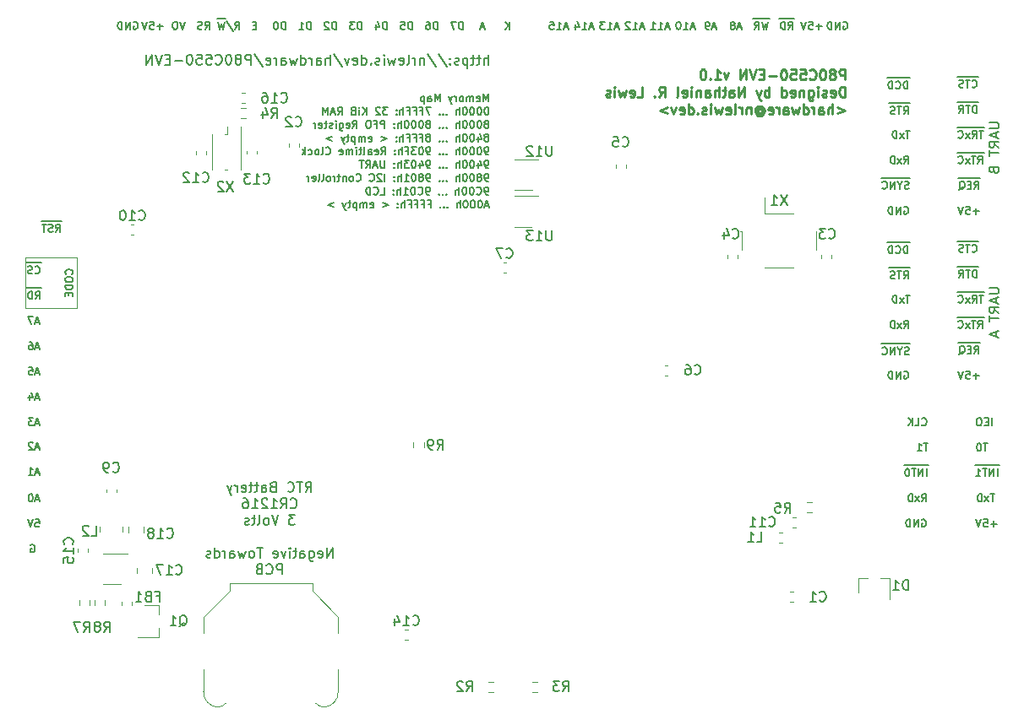
<source format=gbo>
G04 #@! TF.GenerationSoftware,KiCad,Pcbnew,5.1.9*
G04 #@! TF.CreationDate,2021-05-01T23:47:32-07:00*
G04 #@! TF.ProjectId,P80C550-EVN,50383043-3535-4302-9d45-564e2e6b6963,rev?*
G04 #@! TF.SameCoordinates,Original*
G04 #@! TF.FileFunction,Legend,Bot*
G04 #@! TF.FilePolarity,Positive*
%FSLAX46Y46*%
G04 Gerber Fmt 4.6, Leading zero omitted, Abs format (unit mm)*
G04 Created by KiCad (PCBNEW 5.1.9) date 2021-05-01 23:47:32*
%MOMM*%
%LPD*%
G01*
G04 APERTURE LIST*
%ADD10C,0.190500*%
%ADD11C,0.215900*%
%ADD12C,0.165100*%
%ADD13C,0.120000*%
%ADD14C,0.150000*%
%ADD15O,1.700000X1.700000*%
%ADD16R,1.700000X1.700000*%
%ADD17R,0.900000X0.800000*%
%ADD18R,3.000000X3.000000*%
%ADD19C,3.000000*%
%ADD20R,1.220000X0.650000*%
%ADD21R,2.000000X0.650000*%
%ADD22R,4.100000X4.100000*%
%ADD23R,1.422400X1.422400*%
%ADD24C,1.422400*%
%ADD25R,0.800000X0.900000*%
%ADD26R,1.980000X3.000000*%
%ADD27R,0.900000X1.750000*%
%ADD28O,1.600000X1.600000*%
%ADD29R,1.600000X1.600000*%
%ADD30C,9.000000*%
%ADD31C,2.100000*%
%ADD32C,1.750000*%
%ADD33C,1.600000*%
%ADD34R,4.099999X4.099999*%
G04 APERTURE END LIST*
D10*
X144858770Y-78056619D02*
X144858770Y-77040619D01*
X144423341Y-78056619D02*
X144423341Y-77524428D01*
X144471722Y-77427666D01*
X144568484Y-77379285D01*
X144713627Y-77379285D01*
X144810389Y-77427666D01*
X144858770Y-77476047D01*
X144084675Y-77379285D02*
X143697627Y-77379285D01*
X143939532Y-77040619D02*
X143939532Y-77911476D01*
X143891151Y-78008238D01*
X143794389Y-78056619D01*
X143697627Y-78056619D01*
X143504103Y-77379285D02*
X143117055Y-77379285D01*
X143358960Y-77040619D02*
X143358960Y-77911476D01*
X143310579Y-78008238D01*
X143213817Y-78056619D01*
X143117055Y-78056619D01*
X142778389Y-77379285D02*
X142778389Y-78395285D01*
X142778389Y-77427666D02*
X142681627Y-77379285D01*
X142488103Y-77379285D01*
X142391341Y-77427666D01*
X142342960Y-77476047D01*
X142294579Y-77572809D01*
X142294579Y-77863095D01*
X142342960Y-77959857D01*
X142391341Y-78008238D01*
X142488103Y-78056619D01*
X142681627Y-78056619D01*
X142778389Y-78008238D01*
X141907532Y-78008238D02*
X141810770Y-78056619D01*
X141617246Y-78056619D01*
X141520484Y-78008238D01*
X141472103Y-77911476D01*
X141472103Y-77863095D01*
X141520484Y-77766333D01*
X141617246Y-77717952D01*
X141762389Y-77717952D01*
X141859151Y-77669571D01*
X141907532Y-77572809D01*
X141907532Y-77524428D01*
X141859151Y-77427666D01*
X141762389Y-77379285D01*
X141617246Y-77379285D01*
X141520484Y-77427666D01*
X141036675Y-77959857D02*
X140988294Y-78008238D01*
X141036675Y-78056619D01*
X141085055Y-78008238D01*
X141036675Y-77959857D01*
X141036675Y-78056619D01*
X141036675Y-77427666D02*
X140988294Y-77476047D01*
X141036675Y-77524428D01*
X141085055Y-77476047D01*
X141036675Y-77427666D01*
X141036675Y-77524428D01*
X139827151Y-76992238D02*
X140698008Y-78298523D01*
X138762770Y-76992238D02*
X139633627Y-78298523D01*
X138424103Y-77379285D02*
X138424103Y-78056619D01*
X138424103Y-77476047D02*
X138375722Y-77427666D01*
X138278960Y-77379285D01*
X138133817Y-77379285D01*
X138037055Y-77427666D01*
X137988675Y-77524428D01*
X137988675Y-78056619D01*
X137504865Y-78056619D02*
X137504865Y-77379285D01*
X137504865Y-77572809D02*
X137456484Y-77476047D01*
X137408103Y-77427666D01*
X137311341Y-77379285D01*
X137214579Y-77379285D01*
X136730770Y-78056619D02*
X136827532Y-78008238D01*
X136875913Y-77911476D01*
X136875913Y-77040619D01*
X135956675Y-78008238D02*
X136053436Y-78056619D01*
X136246960Y-78056619D01*
X136343722Y-78008238D01*
X136392103Y-77911476D01*
X136392103Y-77524428D01*
X136343722Y-77427666D01*
X136246960Y-77379285D01*
X136053436Y-77379285D01*
X135956675Y-77427666D01*
X135908294Y-77524428D01*
X135908294Y-77621190D01*
X136392103Y-77717952D01*
X135569627Y-77379285D02*
X135376103Y-78056619D01*
X135182579Y-77572809D01*
X134989055Y-78056619D01*
X134795532Y-77379285D01*
X134408484Y-78056619D02*
X134408484Y-77379285D01*
X134408484Y-77040619D02*
X134456865Y-77089000D01*
X134408484Y-77137380D01*
X134360103Y-77089000D01*
X134408484Y-77040619D01*
X134408484Y-77137380D01*
X133973055Y-78008238D02*
X133876294Y-78056619D01*
X133682770Y-78056619D01*
X133586008Y-78008238D01*
X133537627Y-77911476D01*
X133537627Y-77863095D01*
X133586008Y-77766333D01*
X133682770Y-77717952D01*
X133827913Y-77717952D01*
X133924675Y-77669571D01*
X133973055Y-77572809D01*
X133973055Y-77524428D01*
X133924675Y-77427666D01*
X133827913Y-77379285D01*
X133682770Y-77379285D01*
X133586008Y-77427666D01*
X133102198Y-77959857D02*
X133053817Y-78008238D01*
X133102198Y-78056619D01*
X133150579Y-78008238D01*
X133102198Y-77959857D01*
X133102198Y-78056619D01*
X132182960Y-78056619D02*
X132182960Y-77040619D01*
X132182960Y-78008238D02*
X132279722Y-78056619D01*
X132473246Y-78056619D01*
X132570008Y-78008238D01*
X132618389Y-77959857D01*
X132666770Y-77863095D01*
X132666770Y-77572809D01*
X132618389Y-77476047D01*
X132570008Y-77427666D01*
X132473246Y-77379285D01*
X132279722Y-77379285D01*
X132182960Y-77427666D01*
X131312103Y-78008238D02*
X131408865Y-78056619D01*
X131602389Y-78056619D01*
X131699151Y-78008238D01*
X131747532Y-77911476D01*
X131747532Y-77524428D01*
X131699151Y-77427666D01*
X131602389Y-77379285D01*
X131408865Y-77379285D01*
X131312103Y-77427666D01*
X131263722Y-77524428D01*
X131263722Y-77621190D01*
X131747532Y-77717952D01*
X130925055Y-77379285D02*
X130683151Y-78056619D01*
X130441246Y-77379285D01*
X129328484Y-76992238D02*
X130199341Y-78298523D01*
X128989817Y-78056619D02*
X128989817Y-77040619D01*
X128554389Y-78056619D02*
X128554389Y-77524428D01*
X128602770Y-77427666D01*
X128699532Y-77379285D01*
X128844675Y-77379285D01*
X128941436Y-77427666D01*
X128989817Y-77476047D01*
X127635151Y-78056619D02*
X127635151Y-77524428D01*
X127683532Y-77427666D01*
X127780294Y-77379285D01*
X127973817Y-77379285D01*
X128070579Y-77427666D01*
X127635151Y-78008238D02*
X127731913Y-78056619D01*
X127973817Y-78056619D01*
X128070579Y-78008238D01*
X128118960Y-77911476D01*
X128118960Y-77814714D01*
X128070579Y-77717952D01*
X127973817Y-77669571D01*
X127731913Y-77669571D01*
X127635151Y-77621190D01*
X127151341Y-78056619D02*
X127151341Y-77379285D01*
X127151341Y-77572809D02*
X127102960Y-77476047D01*
X127054579Y-77427666D01*
X126957817Y-77379285D01*
X126861055Y-77379285D01*
X126086960Y-78056619D02*
X126086960Y-77040619D01*
X126086960Y-78008238D02*
X126183722Y-78056619D01*
X126377246Y-78056619D01*
X126474008Y-78008238D01*
X126522389Y-77959857D01*
X126570770Y-77863095D01*
X126570770Y-77572809D01*
X126522389Y-77476047D01*
X126474008Y-77427666D01*
X126377246Y-77379285D01*
X126183722Y-77379285D01*
X126086960Y-77427666D01*
X125699913Y-77379285D02*
X125506389Y-78056619D01*
X125312865Y-77572809D01*
X125119341Y-78056619D01*
X124925817Y-77379285D01*
X124103341Y-78056619D02*
X124103341Y-77524428D01*
X124151722Y-77427666D01*
X124248484Y-77379285D01*
X124442008Y-77379285D01*
X124538770Y-77427666D01*
X124103341Y-78008238D02*
X124200103Y-78056619D01*
X124442008Y-78056619D01*
X124538770Y-78008238D01*
X124587151Y-77911476D01*
X124587151Y-77814714D01*
X124538770Y-77717952D01*
X124442008Y-77669571D01*
X124200103Y-77669571D01*
X124103341Y-77621190D01*
X123619532Y-78056619D02*
X123619532Y-77379285D01*
X123619532Y-77572809D02*
X123571151Y-77476047D01*
X123522770Y-77427666D01*
X123426008Y-77379285D01*
X123329246Y-77379285D01*
X122603532Y-78008238D02*
X122700294Y-78056619D01*
X122893817Y-78056619D01*
X122990579Y-78008238D01*
X123038960Y-77911476D01*
X123038960Y-77524428D01*
X122990579Y-77427666D01*
X122893817Y-77379285D01*
X122700294Y-77379285D01*
X122603532Y-77427666D01*
X122555151Y-77524428D01*
X122555151Y-77621190D01*
X123038960Y-77717952D01*
X121394008Y-76992238D02*
X122264865Y-78298523D01*
X121055341Y-78056619D02*
X121055341Y-77040619D01*
X120668294Y-77040619D01*
X120571532Y-77089000D01*
X120523151Y-77137380D01*
X120474770Y-77234142D01*
X120474770Y-77379285D01*
X120523151Y-77476047D01*
X120571532Y-77524428D01*
X120668294Y-77572809D01*
X121055341Y-77572809D01*
X119894198Y-77476047D02*
X119990960Y-77427666D01*
X120039341Y-77379285D01*
X120087722Y-77282523D01*
X120087722Y-77234142D01*
X120039341Y-77137380D01*
X119990960Y-77089000D01*
X119894198Y-77040619D01*
X119700675Y-77040619D01*
X119603913Y-77089000D01*
X119555532Y-77137380D01*
X119507151Y-77234142D01*
X119507151Y-77282523D01*
X119555532Y-77379285D01*
X119603913Y-77427666D01*
X119700675Y-77476047D01*
X119894198Y-77476047D01*
X119990960Y-77524428D01*
X120039341Y-77572809D01*
X120087722Y-77669571D01*
X120087722Y-77863095D01*
X120039341Y-77959857D01*
X119990960Y-78008238D01*
X119894198Y-78056619D01*
X119700675Y-78056619D01*
X119603913Y-78008238D01*
X119555532Y-77959857D01*
X119507151Y-77863095D01*
X119507151Y-77669571D01*
X119555532Y-77572809D01*
X119603913Y-77524428D01*
X119700675Y-77476047D01*
X118878198Y-77040619D02*
X118781436Y-77040619D01*
X118684675Y-77089000D01*
X118636294Y-77137380D01*
X118587913Y-77234142D01*
X118539532Y-77427666D01*
X118539532Y-77669571D01*
X118587913Y-77863095D01*
X118636294Y-77959857D01*
X118684675Y-78008238D01*
X118781436Y-78056619D01*
X118878198Y-78056619D01*
X118974960Y-78008238D01*
X119023341Y-77959857D01*
X119071722Y-77863095D01*
X119120103Y-77669571D01*
X119120103Y-77427666D01*
X119071722Y-77234142D01*
X119023341Y-77137380D01*
X118974960Y-77089000D01*
X118878198Y-77040619D01*
X117523532Y-77959857D02*
X117571913Y-78008238D01*
X117717055Y-78056619D01*
X117813817Y-78056619D01*
X117958960Y-78008238D01*
X118055722Y-77911476D01*
X118104103Y-77814714D01*
X118152484Y-77621190D01*
X118152484Y-77476047D01*
X118104103Y-77282523D01*
X118055722Y-77185761D01*
X117958960Y-77089000D01*
X117813817Y-77040619D01*
X117717055Y-77040619D01*
X117571913Y-77089000D01*
X117523532Y-77137380D01*
X116604294Y-77040619D02*
X117088103Y-77040619D01*
X117136484Y-77524428D01*
X117088103Y-77476047D01*
X116991341Y-77427666D01*
X116749436Y-77427666D01*
X116652675Y-77476047D01*
X116604294Y-77524428D01*
X116555913Y-77621190D01*
X116555913Y-77863095D01*
X116604294Y-77959857D01*
X116652675Y-78008238D01*
X116749436Y-78056619D01*
X116991341Y-78056619D01*
X117088103Y-78008238D01*
X117136484Y-77959857D01*
X115636675Y-77040619D02*
X116120484Y-77040619D01*
X116168865Y-77524428D01*
X116120484Y-77476047D01*
X116023722Y-77427666D01*
X115781817Y-77427666D01*
X115685055Y-77476047D01*
X115636675Y-77524428D01*
X115588294Y-77621190D01*
X115588294Y-77863095D01*
X115636675Y-77959857D01*
X115685055Y-78008238D01*
X115781817Y-78056619D01*
X116023722Y-78056619D01*
X116120484Y-78008238D01*
X116168865Y-77959857D01*
X114959341Y-77040619D02*
X114862579Y-77040619D01*
X114765817Y-77089000D01*
X114717436Y-77137380D01*
X114669055Y-77234142D01*
X114620675Y-77427666D01*
X114620675Y-77669571D01*
X114669055Y-77863095D01*
X114717436Y-77959857D01*
X114765817Y-78008238D01*
X114862579Y-78056619D01*
X114959341Y-78056619D01*
X115056103Y-78008238D01*
X115104484Y-77959857D01*
X115152865Y-77863095D01*
X115201246Y-77669571D01*
X115201246Y-77427666D01*
X115152865Y-77234142D01*
X115104484Y-77137380D01*
X115056103Y-77089000D01*
X114959341Y-77040619D01*
X114185246Y-77669571D02*
X113411151Y-77669571D01*
X112927341Y-77524428D02*
X112588675Y-77524428D01*
X112443532Y-78056619D02*
X112927341Y-78056619D01*
X112927341Y-77040619D01*
X112443532Y-77040619D01*
X112153246Y-77040619D02*
X111814579Y-78056619D01*
X111475913Y-77040619D01*
X111137246Y-78056619D02*
X111137246Y-77040619D01*
X110556675Y-78056619D01*
X110556675Y-77040619D01*
D11*
X180592760Y-79555219D02*
X180592760Y-78539219D01*
X180205712Y-78539219D01*
X180108950Y-78587600D01*
X180060569Y-78635980D01*
X180012188Y-78732742D01*
X180012188Y-78877885D01*
X180060569Y-78974647D01*
X180108950Y-79023028D01*
X180205712Y-79071409D01*
X180592760Y-79071409D01*
X179431617Y-78974647D02*
X179528379Y-78926266D01*
X179576760Y-78877885D01*
X179625141Y-78781123D01*
X179625141Y-78732742D01*
X179576760Y-78635980D01*
X179528379Y-78587600D01*
X179431617Y-78539219D01*
X179238093Y-78539219D01*
X179141331Y-78587600D01*
X179092950Y-78635980D01*
X179044569Y-78732742D01*
X179044569Y-78781123D01*
X179092950Y-78877885D01*
X179141331Y-78926266D01*
X179238093Y-78974647D01*
X179431617Y-78974647D01*
X179528379Y-79023028D01*
X179576760Y-79071409D01*
X179625141Y-79168171D01*
X179625141Y-79361695D01*
X179576760Y-79458457D01*
X179528379Y-79506838D01*
X179431617Y-79555219D01*
X179238093Y-79555219D01*
X179141331Y-79506838D01*
X179092950Y-79458457D01*
X179044569Y-79361695D01*
X179044569Y-79168171D01*
X179092950Y-79071409D01*
X179141331Y-79023028D01*
X179238093Y-78974647D01*
X178415617Y-78539219D02*
X178318855Y-78539219D01*
X178222093Y-78587600D01*
X178173712Y-78635980D01*
X178125331Y-78732742D01*
X178076950Y-78926266D01*
X178076950Y-79168171D01*
X178125331Y-79361695D01*
X178173712Y-79458457D01*
X178222093Y-79506838D01*
X178318855Y-79555219D01*
X178415617Y-79555219D01*
X178512379Y-79506838D01*
X178560760Y-79458457D01*
X178609141Y-79361695D01*
X178657522Y-79168171D01*
X178657522Y-78926266D01*
X178609141Y-78732742D01*
X178560760Y-78635980D01*
X178512379Y-78587600D01*
X178415617Y-78539219D01*
X177060950Y-79458457D02*
X177109331Y-79506838D01*
X177254474Y-79555219D01*
X177351236Y-79555219D01*
X177496379Y-79506838D01*
X177593141Y-79410076D01*
X177641522Y-79313314D01*
X177689903Y-79119790D01*
X177689903Y-78974647D01*
X177641522Y-78781123D01*
X177593141Y-78684361D01*
X177496379Y-78587600D01*
X177351236Y-78539219D01*
X177254474Y-78539219D01*
X177109331Y-78587600D01*
X177060950Y-78635980D01*
X176141712Y-78539219D02*
X176625522Y-78539219D01*
X176673903Y-79023028D01*
X176625522Y-78974647D01*
X176528760Y-78926266D01*
X176286855Y-78926266D01*
X176190093Y-78974647D01*
X176141712Y-79023028D01*
X176093331Y-79119790D01*
X176093331Y-79361695D01*
X176141712Y-79458457D01*
X176190093Y-79506838D01*
X176286855Y-79555219D01*
X176528760Y-79555219D01*
X176625522Y-79506838D01*
X176673903Y-79458457D01*
X175174093Y-78539219D02*
X175657903Y-78539219D01*
X175706284Y-79023028D01*
X175657903Y-78974647D01*
X175561141Y-78926266D01*
X175319236Y-78926266D01*
X175222474Y-78974647D01*
X175174093Y-79023028D01*
X175125712Y-79119790D01*
X175125712Y-79361695D01*
X175174093Y-79458457D01*
X175222474Y-79506838D01*
X175319236Y-79555219D01*
X175561141Y-79555219D01*
X175657903Y-79506838D01*
X175706284Y-79458457D01*
X174496760Y-78539219D02*
X174399998Y-78539219D01*
X174303236Y-78587600D01*
X174254855Y-78635980D01*
X174206474Y-78732742D01*
X174158093Y-78926266D01*
X174158093Y-79168171D01*
X174206474Y-79361695D01*
X174254855Y-79458457D01*
X174303236Y-79506838D01*
X174399998Y-79555219D01*
X174496760Y-79555219D01*
X174593522Y-79506838D01*
X174641903Y-79458457D01*
X174690284Y-79361695D01*
X174738665Y-79168171D01*
X174738665Y-78926266D01*
X174690284Y-78732742D01*
X174641903Y-78635980D01*
X174593522Y-78587600D01*
X174496760Y-78539219D01*
X173722665Y-79168171D02*
X172948569Y-79168171D01*
X172464760Y-79023028D02*
X172126093Y-79023028D01*
X171980950Y-79555219D02*
X172464760Y-79555219D01*
X172464760Y-78539219D01*
X171980950Y-78539219D01*
X171690665Y-78539219D02*
X171351998Y-79555219D01*
X171013331Y-78539219D01*
X170674665Y-79555219D02*
X170674665Y-78539219D01*
X170094093Y-79555219D01*
X170094093Y-78539219D01*
X168932950Y-78877885D02*
X168691045Y-79555219D01*
X168449141Y-78877885D01*
X167529903Y-79555219D02*
X168110474Y-79555219D01*
X167820188Y-79555219D02*
X167820188Y-78539219D01*
X167916950Y-78684361D01*
X168013712Y-78781123D01*
X168110474Y-78829504D01*
X167094474Y-79458457D02*
X167046093Y-79506838D01*
X167094474Y-79555219D01*
X167142855Y-79506838D01*
X167094474Y-79458457D01*
X167094474Y-79555219D01*
X166417141Y-78539219D02*
X166320379Y-78539219D01*
X166223617Y-78587600D01*
X166175236Y-78635980D01*
X166126855Y-78732742D01*
X166078474Y-78926266D01*
X166078474Y-79168171D01*
X166126855Y-79361695D01*
X166175236Y-79458457D01*
X166223617Y-79506838D01*
X166320379Y-79555219D01*
X166417141Y-79555219D01*
X166513903Y-79506838D01*
X166562284Y-79458457D01*
X166610665Y-79361695D01*
X166659045Y-79168171D01*
X166659045Y-78926266D01*
X166610665Y-78732742D01*
X166562284Y-78635980D01*
X166513903Y-78587600D01*
X166417141Y-78539219D01*
X180592760Y-81295119D02*
X180592760Y-80279119D01*
X180350855Y-80279119D01*
X180205712Y-80327500D01*
X180108950Y-80424261D01*
X180060569Y-80521023D01*
X180012188Y-80714547D01*
X180012188Y-80859690D01*
X180060569Y-81053214D01*
X180108950Y-81149976D01*
X180205712Y-81246738D01*
X180350855Y-81295119D01*
X180592760Y-81295119D01*
X179189712Y-81246738D02*
X179286474Y-81295119D01*
X179479998Y-81295119D01*
X179576760Y-81246738D01*
X179625141Y-81149976D01*
X179625141Y-80762928D01*
X179576760Y-80666166D01*
X179479998Y-80617785D01*
X179286474Y-80617785D01*
X179189712Y-80666166D01*
X179141331Y-80762928D01*
X179141331Y-80859690D01*
X179625141Y-80956452D01*
X178754284Y-81246738D02*
X178657522Y-81295119D01*
X178463998Y-81295119D01*
X178367236Y-81246738D01*
X178318855Y-81149976D01*
X178318855Y-81101595D01*
X178367236Y-81004833D01*
X178463998Y-80956452D01*
X178609141Y-80956452D01*
X178705903Y-80908071D01*
X178754284Y-80811309D01*
X178754284Y-80762928D01*
X178705903Y-80666166D01*
X178609141Y-80617785D01*
X178463998Y-80617785D01*
X178367236Y-80666166D01*
X177883426Y-81295119D02*
X177883426Y-80617785D01*
X177883426Y-80279119D02*
X177931807Y-80327500D01*
X177883426Y-80375880D01*
X177835045Y-80327500D01*
X177883426Y-80279119D01*
X177883426Y-80375880D01*
X176964188Y-80617785D02*
X176964188Y-81440261D01*
X177012569Y-81537023D01*
X177060950Y-81585404D01*
X177157712Y-81633785D01*
X177302855Y-81633785D01*
X177399617Y-81585404D01*
X176964188Y-81246738D02*
X177060950Y-81295119D01*
X177254474Y-81295119D01*
X177351236Y-81246738D01*
X177399617Y-81198357D01*
X177447998Y-81101595D01*
X177447998Y-80811309D01*
X177399617Y-80714547D01*
X177351236Y-80666166D01*
X177254474Y-80617785D01*
X177060950Y-80617785D01*
X176964188Y-80666166D01*
X176480379Y-80617785D02*
X176480379Y-81295119D01*
X176480379Y-80714547D02*
X176431998Y-80666166D01*
X176335236Y-80617785D01*
X176190093Y-80617785D01*
X176093331Y-80666166D01*
X176044950Y-80762928D01*
X176044950Y-81295119D01*
X175174093Y-81246738D02*
X175270855Y-81295119D01*
X175464379Y-81295119D01*
X175561141Y-81246738D01*
X175609522Y-81149976D01*
X175609522Y-80762928D01*
X175561141Y-80666166D01*
X175464379Y-80617785D01*
X175270855Y-80617785D01*
X175174093Y-80666166D01*
X175125712Y-80762928D01*
X175125712Y-80859690D01*
X175609522Y-80956452D01*
X174254855Y-81295119D02*
X174254855Y-80279119D01*
X174254855Y-81246738D02*
X174351617Y-81295119D01*
X174545141Y-81295119D01*
X174641903Y-81246738D01*
X174690284Y-81198357D01*
X174738665Y-81101595D01*
X174738665Y-80811309D01*
X174690284Y-80714547D01*
X174641903Y-80666166D01*
X174545141Y-80617785D01*
X174351617Y-80617785D01*
X174254855Y-80666166D01*
X172996950Y-81295119D02*
X172996950Y-80279119D01*
X172996950Y-80666166D02*
X172900188Y-80617785D01*
X172706665Y-80617785D01*
X172609903Y-80666166D01*
X172561522Y-80714547D01*
X172513141Y-80811309D01*
X172513141Y-81101595D01*
X172561522Y-81198357D01*
X172609903Y-81246738D01*
X172706665Y-81295119D01*
X172900188Y-81295119D01*
X172996950Y-81246738D01*
X172174474Y-80617785D02*
X171932569Y-81295119D01*
X171690665Y-80617785D02*
X171932569Y-81295119D01*
X172029331Y-81537023D01*
X172077712Y-81585404D01*
X172174474Y-81633785D01*
X170529522Y-81295119D02*
X170529522Y-80279119D01*
X169948950Y-81295119D01*
X169948950Y-80279119D01*
X169029712Y-81295119D02*
X169029712Y-80762928D01*
X169078093Y-80666166D01*
X169174855Y-80617785D01*
X169368379Y-80617785D01*
X169465141Y-80666166D01*
X169029712Y-81246738D02*
X169126474Y-81295119D01*
X169368379Y-81295119D01*
X169465141Y-81246738D01*
X169513522Y-81149976D01*
X169513522Y-81053214D01*
X169465141Y-80956452D01*
X169368379Y-80908071D01*
X169126474Y-80908071D01*
X169029712Y-80859690D01*
X168691045Y-80617785D02*
X168303998Y-80617785D01*
X168545903Y-80279119D02*
X168545903Y-81149976D01*
X168497522Y-81246738D01*
X168400760Y-81295119D01*
X168303998Y-81295119D01*
X167965331Y-81295119D02*
X167965331Y-80279119D01*
X167529903Y-81295119D02*
X167529903Y-80762928D01*
X167578284Y-80666166D01*
X167675045Y-80617785D01*
X167820188Y-80617785D01*
X167916950Y-80666166D01*
X167965331Y-80714547D01*
X166610665Y-81295119D02*
X166610665Y-80762928D01*
X166659045Y-80666166D01*
X166755807Y-80617785D01*
X166949331Y-80617785D01*
X167046093Y-80666166D01*
X166610665Y-81246738D02*
X166707426Y-81295119D01*
X166949331Y-81295119D01*
X167046093Y-81246738D01*
X167094474Y-81149976D01*
X167094474Y-81053214D01*
X167046093Y-80956452D01*
X166949331Y-80908071D01*
X166707426Y-80908071D01*
X166610665Y-80859690D01*
X166126855Y-80617785D02*
X166126855Y-81295119D01*
X166126855Y-80714547D02*
X166078474Y-80666166D01*
X165981712Y-80617785D01*
X165836569Y-80617785D01*
X165739807Y-80666166D01*
X165691426Y-80762928D01*
X165691426Y-81295119D01*
X165207617Y-81295119D02*
X165207617Y-80617785D01*
X165207617Y-80279119D02*
X165255998Y-80327500D01*
X165207617Y-80375880D01*
X165159236Y-80327500D01*
X165207617Y-80279119D01*
X165207617Y-80375880D01*
X164336760Y-81246738D02*
X164433522Y-81295119D01*
X164627045Y-81295119D01*
X164723807Y-81246738D01*
X164772188Y-81149976D01*
X164772188Y-80762928D01*
X164723807Y-80666166D01*
X164627045Y-80617785D01*
X164433522Y-80617785D01*
X164336760Y-80666166D01*
X164288379Y-80762928D01*
X164288379Y-80859690D01*
X164772188Y-80956452D01*
X163707807Y-81295119D02*
X163804569Y-81246738D01*
X163852950Y-81149976D01*
X163852950Y-80279119D01*
X161966093Y-81295119D02*
X162304760Y-80811309D01*
X162546665Y-81295119D02*
X162546665Y-80279119D01*
X162159617Y-80279119D01*
X162062855Y-80327500D01*
X162014474Y-80375880D01*
X161966093Y-80472642D01*
X161966093Y-80617785D01*
X162014474Y-80714547D01*
X162062855Y-80762928D01*
X162159617Y-80811309D01*
X162546665Y-80811309D01*
X161530665Y-81198357D02*
X161482284Y-81246738D01*
X161530665Y-81295119D01*
X161579045Y-81246738D01*
X161530665Y-81198357D01*
X161530665Y-81295119D01*
X159788950Y-81295119D02*
X160272760Y-81295119D01*
X160272760Y-80279119D01*
X159063236Y-81246738D02*
X159159998Y-81295119D01*
X159353522Y-81295119D01*
X159450284Y-81246738D01*
X159498665Y-81149976D01*
X159498665Y-80762928D01*
X159450284Y-80666166D01*
X159353522Y-80617785D01*
X159159998Y-80617785D01*
X159063236Y-80666166D01*
X159014855Y-80762928D01*
X159014855Y-80859690D01*
X159498665Y-80956452D01*
X158676188Y-80617785D02*
X158482665Y-81295119D01*
X158289141Y-80811309D01*
X158095617Y-81295119D01*
X157902093Y-80617785D01*
X157515045Y-81295119D02*
X157515045Y-80617785D01*
X157515045Y-80279119D02*
X157563426Y-80327500D01*
X157515045Y-80375880D01*
X157466665Y-80327500D01*
X157515045Y-80279119D01*
X157515045Y-80375880D01*
X157079617Y-81246738D02*
X156982855Y-81295119D01*
X156789331Y-81295119D01*
X156692569Y-81246738D01*
X156644188Y-81149976D01*
X156644188Y-81101595D01*
X156692569Y-81004833D01*
X156789331Y-80956452D01*
X156934474Y-80956452D01*
X157031236Y-80908071D01*
X157079617Y-80811309D01*
X157079617Y-80762928D01*
X157031236Y-80666166D01*
X156934474Y-80617785D01*
X156789331Y-80617785D01*
X156692569Y-80666166D01*
X179818665Y-82357685D02*
X180592760Y-82647971D01*
X179818665Y-82938257D01*
X179334855Y-83035019D02*
X179334855Y-82019019D01*
X178899426Y-83035019D02*
X178899426Y-82502828D01*
X178947807Y-82406066D01*
X179044569Y-82357685D01*
X179189712Y-82357685D01*
X179286474Y-82406066D01*
X179334855Y-82454447D01*
X177980188Y-83035019D02*
X177980188Y-82502828D01*
X178028569Y-82406066D01*
X178125331Y-82357685D01*
X178318855Y-82357685D01*
X178415617Y-82406066D01*
X177980188Y-82986638D02*
X178076950Y-83035019D01*
X178318855Y-83035019D01*
X178415617Y-82986638D01*
X178463998Y-82889876D01*
X178463998Y-82793114D01*
X178415617Y-82696352D01*
X178318855Y-82647971D01*
X178076950Y-82647971D01*
X177980188Y-82599590D01*
X177496379Y-83035019D02*
X177496379Y-82357685D01*
X177496379Y-82551209D02*
X177447998Y-82454447D01*
X177399617Y-82406066D01*
X177302855Y-82357685D01*
X177206093Y-82357685D01*
X176431998Y-83035019D02*
X176431998Y-82019019D01*
X176431998Y-82986638D02*
X176528760Y-83035019D01*
X176722284Y-83035019D01*
X176819045Y-82986638D01*
X176867426Y-82938257D01*
X176915807Y-82841495D01*
X176915807Y-82551209D01*
X176867426Y-82454447D01*
X176819045Y-82406066D01*
X176722284Y-82357685D01*
X176528760Y-82357685D01*
X176431998Y-82406066D01*
X176044950Y-82357685D02*
X175851426Y-83035019D01*
X175657903Y-82551209D01*
X175464379Y-83035019D01*
X175270855Y-82357685D01*
X174448379Y-83035019D02*
X174448379Y-82502828D01*
X174496760Y-82406066D01*
X174593522Y-82357685D01*
X174787045Y-82357685D01*
X174883807Y-82406066D01*
X174448379Y-82986638D02*
X174545141Y-83035019D01*
X174787045Y-83035019D01*
X174883807Y-82986638D01*
X174932188Y-82889876D01*
X174932188Y-82793114D01*
X174883807Y-82696352D01*
X174787045Y-82647971D01*
X174545141Y-82647971D01*
X174448379Y-82599590D01*
X173964569Y-83035019D02*
X173964569Y-82357685D01*
X173964569Y-82551209D02*
X173916188Y-82454447D01*
X173867807Y-82406066D01*
X173771045Y-82357685D01*
X173674284Y-82357685D01*
X172948569Y-82986638D02*
X173045331Y-83035019D01*
X173238855Y-83035019D01*
X173335617Y-82986638D01*
X173383998Y-82889876D01*
X173383998Y-82502828D01*
X173335617Y-82406066D01*
X173238855Y-82357685D01*
X173045331Y-82357685D01*
X172948569Y-82406066D01*
X172900188Y-82502828D01*
X172900188Y-82599590D01*
X173383998Y-82696352D01*
X171835807Y-82551209D02*
X171884188Y-82502828D01*
X171980950Y-82454447D01*
X172077712Y-82454447D01*
X172174474Y-82502828D01*
X172222855Y-82551209D01*
X172271236Y-82647971D01*
X172271236Y-82744733D01*
X172222855Y-82841495D01*
X172174474Y-82889876D01*
X172077712Y-82938257D01*
X171980950Y-82938257D01*
X171884188Y-82889876D01*
X171835807Y-82841495D01*
X171835807Y-82454447D02*
X171835807Y-82841495D01*
X171787426Y-82889876D01*
X171739045Y-82889876D01*
X171642284Y-82841495D01*
X171593903Y-82744733D01*
X171593903Y-82502828D01*
X171690665Y-82357685D01*
X171835807Y-82260923D01*
X172029331Y-82212542D01*
X172222855Y-82260923D01*
X172367998Y-82357685D01*
X172464760Y-82502828D01*
X172513141Y-82696352D01*
X172464760Y-82889876D01*
X172367998Y-83035019D01*
X172222855Y-83131780D01*
X172029331Y-83180161D01*
X171835807Y-83131780D01*
X171690665Y-83035019D01*
X171158474Y-82357685D02*
X171158474Y-83035019D01*
X171158474Y-82454447D02*
X171110093Y-82406066D01*
X171013331Y-82357685D01*
X170868188Y-82357685D01*
X170771426Y-82406066D01*
X170723045Y-82502828D01*
X170723045Y-83035019D01*
X170239236Y-83035019D02*
X170239236Y-82357685D01*
X170239236Y-82551209D02*
X170190855Y-82454447D01*
X170142474Y-82406066D01*
X170045712Y-82357685D01*
X169948950Y-82357685D01*
X169465141Y-83035019D02*
X169561903Y-82986638D01*
X169610284Y-82889876D01*
X169610284Y-82019019D01*
X168691045Y-82986638D02*
X168787807Y-83035019D01*
X168981331Y-83035019D01*
X169078093Y-82986638D01*
X169126474Y-82889876D01*
X169126474Y-82502828D01*
X169078093Y-82406066D01*
X168981331Y-82357685D01*
X168787807Y-82357685D01*
X168691045Y-82406066D01*
X168642665Y-82502828D01*
X168642665Y-82599590D01*
X169126474Y-82696352D01*
X168303998Y-82357685D02*
X168110474Y-83035019D01*
X167916950Y-82551209D01*
X167723426Y-83035019D01*
X167529903Y-82357685D01*
X167142855Y-83035019D02*
X167142855Y-82357685D01*
X167142855Y-82019019D02*
X167191236Y-82067400D01*
X167142855Y-82115780D01*
X167094474Y-82067400D01*
X167142855Y-82019019D01*
X167142855Y-82115780D01*
X166707426Y-82986638D02*
X166610665Y-83035019D01*
X166417141Y-83035019D01*
X166320379Y-82986638D01*
X166271998Y-82889876D01*
X166271998Y-82841495D01*
X166320379Y-82744733D01*
X166417141Y-82696352D01*
X166562284Y-82696352D01*
X166659045Y-82647971D01*
X166707426Y-82551209D01*
X166707426Y-82502828D01*
X166659045Y-82406066D01*
X166562284Y-82357685D01*
X166417141Y-82357685D01*
X166320379Y-82406066D01*
X165836569Y-82938257D02*
X165788188Y-82986638D01*
X165836569Y-83035019D01*
X165884950Y-82986638D01*
X165836569Y-82938257D01*
X165836569Y-83035019D01*
X164917331Y-83035019D02*
X164917331Y-82019019D01*
X164917331Y-82986638D02*
X165014093Y-83035019D01*
X165207617Y-83035019D01*
X165304379Y-82986638D01*
X165352760Y-82938257D01*
X165401141Y-82841495D01*
X165401141Y-82551209D01*
X165352760Y-82454447D01*
X165304379Y-82406066D01*
X165207617Y-82357685D01*
X165014093Y-82357685D01*
X164917331Y-82406066D01*
X164046474Y-82986638D02*
X164143236Y-83035019D01*
X164336760Y-83035019D01*
X164433522Y-82986638D01*
X164481903Y-82889876D01*
X164481903Y-82502828D01*
X164433522Y-82406066D01*
X164336760Y-82357685D01*
X164143236Y-82357685D01*
X164046474Y-82406066D01*
X163998093Y-82502828D01*
X163998093Y-82599590D01*
X164481903Y-82696352D01*
X163659426Y-82357685D02*
X163417522Y-83035019D01*
X163175617Y-82357685D01*
X162788569Y-82357685D02*
X162014474Y-82647971D01*
X162788569Y-82938257D01*
D10*
X144855746Y-81751714D02*
X144855746Y-80989714D01*
X144601746Y-81534000D01*
X144347746Y-80989714D01*
X144347746Y-81751714D01*
X143694603Y-81715428D02*
X143767175Y-81751714D01*
X143912317Y-81751714D01*
X143984889Y-81715428D01*
X144021175Y-81642857D01*
X144021175Y-81352571D01*
X143984889Y-81280000D01*
X143912317Y-81243714D01*
X143767175Y-81243714D01*
X143694603Y-81280000D01*
X143658317Y-81352571D01*
X143658317Y-81425142D01*
X144021175Y-81497714D01*
X143331746Y-81751714D02*
X143331746Y-81243714D01*
X143331746Y-81316285D02*
X143295460Y-81280000D01*
X143222889Y-81243714D01*
X143114032Y-81243714D01*
X143041460Y-81280000D01*
X143005175Y-81352571D01*
X143005175Y-81751714D01*
X143005175Y-81352571D02*
X142968889Y-81280000D01*
X142896317Y-81243714D01*
X142787460Y-81243714D01*
X142714889Y-81280000D01*
X142678603Y-81352571D01*
X142678603Y-81751714D01*
X142206889Y-81751714D02*
X142279460Y-81715428D01*
X142315746Y-81679142D01*
X142352032Y-81606571D01*
X142352032Y-81388857D01*
X142315746Y-81316285D01*
X142279460Y-81280000D01*
X142206889Y-81243714D01*
X142098032Y-81243714D01*
X142025460Y-81280000D01*
X141989175Y-81316285D01*
X141952889Y-81388857D01*
X141952889Y-81606571D01*
X141989175Y-81679142D01*
X142025460Y-81715428D01*
X142098032Y-81751714D01*
X142206889Y-81751714D01*
X141626317Y-81751714D02*
X141626317Y-81243714D01*
X141626317Y-81388857D02*
X141590032Y-81316285D01*
X141553746Y-81280000D01*
X141481175Y-81243714D01*
X141408603Y-81243714D01*
X141227175Y-81243714D02*
X141045746Y-81751714D01*
X140864317Y-81243714D02*
X141045746Y-81751714D01*
X141118317Y-81933142D01*
X141154603Y-81969428D01*
X141227175Y-82005714D01*
X139993460Y-81751714D02*
X139993460Y-80989714D01*
X139739460Y-81534000D01*
X139485460Y-80989714D01*
X139485460Y-81751714D01*
X138796032Y-81751714D02*
X138796032Y-81352571D01*
X138832317Y-81280000D01*
X138904889Y-81243714D01*
X139050032Y-81243714D01*
X139122603Y-81280000D01*
X138796032Y-81715428D02*
X138868603Y-81751714D01*
X139050032Y-81751714D01*
X139122603Y-81715428D01*
X139158889Y-81642857D01*
X139158889Y-81570285D01*
X139122603Y-81497714D01*
X139050032Y-81461428D01*
X138868603Y-81461428D01*
X138796032Y-81425142D01*
X138433175Y-81243714D02*
X138433175Y-82005714D01*
X138433175Y-81280000D02*
X138360603Y-81243714D01*
X138215460Y-81243714D01*
X138142889Y-81280000D01*
X138106603Y-81316285D01*
X138070317Y-81388857D01*
X138070317Y-81606571D01*
X138106603Y-81679142D01*
X138142889Y-81715428D01*
X138215460Y-81751714D01*
X138360603Y-81751714D01*
X138433175Y-81715428D01*
X144710603Y-82323214D02*
X144638032Y-82323214D01*
X144565460Y-82359500D01*
X144529175Y-82395785D01*
X144492889Y-82468357D01*
X144456603Y-82613500D01*
X144456603Y-82794928D01*
X144492889Y-82940071D01*
X144529175Y-83012642D01*
X144565460Y-83048928D01*
X144638032Y-83085214D01*
X144710603Y-83085214D01*
X144783175Y-83048928D01*
X144819460Y-83012642D01*
X144855746Y-82940071D01*
X144892032Y-82794928D01*
X144892032Y-82613500D01*
X144855746Y-82468357D01*
X144819460Y-82395785D01*
X144783175Y-82359500D01*
X144710603Y-82323214D01*
X143984889Y-82323214D02*
X143912317Y-82323214D01*
X143839746Y-82359500D01*
X143803460Y-82395785D01*
X143767175Y-82468357D01*
X143730889Y-82613500D01*
X143730889Y-82794928D01*
X143767175Y-82940071D01*
X143803460Y-83012642D01*
X143839746Y-83048928D01*
X143912317Y-83085214D01*
X143984889Y-83085214D01*
X144057460Y-83048928D01*
X144093746Y-83012642D01*
X144130032Y-82940071D01*
X144166317Y-82794928D01*
X144166317Y-82613500D01*
X144130032Y-82468357D01*
X144093746Y-82395785D01*
X144057460Y-82359500D01*
X143984889Y-82323214D01*
X143259175Y-82323214D02*
X143186603Y-82323214D01*
X143114032Y-82359500D01*
X143077746Y-82395785D01*
X143041460Y-82468357D01*
X143005175Y-82613500D01*
X143005175Y-82794928D01*
X143041460Y-82940071D01*
X143077746Y-83012642D01*
X143114032Y-83048928D01*
X143186603Y-83085214D01*
X143259175Y-83085214D01*
X143331746Y-83048928D01*
X143368032Y-83012642D01*
X143404317Y-82940071D01*
X143440603Y-82794928D01*
X143440603Y-82613500D01*
X143404317Y-82468357D01*
X143368032Y-82395785D01*
X143331746Y-82359500D01*
X143259175Y-82323214D01*
X142533460Y-82323214D02*
X142460889Y-82323214D01*
X142388317Y-82359500D01*
X142352032Y-82395785D01*
X142315746Y-82468357D01*
X142279460Y-82613500D01*
X142279460Y-82794928D01*
X142315746Y-82940071D01*
X142352032Y-83012642D01*
X142388317Y-83048928D01*
X142460889Y-83085214D01*
X142533460Y-83085214D01*
X142606032Y-83048928D01*
X142642317Y-83012642D01*
X142678603Y-82940071D01*
X142714889Y-82794928D01*
X142714889Y-82613500D01*
X142678603Y-82468357D01*
X142642317Y-82395785D01*
X142606032Y-82359500D01*
X142533460Y-82323214D01*
X141952889Y-83085214D02*
X141952889Y-82323214D01*
X141626317Y-83085214D02*
X141626317Y-82686071D01*
X141662603Y-82613500D01*
X141735175Y-82577214D01*
X141844032Y-82577214D01*
X141916603Y-82613500D01*
X141952889Y-82649785D01*
X140682889Y-83012642D02*
X140646603Y-83048928D01*
X140682889Y-83085214D01*
X140719175Y-83048928D01*
X140682889Y-83012642D01*
X140682889Y-83085214D01*
X140320032Y-83012642D02*
X140283746Y-83048928D01*
X140320032Y-83085214D01*
X140356317Y-83048928D01*
X140320032Y-83012642D01*
X140320032Y-83085214D01*
X139957175Y-83012642D02*
X139920889Y-83048928D01*
X139957175Y-83085214D01*
X139993460Y-83048928D01*
X139957175Y-83012642D01*
X139957175Y-83085214D01*
X139086317Y-82323214D02*
X138578317Y-82323214D01*
X138904889Y-83085214D01*
X138034032Y-82686071D02*
X138288032Y-82686071D01*
X138288032Y-83085214D02*
X138288032Y-82323214D01*
X137925175Y-82323214D01*
X137380889Y-82686071D02*
X137634889Y-82686071D01*
X137634889Y-83085214D02*
X137634889Y-82323214D01*
X137272032Y-82323214D01*
X136727746Y-82686071D02*
X136981746Y-82686071D01*
X136981746Y-83085214D02*
X136981746Y-82323214D01*
X136618889Y-82323214D01*
X136328603Y-83085214D02*
X136328603Y-82323214D01*
X136002032Y-83085214D02*
X136002032Y-82686071D01*
X136038317Y-82613500D01*
X136110889Y-82577214D01*
X136219746Y-82577214D01*
X136292317Y-82613500D01*
X136328603Y-82649785D01*
X135639175Y-83012642D02*
X135602889Y-83048928D01*
X135639175Y-83085214D01*
X135675460Y-83048928D01*
X135639175Y-83012642D01*
X135639175Y-83085214D01*
X135639175Y-82613500D02*
X135602889Y-82649785D01*
X135639175Y-82686071D01*
X135675460Y-82649785D01*
X135639175Y-82613500D01*
X135639175Y-82686071D01*
X134768317Y-82323214D02*
X134296603Y-82323214D01*
X134550603Y-82613500D01*
X134441746Y-82613500D01*
X134369175Y-82649785D01*
X134332889Y-82686071D01*
X134296603Y-82758642D01*
X134296603Y-82940071D01*
X134332889Y-83012642D01*
X134369175Y-83048928D01*
X134441746Y-83085214D01*
X134659460Y-83085214D01*
X134732032Y-83048928D01*
X134768317Y-83012642D01*
X134006317Y-82395785D02*
X133970032Y-82359500D01*
X133897460Y-82323214D01*
X133716032Y-82323214D01*
X133643460Y-82359500D01*
X133607175Y-82395785D01*
X133570889Y-82468357D01*
X133570889Y-82540928D01*
X133607175Y-82649785D01*
X134042603Y-83085214D01*
X133570889Y-83085214D01*
X132663746Y-83085214D02*
X132663746Y-82323214D01*
X132228317Y-83085214D02*
X132554889Y-82649785D01*
X132228317Y-82323214D02*
X132663746Y-82758642D01*
X131901746Y-83085214D02*
X131901746Y-82577214D01*
X131901746Y-82323214D02*
X131938032Y-82359500D01*
X131901746Y-82395785D01*
X131865460Y-82359500D01*
X131901746Y-82323214D01*
X131901746Y-82395785D01*
X131284889Y-82686071D02*
X131176032Y-82722357D01*
X131139746Y-82758642D01*
X131103460Y-82831214D01*
X131103460Y-82940071D01*
X131139746Y-83012642D01*
X131176032Y-83048928D01*
X131248603Y-83085214D01*
X131538889Y-83085214D01*
X131538889Y-82323214D01*
X131284889Y-82323214D01*
X131212317Y-82359500D01*
X131176032Y-82395785D01*
X131139746Y-82468357D01*
X131139746Y-82540928D01*
X131176032Y-82613500D01*
X131212317Y-82649785D01*
X131284889Y-82686071D01*
X131538889Y-82686071D01*
X129760889Y-83085214D02*
X130014889Y-82722357D01*
X130196317Y-83085214D02*
X130196317Y-82323214D01*
X129906032Y-82323214D01*
X129833460Y-82359500D01*
X129797175Y-82395785D01*
X129760889Y-82468357D01*
X129760889Y-82577214D01*
X129797175Y-82649785D01*
X129833460Y-82686071D01*
X129906032Y-82722357D01*
X130196317Y-82722357D01*
X129470603Y-82867500D02*
X129107746Y-82867500D01*
X129543175Y-83085214D02*
X129289175Y-82323214D01*
X129035175Y-83085214D01*
X128781175Y-83085214D02*
X128781175Y-82323214D01*
X128527175Y-82867500D01*
X128273175Y-82323214D01*
X128273175Y-83085214D01*
X144746889Y-83983285D02*
X144819460Y-83947000D01*
X144855746Y-83910714D01*
X144892032Y-83838142D01*
X144892032Y-83801857D01*
X144855746Y-83729285D01*
X144819460Y-83693000D01*
X144746889Y-83656714D01*
X144601746Y-83656714D01*
X144529175Y-83693000D01*
X144492889Y-83729285D01*
X144456603Y-83801857D01*
X144456603Y-83838142D01*
X144492889Y-83910714D01*
X144529175Y-83947000D01*
X144601746Y-83983285D01*
X144746889Y-83983285D01*
X144819460Y-84019571D01*
X144855746Y-84055857D01*
X144892032Y-84128428D01*
X144892032Y-84273571D01*
X144855746Y-84346142D01*
X144819460Y-84382428D01*
X144746889Y-84418714D01*
X144601746Y-84418714D01*
X144529175Y-84382428D01*
X144492889Y-84346142D01*
X144456603Y-84273571D01*
X144456603Y-84128428D01*
X144492889Y-84055857D01*
X144529175Y-84019571D01*
X144601746Y-83983285D01*
X143984889Y-83656714D02*
X143912317Y-83656714D01*
X143839746Y-83693000D01*
X143803460Y-83729285D01*
X143767175Y-83801857D01*
X143730889Y-83947000D01*
X143730889Y-84128428D01*
X143767175Y-84273571D01*
X143803460Y-84346142D01*
X143839746Y-84382428D01*
X143912317Y-84418714D01*
X143984889Y-84418714D01*
X144057460Y-84382428D01*
X144093746Y-84346142D01*
X144130032Y-84273571D01*
X144166317Y-84128428D01*
X144166317Y-83947000D01*
X144130032Y-83801857D01*
X144093746Y-83729285D01*
X144057460Y-83693000D01*
X143984889Y-83656714D01*
X143259175Y-83656714D02*
X143186603Y-83656714D01*
X143114032Y-83693000D01*
X143077746Y-83729285D01*
X143041460Y-83801857D01*
X143005175Y-83947000D01*
X143005175Y-84128428D01*
X143041460Y-84273571D01*
X143077746Y-84346142D01*
X143114032Y-84382428D01*
X143186603Y-84418714D01*
X143259175Y-84418714D01*
X143331746Y-84382428D01*
X143368032Y-84346142D01*
X143404317Y-84273571D01*
X143440603Y-84128428D01*
X143440603Y-83947000D01*
X143404317Y-83801857D01*
X143368032Y-83729285D01*
X143331746Y-83693000D01*
X143259175Y-83656714D01*
X142533460Y-83656714D02*
X142460889Y-83656714D01*
X142388317Y-83693000D01*
X142352032Y-83729285D01*
X142315746Y-83801857D01*
X142279460Y-83947000D01*
X142279460Y-84128428D01*
X142315746Y-84273571D01*
X142352032Y-84346142D01*
X142388317Y-84382428D01*
X142460889Y-84418714D01*
X142533460Y-84418714D01*
X142606032Y-84382428D01*
X142642317Y-84346142D01*
X142678603Y-84273571D01*
X142714889Y-84128428D01*
X142714889Y-83947000D01*
X142678603Y-83801857D01*
X142642317Y-83729285D01*
X142606032Y-83693000D01*
X142533460Y-83656714D01*
X141952889Y-84418714D02*
X141952889Y-83656714D01*
X141626317Y-84418714D02*
X141626317Y-84019571D01*
X141662603Y-83947000D01*
X141735175Y-83910714D01*
X141844032Y-83910714D01*
X141916603Y-83947000D01*
X141952889Y-83983285D01*
X140682889Y-84346142D02*
X140646603Y-84382428D01*
X140682889Y-84418714D01*
X140719175Y-84382428D01*
X140682889Y-84346142D01*
X140682889Y-84418714D01*
X140320032Y-84346142D02*
X140283746Y-84382428D01*
X140320032Y-84418714D01*
X140356317Y-84382428D01*
X140320032Y-84346142D01*
X140320032Y-84418714D01*
X139957175Y-84346142D02*
X139920889Y-84382428D01*
X139957175Y-84418714D01*
X139993460Y-84382428D01*
X139957175Y-84346142D01*
X139957175Y-84418714D01*
X138904889Y-83983285D02*
X138977460Y-83947000D01*
X139013746Y-83910714D01*
X139050032Y-83838142D01*
X139050032Y-83801857D01*
X139013746Y-83729285D01*
X138977460Y-83693000D01*
X138904889Y-83656714D01*
X138759746Y-83656714D01*
X138687175Y-83693000D01*
X138650889Y-83729285D01*
X138614603Y-83801857D01*
X138614603Y-83838142D01*
X138650889Y-83910714D01*
X138687175Y-83947000D01*
X138759746Y-83983285D01*
X138904889Y-83983285D01*
X138977460Y-84019571D01*
X139013746Y-84055857D01*
X139050032Y-84128428D01*
X139050032Y-84273571D01*
X139013746Y-84346142D01*
X138977460Y-84382428D01*
X138904889Y-84418714D01*
X138759746Y-84418714D01*
X138687175Y-84382428D01*
X138650889Y-84346142D01*
X138614603Y-84273571D01*
X138614603Y-84128428D01*
X138650889Y-84055857D01*
X138687175Y-84019571D01*
X138759746Y-83983285D01*
X138142889Y-83656714D02*
X138070317Y-83656714D01*
X137997746Y-83693000D01*
X137961460Y-83729285D01*
X137925175Y-83801857D01*
X137888889Y-83947000D01*
X137888889Y-84128428D01*
X137925175Y-84273571D01*
X137961460Y-84346142D01*
X137997746Y-84382428D01*
X138070317Y-84418714D01*
X138142889Y-84418714D01*
X138215460Y-84382428D01*
X138251746Y-84346142D01*
X138288032Y-84273571D01*
X138324317Y-84128428D01*
X138324317Y-83947000D01*
X138288032Y-83801857D01*
X138251746Y-83729285D01*
X138215460Y-83693000D01*
X138142889Y-83656714D01*
X137417175Y-83656714D02*
X137344603Y-83656714D01*
X137272032Y-83693000D01*
X137235746Y-83729285D01*
X137199460Y-83801857D01*
X137163175Y-83947000D01*
X137163175Y-84128428D01*
X137199460Y-84273571D01*
X137235746Y-84346142D01*
X137272032Y-84382428D01*
X137344603Y-84418714D01*
X137417175Y-84418714D01*
X137489746Y-84382428D01*
X137526032Y-84346142D01*
X137562317Y-84273571D01*
X137598603Y-84128428D01*
X137598603Y-83947000D01*
X137562317Y-83801857D01*
X137526032Y-83729285D01*
X137489746Y-83693000D01*
X137417175Y-83656714D01*
X136691460Y-83656714D02*
X136618889Y-83656714D01*
X136546317Y-83693000D01*
X136510032Y-83729285D01*
X136473746Y-83801857D01*
X136437460Y-83947000D01*
X136437460Y-84128428D01*
X136473746Y-84273571D01*
X136510032Y-84346142D01*
X136546317Y-84382428D01*
X136618889Y-84418714D01*
X136691460Y-84418714D01*
X136764032Y-84382428D01*
X136800317Y-84346142D01*
X136836603Y-84273571D01*
X136872889Y-84128428D01*
X136872889Y-83947000D01*
X136836603Y-83801857D01*
X136800317Y-83729285D01*
X136764032Y-83693000D01*
X136691460Y-83656714D01*
X136110889Y-84418714D02*
X136110889Y-83656714D01*
X135784317Y-84418714D02*
X135784317Y-84019571D01*
X135820603Y-83947000D01*
X135893175Y-83910714D01*
X136002032Y-83910714D01*
X136074603Y-83947000D01*
X136110889Y-83983285D01*
X135421460Y-84346142D02*
X135385175Y-84382428D01*
X135421460Y-84418714D01*
X135457746Y-84382428D01*
X135421460Y-84346142D01*
X135421460Y-84418714D01*
X135421460Y-83947000D02*
X135385175Y-83983285D01*
X135421460Y-84019571D01*
X135457746Y-83983285D01*
X135421460Y-83947000D01*
X135421460Y-84019571D01*
X134478032Y-84418714D02*
X134478032Y-83656714D01*
X134187746Y-83656714D01*
X134115175Y-83693000D01*
X134078889Y-83729285D01*
X134042603Y-83801857D01*
X134042603Y-83910714D01*
X134078889Y-83983285D01*
X134115175Y-84019571D01*
X134187746Y-84055857D01*
X134478032Y-84055857D01*
X133462032Y-84019571D02*
X133716032Y-84019571D01*
X133716032Y-84418714D02*
X133716032Y-83656714D01*
X133353175Y-83656714D01*
X132917746Y-83656714D02*
X132772603Y-83656714D01*
X132700032Y-83693000D01*
X132627460Y-83765571D01*
X132591175Y-83910714D01*
X132591175Y-84164714D01*
X132627460Y-84309857D01*
X132700032Y-84382428D01*
X132772603Y-84418714D01*
X132917746Y-84418714D01*
X132990317Y-84382428D01*
X133062889Y-84309857D01*
X133099175Y-84164714D01*
X133099175Y-83910714D01*
X133062889Y-83765571D01*
X132990317Y-83693000D01*
X132917746Y-83656714D01*
X131248603Y-84418714D02*
X131502603Y-84055857D01*
X131684032Y-84418714D02*
X131684032Y-83656714D01*
X131393746Y-83656714D01*
X131321175Y-83693000D01*
X131284889Y-83729285D01*
X131248603Y-83801857D01*
X131248603Y-83910714D01*
X131284889Y-83983285D01*
X131321175Y-84019571D01*
X131393746Y-84055857D01*
X131684032Y-84055857D01*
X130631746Y-84382428D02*
X130704317Y-84418714D01*
X130849460Y-84418714D01*
X130922032Y-84382428D01*
X130958317Y-84309857D01*
X130958317Y-84019571D01*
X130922032Y-83947000D01*
X130849460Y-83910714D01*
X130704317Y-83910714D01*
X130631746Y-83947000D01*
X130595460Y-84019571D01*
X130595460Y-84092142D01*
X130958317Y-84164714D01*
X129942317Y-83910714D02*
X129942317Y-84527571D01*
X129978603Y-84600142D01*
X130014889Y-84636428D01*
X130087460Y-84672714D01*
X130196317Y-84672714D01*
X130268889Y-84636428D01*
X129942317Y-84382428D02*
X130014889Y-84418714D01*
X130160032Y-84418714D01*
X130232603Y-84382428D01*
X130268889Y-84346142D01*
X130305175Y-84273571D01*
X130305175Y-84055857D01*
X130268889Y-83983285D01*
X130232603Y-83947000D01*
X130160032Y-83910714D01*
X130014889Y-83910714D01*
X129942317Y-83947000D01*
X129579460Y-84418714D02*
X129579460Y-83910714D01*
X129579460Y-83656714D02*
X129615746Y-83693000D01*
X129579460Y-83729285D01*
X129543175Y-83693000D01*
X129579460Y-83656714D01*
X129579460Y-83729285D01*
X129252889Y-84382428D02*
X129180317Y-84418714D01*
X129035175Y-84418714D01*
X128962603Y-84382428D01*
X128926317Y-84309857D01*
X128926317Y-84273571D01*
X128962603Y-84201000D01*
X129035175Y-84164714D01*
X129144032Y-84164714D01*
X129216603Y-84128428D01*
X129252889Y-84055857D01*
X129252889Y-84019571D01*
X129216603Y-83947000D01*
X129144032Y-83910714D01*
X129035175Y-83910714D01*
X128962603Y-83947000D01*
X128708603Y-83910714D02*
X128418317Y-83910714D01*
X128599746Y-83656714D02*
X128599746Y-84309857D01*
X128563460Y-84382428D01*
X128490889Y-84418714D01*
X128418317Y-84418714D01*
X127874032Y-84382428D02*
X127946603Y-84418714D01*
X128091746Y-84418714D01*
X128164317Y-84382428D01*
X128200603Y-84309857D01*
X128200603Y-84019571D01*
X128164317Y-83947000D01*
X128091746Y-83910714D01*
X127946603Y-83910714D01*
X127874032Y-83947000D01*
X127837746Y-84019571D01*
X127837746Y-84092142D01*
X128200603Y-84164714D01*
X127511175Y-84418714D02*
X127511175Y-83910714D01*
X127511175Y-84055857D02*
X127474889Y-83983285D01*
X127438603Y-83947000D01*
X127366032Y-83910714D01*
X127293460Y-83910714D01*
X144746889Y-85316785D02*
X144819460Y-85280500D01*
X144855746Y-85244214D01*
X144892032Y-85171642D01*
X144892032Y-85135357D01*
X144855746Y-85062785D01*
X144819460Y-85026500D01*
X144746889Y-84990214D01*
X144601746Y-84990214D01*
X144529175Y-85026500D01*
X144492889Y-85062785D01*
X144456603Y-85135357D01*
X144456603Y-85171642D01*
X144492889Y-85244214D01*
X144529175Y-85280500D01*
X144601746Y-85316785D01*
X144746889Y-85316785D01*
X144819460Y-85353071D01*
X144855746Y-85389357D01*
X144892032Y-85461928D01*
X144892032Y-85607071D01*
X144855746Y-85679642D01*
X144819460Y-85715928D01*
X144746889Y-85752214D01*
X144601746Y-85752214D01*
X144529175Y-85715928D01*
X144492889Y-85679642D01*
X144456603Y-85607071D01*
X144456603Y-85461928D01*
X144492889Y-85389357D01*
X144529175Y-85353071D01*
X144601746Y-85316785D01*
X143803460Y-85244214D02*
X143803460Y-85752214D01*
X143984889Y-84953928D02*
X144166317Y-85498214D01*
X143694603Y-85498214D01*
X143259175Y-84990214D02*
X143186603Y-84990214D01*
X143114032Y-85026500D01*
X143077746Y-85062785D01*
X143041460Y-85135357D01*
X143005175Y-85280500D01*
X143005175Y-85461928D01*
X143041460Y-85607071D01*
X143077746Y-85679642D01*
X143114032Y-85715928D01*
X143186603Y-85752214D01*
X143259175Y-85752214D01*
X143331746Y-85715928D01*
X143368032Y-85679642D01*
X143404317Y-85607071D01*
X143440603Y-85461928D01*
X143440603Y-85280500D01*
X143404317Y-85135357D01*
X143368032Y-85062785D01*
X143331746Y-85026500D01*
X143259175Y-84990214D01*
X142533460Y-84990214D02*
X142460889Y-84990214D01*
X142388317Y-85026500D01*
X142352032Y-85062785D01*
X142315746Y-85135357D01*
X142279460Y-85280500D01*
X142279460Y-85461928D01*
X142315746Y-85607071D01*
X142352032Y-85679642D01*
X142388317Y-85715928D01*
X142460889Y-85752214D01*
X142533460Y-85752214D01*
X142606032Y-85715928D01*
X142642317Y-85679642D01*
X142678603Y-85607071D01*
X142714889Y-85461928D01*
X142714889Y-85280500D01*
X142678603Y-85135357D01*
X142642317Y-85062785D01*
X142606032Y-85026500D01*
X142533460Y-84990214D01*
X141952889Y-85752214D02*
X141952889Y-84990214D01*
X141626317Y-85752214D02*
X141626317Y-85353071D01*
X141662603Y-85280500D01*
X141735175Y-85244214D01*
X141844032Y-85244214D01*
X141916603Y-85280500D01*
X141952889Y-85316785D01*
X140682889Y-85679642D02*
X140646603Y-85715928D01*
X140682889Y-85752214D01*
X140719175Y-85715928D01*
X140682889Y-85679642D01*
X140682889Y-85752214D01*
X140320032Y-85679642D02*
X140283746Y-85715928D01*
X140320032Y-85752214D01*
X140356317Y-85715928D01*
X140320032Y-85679642D01*
X140320032Y-85752214D01*
X139957175Y-85679642D02*
X139920889Y-85715928D01*
X139957175Y-85752214D01*
X139993460Y-85715928D01*
X139957175Y-85679642D01*
X139957175Y-85752214D01*
X138904889Y-85316785D02*
X138977460Y-85280500D01*
X139013746Y-85244214D01*
X139050032Y-85171642D01*
X139050032Y-85135357D01*
X139013746Y-85062785D01*
X138977460Y-85026500D01*
X138904889Y-84990214D01*
X138759746Y-84990214D01*
X138687175Y-85026500D01*
X138650889Y-85062785D01*
X138614603Y-85135357D01*
X138614603Y-85171642D01*
X138650889Y-85244214D01*
X138687175Y-85280500D01*
X138759746Y-85316785D01*
X138904889Y-85316785D01*
X138977460Y-85353071D01*
X139013746Y-85389357D01*
X139050032Y-85461928D01*
X139050032Y-85607071D01*
X139013746Y-85679642D01*
X138977460Y-85715928D01*
X138904889Y-85752214D01*
X138759746Y-85752214D01*
X138687175Y-85715928D01*
X138650889Y-85679642D01*
X138614603Y-85607071D01*
X138614603Y-85461928D01*
X138650889Y-85389357D01*
X138687175Y-85353071D01*
X138759746Y-85316785D01*
X138034032Y-85353071D02*
X138288032Y-85353071D01*
X138288032Y-85752214D02*
X138288032Y-84990214D01*
X137925175Y-84990214D01*
X137380889Y-85353071D02*
X137634889Y-85353071D01*
X137634889Y-85752214D02*
X137634889Y-84990214D01*
X137272032Y-84990214D01*
X136727746Y-85353071D02*
X136981746Y-85353071D01*
X136981746Y-85752214D02*
X136981746Y-84990214D01*
X136618889Y-84990214D01*
X136328603Y-85752214D02*
X136328603Y-84990214D01*
X136002032Y-85752214D02*
X136002032Y-85353071D01*
X136038317Y-85280500D01*
X136110889Y-85244214D01*
X136219746Y-85244214D01*
X136292317Y-85280500D01*
X136328603Y-85316785D01*
X135639175Y-85679642D02*
X135602889Y-85715928D01*
X135639175Y-85752214D01*
X135675460Y-85715928D01*
X135639175Y-85679642D01*
X135639175Y-85752214D01*
X135639175Y-85280500D02*
X135602889Y-85316785D01*
X135639175Y-85353071D01*
X135675460Y-85316785D01*
X135639175Y-85280500D01*
X135639175Y-85353071D01*
X134115175Y-85244214D02*
X134695746Y-85461928D01*
X134115175Y-85679642D01*
X132881460Y-85715928D02*
X132954032Y-85752214D01*
X133099175Y-85752214D01*
X133171746Y-85715928D01*
X133208032Y-85643357D01*
X133208032Y-85353071D01*
X133171746Y-85280500D01*
X133099175Y-85244214D01*
X132954032Y-85244214D01*
X132881460Y-85280500D01*
X132845175Y-85353071D01*
X132845175Y-85425642D01*
X133208032Y-85498214D01*
X132518603Y-85752214D02*
X132518603Y-85244214D01*
X132518603Y-85316785D02*
X132482317Y-85280500D01*
X132409746Y-85244214D01*
X132300889Y-85244214D01*
X132228317Y-85280500D01*
X132192032Y-85353071D01*
X132192032Y-85752214D01*
X132192032Y-85353071D02*
X132155746Y-85280500D01*
X132083175Y-85244214D01*
X131974317Y-85244214D01*
X131901746Y-85280500D01*
X131865460Y-85353071D01*
X131865460Y-85752214D01*
X131502603Y-85244214D02*
X131502603Y-86006214D01*
X131502603Y-85280500D02*
X131430032Y-85244214D01*
X131284889Y-85244214D01*
X131212317Y-85280500D01*
X131176032Y-85316785D01*
X131139746Y-85389357D01*
X131139746Y-85607071D01*
X131176032Y-85679642D01*
X131212317Y-85715928D01*
X131284889Y-85752214D01*
X131430032Y-85752214D01*
X131502603Y-85715928D01*
X130922032Y-85244214D02*
X130631746Y-85244214D01*
X130813175Y-84990214D02*
X130813175Y-85643357D01*
X130776889Y-85715928D01*
X130704317Y-85752214D01*
X130631746Y-85752214D01*
X130450317Y-85244214D02*
X130268889Y-85752214D01*
X130087460Y-85244214D02*
X130268889Y-85752214D01*
X130341460Y-85933642D01*
X130377746Y-85969928D01*
X130450317Y-86006214D01*
X129216603Y-85244214D02*
X128636032Y-85461928D01*
X129216603Y-85679642D01*
X144819460Y-87085714D02*
X144674317Y-87085714D01*
X144601746Y-87049428D01*
X144565460Y-87013142D01*
X144492889Y-86904285D01*
X144456603Y-86759142D01*
X144456603Y-86468857D01*
X144492889Y-86396285D01*
X144529175Y-86360000D01*
X144601746Y-86323714D01*
X144746889Y-86323714D01*
X144819460Y-86360000D01*
X144855746Y-86396285D01*
X144892032Y-86468857D01*
X144892032Y-86650285D01*
X144855746Y-86722857D01*
X144819460Y-86759142D01*
X144746889Y-86795428D01*
X144601746Y-86795428D01*
X144529175Y-86759142D01*
X144492889Y-86722857D01*
X144456603Y-86650285D01*
X143984889Y-86323714D02*
X143912317Y-86323714D01*
X143839746Y-86360000D01*
X143803460Y-86396285D01*
X143767175Y-86468857D01*
X143730889Y-86614000D01*
X143730889Y-86795428D01*
X143767175Y-86940571D01*
X143803460Y-87013142D01*
X143839746Y-87049428D01*
X143912317Y-87085714D01*
X143984889Y-87085714D01*
X144057460Y-87049428D01*
X144093746Y-87013142D01*
X144130032Y-86940571D01*
X144166317Y-86795428D01*
X144166317Y-86614000D01*
X144130032Y-86468857D01*
X144093746Y-86396285D01*
X144057460Y-86360000D01*
X143984889Y-86323714D01*
X143259175Y-86323714D02*
X143186603Y-86323714D01*
X143114032Y-86360000D01*
X143077746Y-86396285D01*
X143041460Y-86468857D01*
X143005175Y-86614000D01*
X143005175Y-86795428D01*
X143041460Y-86940571D01*
X143077746Y-87013142D01*
X143114032Y-87049428D01*
X143186603Y-87085714D01*
X143259175Y-87085714D01*
X143331746Y-87049428D01*
X143368032Y-87013142D01*
X143404317Y-86940571D01*
X143440603Y-86795428D01*
X143440603Y-86614000D01*
X143404317Y-86468857D01*
X143368032Y-86396285D01*
X143331746Y-86360000D01*
X143259175Y-86323714D01*
X142533460Y-86323714D02*
X142460889Y-86323714D01*
X142388317Y-86360000D01*
X142352032Y-86396285D01*
X142315746Y-86468857D01*
X142279460Y-86614000D01*
X142279460Y-86795428D01*
X142315746Y-86940571D01*
X142352032Y-87013142D01*
X142388317Y-87049428D01*
X142460889Y-87085714D01*
X142533460Y-87085714D01*
X142606032Y-87049428D01*
X142642317Y-87013142D01*
X142678603Y-86940571D01*
X142714889Y-86795428D01*
X142714889Y-86614000D01*
X142678603Y-86468857D01*
X142642317Y-86396285D01*
X142606032Y-86360000D01*
X142533460Y-86323714D01*
X141952889Y-87085714D02*
X141952889Y-86323714D01*
X141626317Y-87085714D02*
X141626317Y-86686571D01*
X141662603Y-86614000D01*
X141735175Y-86577714D01*
X141844032Y-86577714D01*
X141916603Y-86614000D01*
X141952889Y-86650285D01*
X140682889Y-87013142D02*
X140646603Y-87049428D01*
X140682889Y-87085714D01*
X140719175Y-87049428D01*
X140682889Y-87013142D01*
X140682889Y-87085714D01*
X140320032Y-87013142D02*
X140283746Y-87049428D01*
X140320032Y-87085714D01*
X140356317Y-87049428D01*
X140320032Y-87013142D01*
X140320032Y-87085714D01*
X139957175Y-87013142D02*
X139920889Y-87049428D01*
X139957175Y-87085714D01*
X139993460Y-87049428D01*
X139957175Y-87013142D01*
X139957175Y-87085714D01*
X138977460Y-87085714D02*
X138832317Y-87085714D01*
X138759746Y-87049428D01*
X138723460Y-87013142D01*
X138650889Y-86904285D01*
X138614603Y-86759142D01*
X138614603Y-86468857D01*
X138650889Y-86396285D01*
X138687175Y-86360000D01*
X138759746Y-86323714D01*
X138904889Y-86323714D01*
X138977460Y-86360000D01*
X139013746Y-86396285D01*
X139050032Y-86468857D01*
X139050032Y-86650285D01*
X139013746Y-86722857D01*
X138977460Y-86759142D01*
X138904889Y-86795428D01*
X138759746Y-86795428D01*
X138687175Y-86759142D01*
X138650889Y-86722857D01*
X138614603Y-86650285D01*
X138142889Y-86323714D02*
X138070317Y-86323714D01*
X137997746Y-86360000D01*
X137961460Y-86396285D01*
X137925175Y-86468857D01*
X137888889Y-86614000D01*
X137888889Y-86795428D01*
X137925175Y-86940571D01*
X137961460Y-87013142D01*
X137997746Y-87049428D01*
X138070317Y-87085714D01*
X138142889Y-87085714D01*
X138215460Y-87049428D01*
X138251746Y-87013142D01*
X138288032Y-86940571D01*
X138324317Y-86795428D01*
X138324317Y-86614000D01*
X138288032Y-86468857D01*
X138251746Y-86396285D01*
X138215460Y-86360000D01*
X138142889Y-86323714D01*
X137634889Y-86323714D02*
X137163175Y-86323714D01*
X137417175Y-86614000D01*
X137308317Y-86614000D01*
X137235746Y-86650285D01*
X137199460Y-86686571D01*
X137163175Y-86759142D01*
X137163175Y-86940571D01*
X137199460Y-87013142D01*
X137235746Y-87049428D01*
X137308317Y-87085714D01*
X137526032Y-87085714D01*
X137598603Y-87049428D01*
X137634889Y-87013142D01*
X136582603Y-86686571D02*
X136836603Y-86686571D01*
X136836603Y-87085714D02*
X136836603Y-86323714D01*
X136473746Y-86323714D01*
X136183460Y-87085714D02*
X136183460Y-86323714D01*
X135856889Y-87085714D02*
X135856889Y-86686571D01*
X135893175Y-86614000D01*
X135965746Y-86577714D01*
X136074603Y-86577714D01*
X136147175Y-86614000D01*
X136183460Y-86650285D01*
X135494032Y-87013142D02*
X135457746Y-87049428D01*
X135494032Y-87085714D01*
X135530317Y-87049428D01*
X135494032Y-87013142D01*
X135494032Y-87085714D01*
X135494032Y-86614000D02*
X135457746Y-86650285D01*
X135494032Y-86686571D01*
X135530317Y-86650285D01*
X135494032Y-86614000D01*
X135494032Y-86686571D01*
X134115175Y-87085714D02*
X134369175Y-86722857D01*
X134550603Y-87085714D02*
X134550603Y-86323714D01*
X134260317Y-86323714D01*
X134187746Y-86360000D01*
X134151460Y-86396285D01*
X134115175Y-86468857D01*
X134115175Y-86577714D01*
X134151460Y-86650285D01*
X134187746Y-86686571D01*
X134260317Y-86722857D01*
X134550603Y-86722857D01*
X133498317Y-87049428D02*
X133570889Y-87085714D01*
X133716032Y-87085714D01*
X133788603Y-87049428D01*
X133824889Y-86976857D01*
X133824889Y-86686571D01*
X133788603Y-86614000D01*
X133716032Y-86577714D01*
X133570889Y-86577714D01*
X133498317Y-86614000D01*
X133462032Y-86686571D01*
X133462032Y-86759142D01*
X133824889Y-86831714D01*
X132808889Y-87085714D02*
X132808889Y-86686571D01*
X132845175Y-86614000D01*
X132917746Y-86577714D01*
X133062889Y-86577714D01*
X133135460Y-86614000D01*
X132808889Y-87049428D02*
X132881460Y-87085714D01*
X133062889Y-87085714D01*
X133135460Y-87049428D01*
X133171746Y-86976857D01*
X133171746Y-86904285D01*
X133135460Y-86831714D01*
X133062889Y-86795428D01*
X132881460Y-86795428D01*
X132808889Y-86759142D01*
X132337175Y-87085714D02*
X132409746Y-87049428D01*
X132446032Y-86976857D01*
X132446032Y-86323714D01*
X132155746Y-86577714D02*
X131865460Y-86577714D01*
X132046889Y-86323714D02*
X132046889Y-86976857D01*
X132010603Y-87049428D01*
X131938032Y-87085714D01*
X131865460Y-87085714D01*
X131611460Y-87085714D02*
X131611460Y-86577714D01*
X131611460Y-86323714D02*
X131647746Y-86360000D01*
X131611460Y-86396285D01*
X131575175Y-86360000D01*
X131611460Y-86323714D01*
X131611460Y-86396285D01*
X131248603Y-87085714D02*
X131248603Y-86577714D01*
X131248603Y-86650285D02*
X131212317Y-86614000D01*
X131139746Y-86577714D01*
X131030889Y-86577714D01*
X130958317Y-86614000D01*
X130922032Y-86686571D01*
X130922032Y-87085714D01*
X130922032Y-86686571D02*
X130885746Y-86614000D01*
X130813175Y-86577714D01*
X130704317Y-86577714D01*
X130631746Y-86614000D01*
X130595460Y-86686571D01*
X130595460Y-87085714D01*
X129942317Y-87049428D02*
X130014889Y-87085714D01*
X130160032Y-87085714D01*
X130232603Y-87049428D01*
X130268889Y-86976857D01*
X130268889Y-86686571D01*
X130232603Y-86614000D01*
X130160032Y-86577714D01*
X130014889Y-86577714D01*
X129942317Y-86614000D01*
X129906032Y-86686571D01*
X129906032Y-86759142D01*
X130268889Y-86831714D01*
X128563460Y-87013142D02*
X128599746Y-87049428D01*
X128708603Y-87085714D01*
X128781175Y-87085714D01*
X128890032Y-87049428D01*
X128962603Y-86976857D01*
X128998889Y-86904285D01*
X129035175Y-86759142D01*
X129035175Y-86650285D01*
X128998889Y-86505142D01*
X128962603Y-86432571D01*
X128890032Y-86360000D01*
X128781175Y-86323714D01*
X128708603Y-86323714D01*
X128599746Y-86360000D01*
X128563460Y-86396285D01*
X128128032Y-87085714D02*
X128200603Y-87049428D01*
X128236889Y-86976857D01*
X128236889Y-86323714D01*
X127728889Y-87085714D02*
X127801460Y-87049428D01*
X127837746Y-87013142D01*
X127874032Y-86940571D01*
X127874032Y-86722857D01*
X127837746Y-86650285D01*
X127801460Y-86614000D01*
X127728889Y-86577714D01*
X127620032Y-86577714D01*
X127547460Y-86614000D01*
X127511175Y-86650285D01*
X127474889Y-86722857D01*
X127474889Y-86940571D01*
X127511175Y-87013142D01*
X127547460Y-87049428D01*
X127620032Y-87085714D01*
X127728889Y-87085714D01*
X126821746Y-87049428D02*
X126894317Y-87085714D01*
X127039460Y-87085714D01*
X127112032Y-87049428D01*
X127148317Y-87013142D01*
X127184603Y-86940571D01*
X127184603Y-86722857D01*
X127148317Y-86650285D01*
X127112032Y-86614000D01*
X127039460Y-86577714D01*
X126894317Y-86577714D01*
X126821746Y-86614000D01*
X126495175Y-87085714D02*
X126495175Y-86323714D01*
X126422603Y-86795428D02*
X126204889Y-87085714D01*
X126204889Y-86577714D02*
X126495175Y-86868000D01*
X144819460Y-88419214D02*
X144674317Y-88419214D01*
X144601746Y-88382928D01*
X144565460Y-88346642D01*
X144492889Y-88237785D01*
X144456603Y-88092642D01*
X144456603Y-87802357D01*
X144492889Y-87729785D01*
X144529175Y-87693500D01*
X144601746Y-87657214D01*
X144746889Y-87657214D01*
X144819460Y-87693500D01*
X144855746Y-87729785D01*
X144892032Y-87802357D01*
X144892032Y-87983785D01*
X144855746Y-88056357D01*
X144819460Y-88092642D01*
X144746889Y-88128928D01*
X144601746Y-88128928D01*
X144529175Y-88092642D01*
X144492889Y-88056357D01*
X144456603Y-87983785D01*
X143803460Y-87911214D02*
X143803460Y-88419214D01*
X143984889Y-87620928D02*
X144166317Y-88165214D01*
X143694603Y-88165214D01*
X143259175Y-87657214D02*
X143186603Y-87657214D01*
X143114032Y-87693500D01*
X143077746Y-87729785D01*
X143041460Y-87802357D01*
X143005175Y-87947500D01*
X143005175Y-88128928D01*
X143041460Y-88274071D01*
X143077746Y-88346642D01*
X143114032Y-88382928D01*
X143186603Y-88419214D01*
X143259175Y-88419214D01*
X143331746Y-88382928D01*
X143368032Y-88346642D01*
X143404317Y-88274071D01*
X143440603Y-88128928D01*
X143440603Y-87947500D01*
X143404317Y-87802357D01*
X143368032Y-87729785D01*
X143331746Y-87693500D01*
X143259175Y-87657214D01*
X142533460Y-87657214D02*
X142460889Y-87657214D01*
X142388317Y-87693500D01*
X142352032Y-87729785D01*
X142315746Y-87802357D01*
X142279460Y-87947500D01*
X142279460Y-88128928D01*
X142315746Y-88274071D01*
X142352032Y-88346642D01*
X142388317Y-88382928D01*
X142460889Y-88419214D01*
X142533460Y-88419214D01*
X142606032Y-88382928D01*
X142642317Y-88346642D01*
X142678603Y-88274071D01*
X142714889Y-88128928D01*
X142714889Y-87947500D01*
X142678603Y-87802357D01*
X142642317Y-87729785D01*
X142606032Y-87693500D01*
X142533460Y-87657214D01*
X141952889Y-88419214D02*
X141952889Y-87657214D01*
X141626317Y-88419214D02*
X141626317Y-88020071D01*
X141662603Y-87947500D01*
X141735175Y-87911214D01*
X141844032Y-87911214D01*
X141916603Y-87947500D01*
X141952889Y-87983785D01*
X140682889Y-88346642D02*
X140646603Y-88382928D01*
X140682889Y-88419214D01*
X140719175Y-88382928D01*
X140682889Y-88346642D01*
X140682889Y-88419214D01*
X140320032Y-88346642D02*
X140283746Y-88382928D01*
X140320032Y-88419214D01*
X140356317Y-88382928D01*
X140320032Y-88346642D01*
X140320032Y-88419214D01*
X139957175Y-88346642D02*
X139920889Y-88382928D01*
X139957175Y-88419214D01*
X139993460Y-88382928D01*
X139957175Y-88346642D01*
X139957175Y-88419214D01*
X138977460Y-88419214D02*
X138832317Y-88419214D01*
X138759746Y-88382928D01*
X138723460Y-88346642D01*
X138650889Y-88237785D01*
X138614603Y-88092642D01*
X138614603Y-87802357D01*
X138650889Y-87729785D01*
X138687175Y-87693500D01*
X138759746Y-87657214D01*
X138904889Y-87657214D01*
X138977460Y-87693500D01*
X139013746Y-87729785D01*
X139050032Y-87802357D01*
X139050032Y-87983785D01*
X139013746Y-88056357D01*
X138977460Y-88092642D01*
X138904889Y-88128928D01*
X138759746Y-88128928D01*
X138687175Y-88092642D01*
X138650889Y-88056357D01*
X138614603Y-87983785D01*
X137961460Y-87911214D02*
X137961460Y-88419214D01*
X138142889Y-87620928D02*
X138324317Y-88165214D01*
X137852603Y-88165214D01*
X137417175Y-87657214D02*
X137344603Y-87657214D01*
X137272032Y-87693500D01*
X137235746Y-87729785D01*
X137199460Y-87802357D01*
X137163175Y-87947500D01*
X137163175Y-88128928D01*
X137199460Y-88274071D01*
X137235746Y-88346642D01*
X137272032Y-88382928D01*
X137344603Y-88419214D01*
X137417175Y-88419214D01*
X137489746Y-88382928D01*
X137526032Y-88346642D01*
X137562317Y-88274071D01*
X137598603Y-88128928D01*
X137598603Y-87947500D01*
X137562317Y-87802357D01*
X137526032Y-87729785D01*
X137489746Y-87693500D01*
X137417175Y-87657214D01*
X136909175Y-87657214D02*
X136437460Y-87657214D01*
X136691460Y-87947500D01*
X136582603Y-87947500D01*
X136510032Y-87983785D01*
X136473746Y-88020071D01*
X136437460Y-88092642D01*
X136437460Y-88274071D01*
X136473746Y-88346642D01*
X136510032Y-88382928D01*
X136582603Y-88419214D01*
X136800317Y-88419214D01*
X136872889Y-88382928D01*
X136909175Y-88346642D01*
X136110889Y-88419214D02*
X136110889Y-87657214D01*
X135784317Y-88419214D02*
X135784317Y-88020071D01*
X135820603Y-87947500D01*
X135893175Y-87911214D01*
X136002032Y-87911214D01*
X136074603Y-87947500D01*
X136110889Y-87983785D01*
X135421460Y-88346642D02*
X135385175Y-88382928D01*
X135421460Y-88419214D01*
X135457746Y-88382928D01*
X135421460Y-88346642D01*
X135421460Y-88419214D01*
X135421460Y-87947500D02*
X135385175Y-87983785D01*
X135421460Y-88020071D01*
X135457746Y-87983785D01*
X135421460Y-87947500D01*
X135421460Y-88020071D01*
X134478032Y-87657214D02*
X134478032Y-88274071D01*
X134441746Y-88346642D01*
X134405460Y-88382928D01*
X134332889Y-88419214D01*
X134187746Y-88419214D01*
X134115175Y-88382928D01*
X134078889Y-88346642D01*
X134042603Y-88274071D01*
X134042603Y-87657214D01*
X133716032Y-88201500D02*
X133353175Y-88201500D01*
X133788603Y-88419214D02*
X133534603Y-87657214D01*
X133280603Y-88419214D01*
X132591175Y-88419214D02*
X132845175Y-88056357D01*
X133026603Y-88419214D02*
X133026603Y-87657214D01*
X132736317Y-87657214D01*
X132663746Y-87693500D01*
X132627460Y-87729785D01*
X132591175Y-87802357D01*
X132591175Y-87911214D01*
X132627460Y-87983785D01*
X132663746Y-88020071D01*
X132736317Y-88056357D01*
X133026603Y-88056357D01*
X132373460Y-87657214D02*
X131938032Y-87657214D01*
X132155746Y-88419214D02*
X132155746Y-87657214D01*
X144819460Y-89752714D02*
X144674317Y-89752714D01*
X144601746Y-89716428D01*
X144565460Y-89680142D01*
X144492889Y-89571285D01*
X144456603Y-89426142D01*
X144456603Y-89135857D01*
X144492889Y-89063285D01*
X144529175Y-89027000D01*
X144601746Y-88990714D01*
X144746889Y-88990714D01*
X144819460Y-89027000D01*
X144855746Y-89063285D01*
X144892032Y-89135857D01*
X144892032Y-89317285D01*
X144855746Y-89389857D01*
X144819460Y-89426142D01*
X144746889Y-89462428D01*
X144601746Y-89462428D01*
X144529175Y-89426142D01*
X144492889Y-89389857D01*
X144456603Y-89317285D01*
X144021175Y-89317285D02*
X144093746Y-89281000D01*
X144130032Y-89244714D01*
X144166317Y-89172142D01*
X144166317Y-89135857D01*
X144130032Y-89063285D01*
X144093746Y-89027000D01*
X144021175Y-88990714D01*
X143876032Y-88990714D01*
X143803460Y-89027000D01*
X143767175Y-89063285D01*
X143730889Y-89135857D01*
X143730889Y-89172142D01*
X143767175Y-89244714D01*
X143803460Y-89281000D01*
X143876032Y-89317285D01*
X144021175Y-89317285D01*
X144093746Y-89353571D01*
X144130032Y-89389857D01*
X144166317Y-89462428D01*
X144166317Y-89607571D01*
X144130032Y-89680142D01*
X144093746Y-89716428D01*
X144021175Y-89752714D01*
X143876032Y-89752714D01*
X143803460Y-89716428D01*
X143767175Y-89680142D01*
X143730889Y-89607571D01*
X143730889Y-89462428D01*
X143767175Y-89389857D01*
X143803460Y-89353571D01*
X143876032Y-89317285D01*
X143259175Y-88990714D02*
X143186603Y-88990714D01*
X143114032Y-89027000D01*
X143077746Y-89063285D01*
X143041460Y-89135857D01*
X143005175Y-89281000D01*
X143005175Y-89462428D01*
X143041460Y-89607571D01*
X143077746Y-89680142D01*
X143114032Y-89716428D01*
X143186603Y-89752714D01*
X143259175Y-89752714D01*
X143331746Y-89716428D01*
X143368032Y-89680142D01*
X143404317Y-89607571D01*
X143440603Y-89462428D01*
X143440603Y-89281000D01*
X143404317Y-89135857D01*
X143368032Y-89063285D01*
X143331746Y-89027000D01*
X143259175Y-88990714D01*
X142533460Y-88990714D02*
X142460889Y-88990714D01*
X142388317Y-89027000D01*
X142352032Y-89063285D01*
X142315746Y-89135857D01*
X142279460Y-89281000D01*
X142279460Y-89462428D01*
X142315746Y-89607571D01*
X142352032Y-89680142D01*
X142388317Y-89716428D01*
X142460889Y-89752714D01*
X142533460Y-89752714D01*
X142606032Y-89716428D01*
X142642317Y-89680142D01*
X142678603Y-89607571D01*
X142714889Y-89462428D01*
X142714889Y-89281000D01*
X142678603Y-89135857D01*
X142642317Y-89063285D01*
X142606032Y-89027000D01*
X142533460Y-88990714D01*
X141952889Y-89752714D02*
X141952889Y-88990714D01*
X141626317Y-89752714D02*
X141626317Y-89353571D01*
X141662603Y-89281000D01*
X141735175Y-89244714D01*
X141844032Y-89244714D01*
X141916603Y-89281000D01*
X141952889Y-89317285D01*
X140682889Y-89680142D02*
X140646603Y-89716428D01*
X140682889Y-89752714D01*
X140719175Y-89716428D01*
X140682889Y-89680142D01*
X140682889Y-89752714D01*
X140320032Y-89680142D02*
X140283746Y-89716428D01*
X140320032Y-89752714D01*
X140356317Y-89716428D01*
X140320032Y-89680142D01*
X140320032Y-89752714D01*
X139957175Y-89680142D02*
X139920889Y-89716428D01*
X139957175Y-89752714D01*
X139993460Y-89716428D01*
X139957175Y-89680142D01*
X139957175Y-89752714D01*
X138977460Y-89752714D02*
X138832317Y-89752714D01*
X138759746Y-89716428D01*
X138723460Y-89680142D01*
X138650889Y-89571285D01*
X138614603Y-89426142D01*
X138614603Y-89135857D01*
X138650889Y-89063285D01*
X138687175Y-89027000D01*
X138759746Y-88990714D01*
X138904889Y-88990714D01*
X138977460Y-89027000D01*
X139013746Y-89063285D01*
X139050032Y-89135857D01*
X139050032Y-89317285D01*
X139013746Y-89389857D01*
X138977460Y-89426142D01*
X138904889Y-89462428D01*
X138759746Y-89462428D01*
X138687175Y-89426142D01*
X138650889Y-89389857D01*
X138614603Y-89317285D01*
X138179175Y-89317285D02*
X138251746Y-89281000D01*
X138288032Y-89244714D01*
X138324317Y-89172142D01*
X138324317Y-89135857D01*
X138288032Y-89063285D01*
X138251746Y-89027000D01*
X138179175Y-88990714D01*
X138034032Y-88990714D01*
X137961460Y-89027000D01*
X137925175Y-89063285D01*
X137888889Y-89135857D01*
X137888889Y-89172142D01*
X137925175Y-89244714D01*
X137961460Y-89281000D01*
X138034032Y-89317285D01*
X138179175Y-89317285D01*
X138251746Y-89353571D01*
X138288032Y-89389857D01*
X138324317Y-89462428D01*
X138324317Y-89607571D01*
X138288032Y-89680142D01*
X138251746Y-89716428D01*
X138179175Y-89752714D01*
X138034032Y-89752714D01*
X137961460Y-89716428D01*
X137925175Y-89680142D01*
X137888889Y-89607571D01*
X137888889Y-89462428D01*
X137925175Y-89389857D01*
X137961460Y-89353571D01*
X138034032Y-89317285D01*
X137417175Y-88990714D02*
X137344603Y-88990714D01*
X137272032Y-89027000D01*
X137235746Y-89063285D01*
X137199460Y-89135857D01*
X137163175Y-89281000D01*
X137163175Y-89462428D01*
X137199460Y-89607571D01*
X137235746Y-89680142D01*
X137272032Y-89716428D01*
X137344603Y-89752714D01*
X137417175Y-89752714D01*
X137489746Y-89716428D01*
X137526032Y-89680142D01*
X137562317Y-89607571D01*
X137598603Y-89462428D01*
X137598603Y-89281000D01*
X137562317Y-89135857D01*
X137526032Y-89063285D01*
X137489746Y-89027000D01*
X137417175Y-88990714D01*
X136437460Y-89752714D02*
X136872889Y-89752714D01*
X136655175Y-89752714D02*
X136655175Y-88990714D01*
X136727746Y-89099571D01*
X136800317Y-89172142D01*
X136872889Y-89208428D01*
X136110889Y-89752714D02*
X136110889Y-88990714D01*
X135784317Y-89752714D02*
X135784317Y-89353571D01*
X135820603Y-89281000D01*
X135893175Y-89244714D01*
X136002032Y-89244714D01*
X136074603Y-89281000D01*
X136110889Y-89317285D01*
X135421460Y-89680142D02*
X135385175Y-89716428D01*
X135421460Y-89752714D01*
X135457746Y-89716428D01*
X135421460Y-89680142D01*
X135421460Y-89752714D01*
X135421460Y-89281000D02*
X135385175Y-89317285D01*
X135421460Y-89353571D01*
X135457746Y-89317285D01*
X135421460Y-89281000D01*
X135421460Y-89353571D01*
X134478032Y-89752714D02*
X134478032Y-88990714D01*
X134151460Y-89063285D02*
X134115175Y-89027000D01*
X134042603Y-88990714D01*
X133861175Y-88990714D01*
X133788603Y-89027000D01*
X133752317Y-89063285D01*
X133716032Y-89135857D01*
X133716032Y-89208428D01*
X133752317Y-89317285D01*
X134187746Y-89752714D01*
X133716032Y-89752714D01*
X132954032Y-89680142D02*
X132990317Y-89716428D01*
X133099175Y-89752714D01*
X133171746Y-89752714D01*
X133280603Y-89716428D01*
X133353175Y-89643857D01*
X133389460Y-89571285D01*
X133425746Y-89426142D01*
X133425746Y-89317285D01*
X133389460Y-89172142D01*
X133353175Y-89099571D01*
X133280603Y-89027000D01*
X133171746Y-88990714D01*
X133099175Y-88990714D01*
X132990317Y-89027000D01*
X132954032Y-89063285D01*
X131611460Y-89680142D02*
X131647746Y-89716428D01*
X131756603Y-89752714D01*
X131829175Y-89752714D01*
X131938032Y-89716428D01*
X132010603Y-89643857D01*
X132046889Y-89571285D01*
X132083175Y-89426142D01*
X132083175Y-89317285D01*
X132046889Y-89172142D01*
X132010603Y-89099571D01*
X131938032Y-89027000D01*
X131829175Y-88990714D01*
X131756603Y-88990714D01*
X131647746Y-89027000D01*
X131611460Y-89063285D01*
X131176032Y-89752714D02*
X131248603Y-89716428D01*
X131284889Y-89680142D01*
X131321175Y-89607571D01*
X131321175Y-89389857D01*
X131284889Y-89317285D01*
X131248603Y-89281000D01*
X131176032Y-89244714D01*
X131067175Y-89244714D01*
X130994603Y-89281000D01*
X130958317Y-89317285D01*
X130922032Y-89389857D01*
X130922032Y-89607571D01*
X130958317Y-89680142D01*
X130994603Y-89716428D01*
X131067175Y-89752714D01*
X131176032Y-89752714D01*
X130595460Y-89244714D02*
X130595460Y-89752714D01*
X130595460Y-89317285D02*
X130559175Y-89281000D01*
X130486603Y-89244714D01*
X130377746Y-89244714D01*
X130305175Y-89281000D01*
X130268889Y-89353571D01*
X130268889Y-89752714D01*
X130014889Y-89244714D02*
X129724603Y-89244714D01*
X129906032Y-88990714D02*
X129906032Y-89643857D01*
X129869746Y-89716428D01*
X129797175Y-89752714D01*
X129724603Y-89752714D01*
X129470603Y-89752714D02*
X129470603Y-89244714D01*
X129470603Y-89389857D02*
X129434317Y-89317285D01*
X129398032Y-89281000D01*
X129325460Y-89244714D01*
X129252889Y-89244714D01*
X128890032Y-89752714D02*
X128962603Y-89716428D01*
X128998889Y-89680142D01*
X129035175Y-89607571D01*
X129035175Y-89389857D01*
X128998889Y-89317285D01*
X128962603Y-89281000D01*
X128890032Y-89244714D01*
X128781175Y-89244714D01*
X128708603Y-89281000D01*
X128672317Y-89317285D01*
X128636032Y-89389857D01*
X128636032Y-89607571D01*
X128672317Y-89680142D01*
X128708603Y-89716428D01*
X128781175Y-89752714D01*
X128890032Y-89752714D01*
X128200603Y-89752714D02*
X128273175Y-89716428D01*
X128309460Y-89643857D01*
X128309460Y-88990714D01*
X127801460Y-89752714D02*
X127874032Y-89716428D01*
X127910317Y-89643857D01*
X127910317Y-88990714D01*
X127220889Y-89716428D02*
X127293460Y-89752714D01*
X127438603Y-89752714D01*
X127511175Y-89716428D01*
X127547460Y-89643857D01*
X127547460Y-89353571D01*
X127511175Y-89281000D01*
X127438603Y-89244714D01*
X127293460Y-89244714D01*
X127220889Y-89281000D01*
X127184603Y-89353571D01*
X127184603Y-89426142D01*
X127547460Y-89498714D01*
X126858032Y-89752714D02*
X126858032Y-89244714D01*
X126858032Y-89389857D02*
X126821746Y-89317285D01*
X126785460Y-89281000D01*
X126712889Y-89244714D01*
X126640317Y-89244714D01*
X144819460Y-91086214D02*
X144674317Y-91086214D01*
X144601746Y-91049928D01*
X144565460Y-91013642D01*
X144492889Y-90904785D01*
X144456603Y-90759642D01*
X144456603Y-90469357D01*
X144492889Y-90396785D01*
X144529175Y-90360500D01*
X144601746Y-90324214D01*
X144746889Y-90324214D01*
X144819460Y-90360500D01*
X144855746Y-90396785D01*
X144892032Y-90469357D01*
X144892032Y-90650785D01*
X144855746Y-90723357D01*
X144819460Y-90759642D01*
X144746889Y-90795928D01*
X144601746Y-90795928D01*
X144529175Y-90759642D01*
X144492889Y-90723357D01*
X144456603Y-90650785D01*
X143694603Y-91013642D02*
X143730889Y-91049928D01*
X143839746Y-91086214D01*
X143912317Y-91086214D01*
X144021175Y-91049928D01*
X144093746Y-90977357D01*
X144130032Y-90904785D01*
X144166317Y-90759642D01*
X144166317Y-90650785D01*
X144130032Y-90505642D01*
X144093746Y-90433071D01*
X144021175Y-90360500D01*
X143912317Y-90324214D01*
X143839746Y-90324214D01*
X143730889Y-90360500D01*
X143694603Y-90396785D01*
X143222889Y-90324214D02*
X143150317Y-90324214D01*
X143077746Y-90360500D01*
X143041460Y-90396785D01*
X143005175Y-90469357D01*
X142968889Y-90614500D01*
X142968889Y-90795928D01*
X143005175Y-90941071D01*
X143041460Y-91013642D01*
X143077746Y-91049928D01*
X143150317Y-91086214D01*
X143222889Y-91086214D01*
X143295460Y-91049928D01*
X143331746Y-91013642D01*
X143368032Y-90941071D01*
X143404317Y-90795928D01*
X143404317Y-90614500D01*
X143368032Y-90469357D01*
X143331746Y-90396785D01*
X143295460Y-90360500D01*
X143222889Y-90324214D01*
X142497175Y-90324214D02*
X142424603Y-90324214D01*
X142352032Y-90360500D01*
X142315746Y-90396785D01*
X142279460Y-90469357D01*
X142243175Y-90614500D01*
X142243175Y-90795928D01*
X142279460Y-90941071D01*
X142315746Y-91013642D01*
X142352032Y-91049928D01*
X142424603Y-91086214D01*
X142497175Y-91086214D01*
X142569746Y-91049928D01*
X142606032Y-91013642D01*
X142642317Y-90941071D01*
X142678603Y-90795928D01*
X142678603Y-90614500D01*
X142642317Y-90469357D01*
X142606032Y-90396785D01*
X142569746Y-90360500D01*
X142497175Y-90324214D01*
X141916603Y-91086214D02*
X141916603Y-90324214D01*
X141590032Y-91086214D02*
X141590032Y-90687071D01*
X141626317Y-90614500D01*
X141698889Y-90578214D01*
X141807746Y-90578214D01*
X141880317Y-90614500D01*
X141916603Y-90650785D01*
X140646603Y-91013642D02*
X140610317Y-91049928D01*
X140646603Y-91086214D01*
X140682889Y-91049928D01*
X140646603Y-91013642D01*
X140646603Y-91086214D01*
X140283746Y-91013642D02*
X140247460Y-91049928D01*
X140283746Y-91086214D01*
X140320032Y-91049928D01*
X140283746Y-91013642D01*
X140283746Y-91086214D01*
X139920889Y-91013642D02*
X139884603Y-91049928D01*
X139920889Y-91086214D01*
X139957175Y-91049928D01*
X139920889Y-91013642D01*
X139920889Y-91086214D01*
X138941175Y-91086214D02*
X138796032Y-91086214D01*
X138723460Y-91049928D01*
X138687175Y-91013642D01*
X138614603Y-90904785D01*
X138578317Y-90759642D01*
X138578317Y-90469357D01*
X138614603Y-90396785D01*
X138650889Y-90360500D01*
X138723460Y-90324214D01*
X138868603Y-90324214D01*
X138941175Y-90360500D01*
X138977460Y-90396785D01*
X139013746Y-90469357D01*
X139013746Y-90650785D01*
X138977460Y-90723357D01*
X138941175Y-90759642D01*
X138868603Y-90795928D01*
X138723460Y-90795928D01*
X138650889Y-90759642D01*
X138614603Y-90723357D01*
X138578317Y-90650785D01*
X137816317Y-91013642D02*
X137852603Y-91049928D01*
X137961460Y-91086214D01*
X138034032Y-91086214D01*
X138142889Y-91049928D01*
X138215460Y-90977357D01*
X138251746Y-90904785D01*
X138288032Y-90759642D01*
X138288032Y-90650785D01*
X138251746Y-90505642D01*
X138215460Y-90433071D01*
X138142889Y-90360500D01*
X138034032Y-90324214D01*
X137961460Y-90324214D01*
X137852603Y-90360500D01*
X137816317Y-90396785D01*
X137344603Y-90324214D02*
X137272032Y-90324214D01*
X137199460Y-90360500D01*
X137163175Y-90396785D01*
X137126889Y-90469357D01*
X137090603Y-90614500D01*
X137090603Y-90795928D01*
X137126889Y-90941071D01*
X137163175Y-91013642D01*
X137199460Y-91049928D01*
X137272032Y-91086214D01*
X137344603Y-91086214D01*
X137417175Y-91049928D01*
X137453460Y-91013642D01*
X137489746Y-90941071D01*
X137526032Y-90795928D01*
X137526032Y-90614500D01*
X137489746Y-90469357D01*
X137453460Y-90396785D01*
X137417175Y-90360500D01*
X137344603Y-90324214D01*
X136364889Y-91086214D02*
X136800317Y-91086214D01*
X136582603Y-91086214D02*
X136582603Y-90324214D01*
X136655175Y-90433071D01*
X136727746Y-90505642D01*
X136800317Y-90541928D01*
X136038317Y-91086214D02*
X136038317Y-90324214D01*
X135711746Y-91086214D02*
X135711746Y-90687071D01*
X135748032Y-90614500D01*
X135820603Y-90578214D01*
X135929460Y-90578214D01*
X136002032Y-90614500D01*
X136038317Y-90650785D01*
X135348889Y-91013642D02*
X135312603Y-91049928D01*
X135348889Y-91086214D01*
X135385175Y-91049928D01*
X135348889Y-91013642D01*
X135348889Y-91086214D01*
X135348889Y-90614500D02*
X135312603Y-90650785D01*
X135348889Y-90687071D01*
X135385175Y-90650785D01*
X135348889Y-90614500D01*
X135348889Y-90687071D01*
X134042603Y-91086214D02*
X134405460Y-91086214D01*
X134405460Y-90324214D01*
X133353175Y-91013642D02*
X133389460Y-91049928D01*
X133498317Y-91086214D01*
X133570889Y-91086214D01*
X133679746Y-91049928D01*
X133752317Y-90977357D01*
X133788603Y-90904785D01*
X133824889Y-90759642D01*
X133824889Y-90650785D01*
X133788603Y-90505642D01*
X133752317Y-90433071D01*
X133679746Y-90360500D01*
X133570889Y-90324214D01*
X133498317Y-90324214D01*
X133389460Y-90360500D01*
X133353175Y-90396785D01*
X133026603Y-91086214D02*
X133026603Y-90324214D01*
X132845175Y-90324214D01*
X132736317Y-90360500D01*
X132663746Y-90433071D01*
X132627460Y-90505642D01*
X132591175Y-90650785D01*
X132591175Y-90759642D01*
X132627460Y-90904785D01*
X132663746Y-90977357D01*
X132736317Y-91049928D01*
X132845175Y-91086214D01*
X133026603Y-91086214D01*
X144892032Y-92202000D02*
X144529175Y-92202000D01*
X144964603Y-92419714D02*
X144710603Y-91657714D01*
X144456603Y-92419714D01*
X144057460Y-91657714D02*
X143984889Y-91657714D01*
X143912317Y-91694000D01*
X143876032Y-91730285D01*
X143839746Y-91802857D01*
X143803460Y-91948000D01*
X143803460Y-92129428D01*
X143839746Y-92274571D01*
X143876032Y-92347142D01*
X143912317Y-92383428D01*
X143984889Y-92419714D01*
X144057460Y-92419714D01*
X144130032Y-92383428D01*
X144166317Y-92347142D01*
X144202603Y-92274571D01*
X144238889Y-92129428D01*
X144238889Y-91948000D01*
X144202603Y-91802857D01*
X144166317Y-91730285D01*
X144130032Y-91694000D01*
X144057460Y-91657714D01*
X143331746Y-91657714D02*
X143259175Y-91657714D01*
X143186603Y-91694000D01*
X143150317Y-91730285D01*
X143114032Y-91802857D01*
X143077746Y-91948000D01*
X143077746Y-92129428D01*
X143114032Y-92274571D01*
X143150317Y-92347142D01*
X143186603Y-92383428D01*
X143259175Y-92419714D01*
X143331746Y-92419714D01*
X143404317Y-92383428D01*
X143440603Y-92347142D01*
X143476889Y-92274571D01*
X143513175Y-92129428D01*
X143513175Y-91948000D01*
X143476889Y-91802857D01*
X143440603Y-91730285D01*
X143404317Y-91694000D01*
X143331746Y-91657714D01*
X142606032Y-91657714D02*
X142533460Y-91657714D01*
X142460889Y-91694000D01*
X142424603Y-91730285D01*
X142388317Y-91802857D01*
X142352032Y-91948000D01*
X142352032Y-92129428D01*
X142388317Y-92274571D01*
X142424603Y-92347142D01*
X142460889Y-92383428D01*
X142533460Y-92419714D01*
X142606032Y-92419714D01*
X142678603Y-92383428D01*
X142714889Y-92347142D01*
X142751175Y-92274571D01*
X142787460Y-92129428D01*
X142787460Y-91948000D01*
X142751175Y-91802857D01*
X142714889Y-91730285D01*
X142678603Y-91694000D01*
X142606032Y-91657714D01*
X142025460Y-92419714D02*
X142025460Y-91657714D01*
X141698889Y-92419714D02*
X141698889Y-92020571D01*
X141735175Y-91948000D01*
X141807746Y-91911714D01*
X141916603Y-91911714D01*
X141989175Y-91948000D01*
X142025460Y-91984285D01*
X140755460Y-92347142D02*
X140719175Y-92383428D01*
X140755460Y-92419714D01*
X140791746Y-92383428D01*
X140755460Y-92347142D01*
X140755460Y-92419714D01*
X140392603Y-92347142D02*
X140356317Y-92383428D01*
X140392603Y-92419714D01*
X140428889Y-92383428D01*
X140392603Y-92347142D01*
X140392603Y-92419714D01*
X140029746Y-92347142D02*
X139993460Y-92383428D01*
X140029746Y-92419714D01*
X140066032Y-92383428D01*
X140029746Y-92347142D01*
X140029746Y-92419714D01*
X138832317Y-92020571D02*
X139086317Y-92020571D01*
X139086317Y-92419714D02*
X139086317Y-91657714D01*
X138723460Y-91657714D01*
X138179175Y-92020571D02*
X138433175Y-92020571D01*
X138433175Y-92419714D02*
X138433175Y-91657714D01*
X138070317Y-91657714D01*
X137526032Y-92020571D02*
X137780032Y-92020571D01*
X137780032Y-92419714D02*
X137780032Y-91657714D01*
X137417175Y-91657714D01*
X136872889Y-92020571D02*
X137126889Y-92020571D01*
X137126889Y-92419714D02*
X137126889Y-91657714D01*
X136764032Y-91657714D01*
X136473746Y-92419714D02*
X136473746Y-91657714D01*
X136147175Y-92419714D02*
X136147175Y-92020571D01*
X136183460Y-91948000D01*
X136256032Y-91911714D01*
X136364889Y-91911714D01*
X136437460Y-91948000D01*
X136473746Y-91984285D01*
X135784317Y-92347142D02*
X135748032Y-92383428D01*
X135784317Y-92419714D01*
X135820603Y-92383428D01*
X135784317Y-92347142D01*
X135784317Y-92419714D01*
X135784317Y-91948000D02*
X135748032Y-91984285D01*
X135784317Y-92020571D01*
X135820603Y-91984285D01*
X135784317Y-91948000D01*
X135784317Y-92020571D01*
X134260317Y-91911714D02*
X134840889Y-92129428D01*
X134260317Y-92347142D01*
X133026603Y-92383428D02*
X133099175Y-92419714D01*
X133244317Y-92419714D01*
X133316889Y-92383428D01*
X133353175Y-92310857D01*
X133353175Y-92020571D01*
X133316889Y-91948000D01*
X133244317Y-91911714D01*
X133099175Y-91911714D01*
X133026603Y-91948000D01*
X132990317Y-92020571D01*
X132990317Y-92093142D01*
X133353175Y-92165714D01*
X132663746Y-92419714D02*
X132663746Y-91911714D01*
X132663746Y-91984285D02*
X132627460Y-91948000D01*
X132554889Y-91911714D01*
X132446032Y-91911714D01*
X132373460Y-91948000D01*
X132337175Y-92020571D01*
X132337175Y-92419714D01*
X132337175Y-92020571D02*
X132300889Y-91948000D01*
X132228317Y-91911714D01*
X132119460Y-91911714D01*
X132046889Y-91948000D01*
X132010603Y-92020571D01*
X132010603Y-92419714D01*
X131647746Y-91911714D02*
X131647746Y-92673714D01*
X131647746Y-91948000D02*
X131575175Y-91911714D01*
X131430032Y-91911714D01*
X131357460Y-91948000D01*
X131321175Y-91984285D01*
X131284889Y-92056857D01*
X131284889Y-92274571D01*
X131321175Y-92347142D01*
X131357460Y-92383428D01*
X131430032Y-92419714D01*
X131575175Y-92419714D01*
X131647746Y-92383428D01*
X131067175Y-91911714D02*
X130776889Y-91911714D01*
X130958317Y-91657714D02*
X130958317Y-92310857D01*
X130922032Y-92383428D01*
X130849460Y-92419714D01*
X130776889Y-92419714D01*
X130595460Y-91911714D02*
X130414032Y-92419714D01*
X130232603Y-91911714D02*
X130414032Y-92419714D01*
X130486603Y-92601142D01*
X130522889Y-92637428D01*
X130595460Y-92673714D01*
X129361746Y-91911714D02*
X128781175Y-92129428D01*
X129361746Y-92347142D01*
D12*
X187143571Y-106043730D02*
X186417857Y-106043730D01*
X186998428Y-107115428D02*
X186889571Y-107151714D01*
X186708142Y-107151714D01*
X186635571Y-107115428D01*
X186599285Y-107079142D01*
X186563000Y-107006571D01*
X186563000Y-106934000D01*
X186599285Y-106861428D01*
X186635571Y-106825142D01*
X186708142Y-106788857D01*
X186853285Y-106752571D01*
X186925857Y-106716285D01*
X186962142Y-106680000D01*
X186998428Y-106607428D01*
X186998428Y-106534857D01*
X186962142Y-106462285D01*
X186925857Y-106426000D01*
X186853285Y-106389714D01*
X186671857Y-106389714D01*
X186563000Y-106426000D01*
X186417857Y-106043730D02*
X185764714Y-106043730D01*
X186091285Y-106788857D02*
X186091285Y-107151714D01*
X186345285Y-106389714D02*
X186091285Y-106788857D01*
X185837285Y-106389714D01*
X185764714Y-106043730D02*
X184966428Y-106043730D01*
X185583285Y-107151714D02*
X185583285Y-106389714D01*
X185147857Y-107151714D01*
X185147857Y-106389714D01*
X184966428Y-106043730D02*
X184204428Y-106043730D01*
X184349571Y-107079142D02*
X184385857Y-107115428D01*
X184494714Y-107151714D01*
X184567285Y-107151714D01*
X184676142Y-107115428D01*
X184748714Y-107042857D01*
X184785000Y-106970285D01*
X184821285Y-106825142D01*
X184821285Y-106716285D01*
X184785000Y-106571142D01*
X184748714Y-106498571D01*
X184676142Y-106426000D01*
X184567285Y-106389714D01*
X184494714Y-106389714D01*
X184385857Y-106426000D01*
X184349571Y-106462285D01*
X186508571Y-104484714D02*
X186762571Y-104121857D01*
X186944000Y-104484714D02*
X186944000Y-103722714D01*
X186653714Y-103722714D01*
X186581142Y-103759000D01*
X186544857Y-103795285D01*
X186508571Y-103867857D01*
X186508571Y-103976714D01*
X186544857Y-104049285D01*
X186581142Y-104085571D01*
X186653714Y-104121857D01*
X186944000Y-104121857D01*
X186254571Y-104484714D02*
X185855428Y-103976714D01*
X186254571Y-103976714D02*
X185855428Y-104484714D01*
X185565142Y-104484714D02*
X185565142Y-103722714D01*
X185383714Y-103722714D01*
X185274857Y-103759000D01*
X185202285Y-103831571D01*
X185166000Y-103904142D01*
X185129714Y-104049285D01*
X185129714Y-104158142D01*
X185166000Y-104303285D01*
X185202285Y-104375857D01*
X185274857Y-104448428D01*
X185383714Y-104484714D01*
X185565142Y-104484714D01*
X187089142Y-101182714D02*
X186653714Y-101182714D01*
X186871428Y-101944714D02*
X186871428Y-101182714D01*
X186472285Y-101944714D02*
X186073142Y-101436714D01*
X186472285Y-101436714D02*
X186073142Y-101944714D01*
X185782857Y-101944714D02*
X185782857Y-101182714D01*
X185601428Y-101182714D01*
X185492571Y-101219000D01*
X185420000Y-101291571D01*
X185383714Y-101364142D01*
X185347428Y-101509285D01*
X185347428Y-101618142D01*
X185383714Y-101763285D01*
X185420000Y-101835857D01*
X185492571Y-101908428D01*
X185601428Y-101944714D01*
X185782857Y-101944714D01*
X187089142Y-98423730D02*
X186327142Y-98423730D01*
X186472285Y-99531714D02*
X186726285Y-99168857D01*
X186907714Y-99531714D02*
X186907714Y-98769714D01*
X186617428Y-98769714D01*
X186544857Y-98806000D01*
X186508571Y-98842285D01*
X186472285Y-98914857D01*
X186472285Y-99023714D01*
X186508571Y-99096285D01*
X186544857Y-99132571D01*
X186617428Y-99168857D01*
X186907714Y-99168857D01*
X186327142Y-98423730D02*
X185746571Y-98423730D01*
X186254571Y-98769714D02*
X185819142Y-98769714D01*
X186036857Y-99531714D02*
X186036857Y-98769714D01*
X185746571Y-98423730D02*
X185020857Y-98423730D01*
X185601428Y-99495428D02*
X185492571Y-99531714D01*
X185311142Y-99531714D01*
X185238571Y-99495428D01*
X185202285Y-99459142D01*
X185166000Y-99386571D01*
X185166000Y-99314000D01*
X185202285Y-99241428D01*
X185238571Y-99205142D01*
X185311142Y-99168857D01*
X185456285Y-99132571D01*
X185528857Y-99096285D01*
X185565142Y-99060000D01*
X185601428Y-98987428D01*
X185601428Y-98914857D01*
X185565142Y-98842285D01*
X185528857Y-98806000D01*
X185456285Y-98769714D01*
X185274857Y-98769714D01*
X185166000Y-98806000D01*
X187071000Y-95883730D02*
X186309000Y-95883730D01*
X186889571Y-96991714D02*
X186889571Y-96229714D01*
X186708142Y-96229714D01*
X186599285Y-96266000D01*
X186526714Y-96338571D01*
X186490428Y-96411142D01*
X186454142Y-96556285D01*
X186454142Y-96665142D01*
X186490428Y-96810285D01*
X186526714Y-96882857D01*
X186599285Y-96955428D01*
X186708142Y-96991714D01*
X186889571Y-96991714D01*
X186309000Y-95883730D02*
X185547000Y-95883730D01*
X185692142Y-96919142D02*
X185728428Y-96955428D01*
X185837285Y-96991714D01*
X185909857Y-96991714D01*
X186018714Y-96955428D01*
X186091285Y-96882857D01*
X186127571Y-96810285D01*
X186163857Y-96665142D01*
X186163857Y-96556285D01*
X186127571Y-96411142D01*
X186091285Y-96338571D01*
X186018714Y-96266000D01*
X185909857Y-96229714D01*
X185837285Y-96229714D01*
X185728428Y-96266000D01*
X185692142Y-96302285D01*
X185547000Y-95883730D02*
X184785000Y-95883730D01*
X185365571Y-96991714D02*
X185365571Y-96229714D01*
X185184142Y-96229714D01*
X185075285Y-96266000D01*
X185002714Y-96338571D01*
X184966428Y-96411142D01*
X184930142Y-96556285D01*
X184930142Y-96665142D01*
X184966428Y-96810285D01*
X185002714Y-96882857D01*
X185075285Y-96955428D01*
X185184142Y-96991714D01*
X185365571Y-96991714D01*
X193965285Y-98296730D02*
X193203285Y-98296730D01*
X193783857Y-99404714D02*
X193783857Y-98642714D01*
X193602428Y-98642714D01*
X193493571Y-98679000D01*
X193421000Y-98751571D01*
X193384714Y-98824142D01*
X193348428Y-98969285D01*
X193348428Y-99078142D01*
X193384714Y-99223285D01*
X193421000Y-99295857D01*
X193493571Y-99368428D01*
X193602428Y-99404714D01*
X193783857Y-99404714D01*
X193203285Y-98296730D02*
X192622714Y-98296730D01*
X193130714Y-98642714D02*
X192695285Y-98642714D01*
X192913000Y-99404714D02*
X192913000Y-98642714D01*
X192622714Y-98296730D02*
X191860714Y-98296730D01*
X192005857Y-99404714D02*
X192259857Y-99041857D01*
X192441285Y-99404714D02*
X192441285Y-98642714D01*
X192151000Y-98642714D01*
X192078428Y-98679000D01*
X192042142Y-98715285D01*
X192005857Y-98787857D01*
X192005857Y-98896714D01*
X192042142Y-98969285D01*
X192078428Y-99005571D01*
X192151000Y-99041857D01*
X192441285Y-99041857D01*
X194527714Y-100836730D02*
X193947142Y-100836730D01*
X194455142Y-101182714D02*
X194019714Y-101182714D01*
X194237428Y-101944714D02*
X194237428Y-101182714D01*
X193947142Y-100836730D02*
X193185142Y-100836730D01*
X193330285Y-101944714D02*
X193584285Y-101581857D01*
X193765714Y-101944714D02*
X193765714Y-101182714D01*
X193475428Y-101182714D01*
X193402857Y-101219000D01*
X193366571Y-101255285D01*
X193330285Y-101327857D01*
X193330285Y-101436714D01*
X193366571Y-101509285D01*
X193402857Y-101545571D01*
X193475428Y-101581857D01*
X193765714Y-101581857D01*
X193185142Y-100836730D02*
X192568285Y-100836730D01*
X193076285Y-101944714D02*
X192677142Y-101436714D01*
X193076285Y-101436714D02*
X192677142Y-101944714D01*
X192568285Y-100836730D02*
X191806285Y-100836730D01*
X191951428Y-101872142D02*
X191987714Y-101908428D01*
X192096571Y-101944714D01*
X192169142Y-101944714D01*
X192278000Y-101908428D01*
X192350571Y-101835857D01*
X192386857Y-101763285D01*
X192423142Y-101618142D01*
X192423142Y-101509285D01*
X192386857Y-101364142D01*
X192350571Y-101291571D01*
X192278000Y-101219000D01*
X192169142Y-101182714D01*
X192096571Y-101182714D01*
X191987714Y-101219000D01*
X191951428Y-101255285D01*
X194527714Y-103376730D02*
X193765714Y-103376730D01*
X193910857Y-104484714D02*
X194164857Y-104121857D01*
X194346285Y-104484714D02*
X194346285Y-103722714D01*
X194056000Y-103722714D01*
X193983428Y-103759000D01*
X193947142Y-103795285D01*
X193910857Y-103867857D01*
X193910857Y-103976714D01*
X193947142Y-104049285D01*
X193983428Y-104085571D01*
X194056000Y-104121857D01*
X194346285Y-104121857D01*
X193765714Y-103376730D02*
X193185142Y-103376730D01*
X193693142Y-103722714D02*
X193257714Y-103722714D01*
X193475428Y-104484714D02*
X193475428Y-103722714D01*
X193185142Y-103376730D02*
X192568285Y-103376730D01*
X193076285Y-104484714D02*
X192677142Y-103976714D01*
X193076285Y-103976714D02*
X192677142Y-104484714D01*
X192568285Y-103376730D02*
X191806285Y-103376730D01*
X191951428Y-104412142D02*
X191987714Y-104448428D01*
X192096571Y-104484714D01*
X192169142Y-104484714D01*
X192278000Y-104448428D01*
X192350571Y-104375857D01*
X192386857Y-104303285D01*
X192423142Y-104158142D01*
X192423142Y-104049285D01*
X192386857Y-103904142D01*
X192350571Y-103831571D01*
X192278000Y-103759000D01*
X192169142Y-103722714D01*
X192096571Y-103722714D01*
X191987714Y-103759000D01*
X191951428Y-103795285D01*
X194164857Y-105916730D02*
X193402857Y-105916730D01*
X193548000Y-107024714D02*
X193802000Y-106661857D01*
X193983428Y-107024714D02*
X193983428Y-106262714D01*
X193693142Y-106262714D01*
X193620571Y-106299000D01*
X193584285Y-106335285D01*
X193548000Y-106407857D01*
X193548000Y-106516714D01*
X193584285Y-106589285D01*
X193620571Y-106625571D01*
X193693142Y-106661857D01*
X193983428Y-106661857D01*
X193402857Y-105916730D02*
X192713428Y-105916730D01*
X193221428Y-106625571D02*
X192967428Y-106625571D01*
X192858571Y-107024714D02*
X193221428Y-107024714D01*
X193221428Y-106262714D01*
X192858571Y-106262714D01*
X192713428Y-105916730D02*
X191915142Y-105916730D01*
X192024000Y-107097285D02*
X192096571Y-107061000D01*
X192169142Y-106988428D01*
X192278000Y-106879571D01*
X192350571Y-106843285D01*
X192423142Y-106843285D01*
X192386857Y-107024714D02*
X192459428Y-106988428D01*
X192532000Y-106915857D01*
X192568285Y-106770714D01*
X192568285Y-106516714D01*
X192532000Y-106371571D01*
X192459428Y-106299000D01*
X192386857Y-106262714D01*
X192241714Y-106262714D01*
X192169142Y-106299000D01*
X192096571Y-106371571D01*
X192060285Y-106516714D01*
X192060285Y-106770714D01*
X192096571Y-106915857D01*
X192169142Y-106988428D01*
X192241714Y-107024714D01*
X192386857Y-107024714D01*
X193947142Y-95756730D02*
X193185142Y-95756730D01*
X193330285Y-96792142D02*
X193366571Y-96828428D01*
X193475428Y-96864714D01*
X193548000Y-96864714D01*
X193656857Y-96828428D01*
X193729428Y-96755857D01*
X193765714Y-96683285D01*
X193802000Y-96538142D01*
X193802000Y-96429285D01*
X193765714Y-96284142D01*
X193729428Y-96211571D01*
X193656857Y-96139000D01*
X193548000Y-96102714D01*
X193475428Y-96102714D01*
X193366571Y-96139000D01*
X193330285Y-96175285D01*
X193185142Y-95756730D02*
X192604571Y-95756730D01*
X193112571Y-96102714D02*
X192677142Y-96102714D01*
X192894857Y-96864714D02*
X192894857Y-96102714D01*
X192604571Y-95756730D02*
X191878857Y-95756730D01*
X192459428Y-96828428D02*
X192350571Y-96864714D01*
X192169142Y-96864714D01*
X192096571Y-96828428D01*
X192060285Y-96792142D01*
X192024000Y-96719571D01*
X192024000Y-96647000D01*
X192060285Y-96574428D01*
X192096571Y-96538142D01*
X192169142Y-96501857D01*
X192314285Y-96465571D01*
X192386857Y-96429285D01*
X192423142Y-96393000D01*
X192459428Y-96320428D01*
X192459428Y-96247857D01*
X192423142Y-96175285D01*
X192386857Y-96139000D01*
X192314285Y-96102714D01*
X192132857Y-96102714D01*
X192024000Y-96139000D01*
X187143571Y-89406730D02*
X186417857Y-89406730D01*
X186998428Y-90478428D02*
X186889571Y-90514714D01*
X186708142Y-90514714D01*
X186635571Y-90478428D01*
X186599285Y-90442142D01*
X186563000Y-90369571D01*
X186563000Y-90297000D01*
X186599285Y-90224428D01*
X186635571Y-90188142D01*
X186708142Y-90151857D01*
X186853285Y-90115571D01*
X186925857Y-90079285D01*
X186962142Y-90043000D01*
X186998428Y-89970428D01*
X186998428Y-89897857D01*
X186962142Y-89825285D01*
X186925857Y-89789000D01*
X186853285Y-89752714D01*
X186671857Y-89752714D01*
X186563000Y-89789000D01*
X186417857Y-89406730D02*
X185764714Y-89406730D01*
X186091285Y-90151857D02*
X186091285Y-90514714D01*
X186345285Y-89752714D02*
X186091285Y-90151857D01*
X185837285Y-89752714D01*
X185764714Y-89406730D02*
X184966428Y-89406730D01*
X185583285Y-90514714D02*
X185583285Y-89752714D01*
X185147857Y-90514714D01*
X185147857Y-89752714D01*
X184966428Y-89406730D02*
X184204428Y-89406730D01*
X184349571Y-90442142D02*
X184385857Y-90478428D01*
X184494714Y-90514714D01*
X184567285Y-90514714D01*
X184676142Y-90478428D01*
X184748714Y-90405857D01*
X184785000Y-90333285D01*
X184821285Y-90188142D01*
X184821285Y-90079285D01*
X184785000Y-89934142D01*
X184748714Y-89861571D01*
X184676142Y-89789000D01*
X184567285Y-89752714D01*
X184494714Y-89752714D01*
X184385857Y-89789000D01*
X184349571Y-89825285D01*
X186508571Y-87974714D02*
X186762571Y-87611857D01*
X186944000Y-87974714D02*
X186944000Y-87212714D01*
X186653714Y-87212714D01*
X186581142Y-87249000D01*
X186544857Y-87285285D01*
X186508571Y-87357857D01*
X186508571Y-87466714D01*
X186544857Y-87539285D01*
X186581142Y-87575571D01*
X186653714Y-87611857D01*
X186944000Y-87611857D01*
X186254571Y-87974714D02*
X185855428Y-87466714D01*
X186254571Y-87466714D02*
X185855428Y-87974714D01*
X185565142Y-87974714D02*
X185565142Y-87212714D01*
X185383714Y-87212714D01*
X185274857Y-87249000D01*
X185202285Y-87321571D01*
X185166000Y-87394142D01*
X185129714Y-87539285D01*
X185129714Y-87648142D01*
X185166000Y-87793285D01*
X185202285Y-87865857D01*
X185274857Y-87938428D01*
X185383714Y-87974714D01*
X185565142Y-87974714D01*
X187089142Y-84672714D02*
X186653714Y-84672714D01*
X186871428Y-85434714D02*
X186871428Y-84672714D01*
X186472285Y-85434714D02*
X186073142Y-84926714D01*
X186472285Y-84926714D02*
X186073142Y-85434714D01*
X185782857Y-85434714D02*
X185782857Y-84672714D01*
X185601428Y-84672714D01*
X185492571Y-84709000D01*
X185420000Y-84781571D01*
X185383714Y-84854142D01*
X185347428Y-84999285D01*
X185347428Y-85108142D01*
X185383714Y-85253285D01*
X185420000Y-85325857D01*
X185492571Y-85398428D01*
X185601428Y-85434714D01*
X185782857Y-85434714D01*
X187089142Y-81913730D02*
X186327142Y-81913730D01*
X186472285Y-83021714D02*
X186726285Y-82658857D01*
X186907714Y-83021714D02*
X186907714Y-82259714D01*
X186617428Y-82259714D01*
X186544857Y-82296000D01*
X186508571Y-82332285D01*
X186472285Y-82404857D01*
X186472285Y-82513714D01*
X186508571Y-82586285D01*
X186544857Y-82622571D01*
X186617428Y-82658857D01*
X186907714Y-82658857D01*
X186327142Y-81913730D02*
X185746571Y-81913730D01*
X186254571Y-82259714D02*
X185819142Y-82259714D01*
X186036857Y-83021714D02*
X186036857Y-82259714D01*
X185746571Y-81913730D02*
X185020857Y-81913730D01*
X185601428Y-82985428D02*
X185492571Y-83021714D01*
X185311142Y-83021714D01*
X185238571Y-82985428D01*
X185202285Y-82949142D01*
X185166000Y-82876571D01*
X185166000Y-82804000D01*
X185202285Y-82731428D01*
X185238571Y-82695142D01*
X185311142Y-82658857D01*
X185456285Y-82622571D01*
X185528857Y-82586285D01*
X185565142Y-82550000D01*
X185601428Y-82477428D01*
X185601428Y-82404857D01*
X185565142Y-82332285D01*
X185528857Y-82296000D01*
X185456285Y-82259714D01*
X185274857Y-82259714D01*
X185166000Y-82296000D01*
X187071000Y-79373730D02*
X186309000Y-79373730D01*
X186889571Y-80481714D02*
X186889571Y-79719714D01*
X186708142Y-79719714D01*
X186599285Y-79756000D01*
X186526714Y-79828571D01*
X186490428Y-79901142D01*
X186454142Y-80046285D01*
X186454142Y-80155142D01*
X186490428Y-80300285D01*
X186526714Y-80372857D01*
X186599285Y-80445428D01*
X186708142Y-80481714D01*
X186889571Y-80481714D01*
X186309000Y-79373730D02*
X185547000Y-79373730D01*
X185692142Y-80409142D02*
X185728428Y-80445428D01*
X185837285Y-80481714D01*
X185909857Y-80481714D01*
X186018714Y-80445428D01*
X186091285Y-80372857D01*
X186127571Y-80300285D01*
X186163857Y-80155142D01*
X186163857Y-80046285D01*
X186127571Y-79901142D01*
X186091285Y-79828571D01*
X186018714Y-79756000D01*
X185909857Y-79719714D01*
X185837285Y-79719714D01*
X185728428Y-79756000D01*
X185692142Y-79792285D01*
X185547000Y-79373730D02*
X184785000Y-79373730D01*
X185365571Y-80481714D02*
X185365571Y-79719714D01*
X185184142Y-79719714D01*
X185075285Y-79756000D01*
X185002714Y-79828571D01*
X184966428Y-79901142D01*
X184930142Y-80046285D01*
X184930142Y-80155142D01*
X184966428Y-80300285D01*
X185002714Y-80372857D01*
X185075285Y-80445428D01*
X185184142Y-80481714D01*
X185365571Y-80481714D01*
X193947142Y-79246730D02*
X193185142Y-79246730D01*
X193330285Y-80282142D02*
X193366571Y-80318428D01*
X193475428Y-80354714D01*
X193548000Y-80354714D01*
X193656857Y-80318428D01*
X193729428Y-80245857D01*
X193765714Y-80173285D01*
X193802000Y-80028142D01*
X193802000Y-79919285D01*
X193765714Y-79774142D01*
X193729428Y-79701571D01*
X193656857Y-79629000D01*
X193548000Y-79592714D01*
X193475428Y-79592714D01*
X193366571Y-79629000D01*
X193330285Y-79665285D01*
X193185142Y-79246730D02*
X192604571Y-79246730D01*
X193112571Y-79592714D02*
X192677142Y-79592714D01*
X192894857Y-80354714D02*
X192894857Y-79592714D01*
X192604571Y-79246730D02*
X191878857Y-79246730D01*
X192459428Y-80318428D02*
X192350571Y-80354714D01*
X192169142Y-80354714D01*
X192096571Y-80318428D01*
X192060285Y-80282142D01*
X192024000Y-80209571D01*
X192024000Y-80137000D01*
X192060285Y-80064428D01*
X192096571Y-80028142D01*
X192169142Y-79991857D01*
X192314285Y-79955571D01*
X192386857Y-79919285D01*
X192423142Y-79883000D01*
X192459428Y-79810428D01*
X192459428Y-79737857D01*
X192423142Y-79665285D01*
X192386857Y-79629000D01*
X192314285Y-79592714D01*
X192132857Y-79592714D01*
X192024000Y-79629000D01*
X193965285Y-81786730D02*
X193203285Y-81786730D01*
X193783857Y-82894714D02*
X193783857Y-82132714D01*
X193602428Y-82132714D01*
X193493571Y-82169000D01*
X193421000Y-82241571D01*
X193384714Y-82314142D01*
X193348428Y-82459285D01*
X193348428Y-82568142D01*
X193384714Y-82713285D01*
X193421000Y-82785857D01*
X193493571Y-82858428D01*
X193602428Y-82894714D01*
X193783857Y-82894714D01*
X193203285Y-81786730D02*
X192622714Y-81786730D01*
X193130714Y-82132714D02*
X192695285Y-82132714D01*
X192913000Y-82894714D02*
X192913000Y-82132714D01*
X192622714Y-81786730D02*
X191860714Y-81786730D01*
X192005857Y-82894714D02*
X192259857Y-82531857D01*
X192441285Y-82894714D02*
X192441285Y-82132714D01*
X192151000Y-82132714D01*
X192078428Y-82169000D01*
X192042142Y-82205285D01*
X192005857Y-82277857D01*
X192005857Y-82386714D01*
X192042142Y-82459285D01*
X192078428Y-82495571D01*
X192151000Y-82531857D01*
X192441285Y-82531857D01*
X194527714Y-84326730D02*
X193947142Y-84326730D01*
X194455142Y-84672714D02*
X194019714Y-84672714D01*
X194237428Y-85434714D02*
X194237428Y-84672714D01*
X193947142Y-84326730D02*
X193185142Y-84326730D01*
X193330285Y-85434714D02*
X193584285Y-85071857D01*
X193765714Y-85434714D02*
X193765714Y-84672714D01*
X193475428Y-84672714D01*
X193402857Y-84709000D01*
X193366571Y-84745285D01*
X193330285Y-84817857D01*
X193330285Y-84926714D01*
X193366571Y-84999285D01*
X193402857Y-85035571D01*
X193475428Y-85071857D01*
X193765714Y-85071857D01*
X193185142Y-84326730D02*
X192568285Y-84326730D01*
X193076285Y-85434714D02*
X192677142Y-84926714D01*
X193076285Y-84926714D02*
X192677142Y-85434714D01*
X192568285Y-84326730D02*
X191806285Y-84326730D01*
X191951428Y-85362142D02*
X191987714Y-85398428D01*
X192096571Y-85434714D01*
X192169142Y-85434714D01*
X192278000Y-85398428D01*
X192350571Y-85325857D01*
X192386857Y-85253285D01*
X192423142Y-85108142D01*
X192423142Y-84999285D01*
X192386857Y-84854142D01*
X192350571Y-84781571D01*
X192278000Y-84709000D01*
X192169142Y-84672714D01*
X192096571Y-84672714D01*
X191987714Y-84709000D01*
X191951428Y-84745285D01*
X194527714Y-86866730D02*
X193765714Y-86866730D01*
X193910857Y-87974714D02*
X194164857Y-87611857D01*
X194346285Y-87974714D02*
X194346285Y-87212714D01*
X194056000Y-87212714D01*
X193983428Y-87249000D01*
X193947142Y-87285285D01*
X193910857Y-87357857D01*
X193910857Y-87466714D01*
X193947142Y-87539285D01*
X193983428Y-87575571D01*
X194056000Y-87611857D01*
X194346285Y-87611857D01*
X193765714Y-86866730D02*
X193185142Y-86866730D01*
X193693142Y-87212714D02*
X193257714Y-87212714D01*
X193475428Y-87974714D02*
X193475428Y-87212714D01*
X193185142Y-86866730D02*
X192568285Y-86866730D01*
X193076285Y-87974714D02*
X192677142Y-87466714D01*
X193076285Y-87466714D02*
X192677142Y-87974714D01*
X192568285Y-86866730D02*
X191806285Y-86866730D01*
X191951428Y-87902142D02*
X191987714Y-87938428D01*
X192096571Y-87974714D01*
X192169142Y-87974714D01*
X192278000Y-87938428D01*
X192350571Y-87865857D01*
X192386857Y-87793285D01*
X192423142Y-87648142D01*
X192423142Y-87539285D01*
X192386857Y-87394142D01*
X192350571Y-87321571D01*
X192278000Y-87249000D01*
X192169142Y-87212714D01*
X192096571Y-87212714D01*
X191987714Y-87249000D01*
X191951428Y-87285285D01*
X194164857Y-89406730D02*
X193402857Y-89406730D01*
X193548000Y-90514714D02*
X193802000Y-90151857D01*
X193983428Y-90514714D02*
X193983428Y-89752714D01*
X193693142Y-89752714D01*
X193620571Y-89789000D01*
X193584285Y-89825285D01*
X193548000Y-89897857D01*
X193548000Y-90006714D01*
X193584285Y-90079285D01*
X193620571Y-90115571D01*
X193693142Y-90151857D01*
X193983428Y-90151857D01*
X193402857Y-89406730D02*
X192713428Y-89406730D01*
X193221428Y-90115571D02*
X192967428Y-90115571D01*
X192858571Y-90514714D02*
X193221428Y-90514714D01*
X193221428Y-89752714D01*
X192858571Y-89752714D01*
X192713428Y-89406730D02*
X191915142Y-89406730D01*
X192024000Y-90587285D02*
X192096571Y-90551000D01*
X192169142Y-90478428D01*
X192278000Y-90369571D01*
X192350571Y-90333285D01*
X192423142Y-90333285D01*
X192386857Y-90514714D02*
X192459428Y-90478428D01*
X192532000Y-90405857D01*
X192568285Y-90260714D01*
X192568285Y-90006714D01*
X192532000Y-89861571D01*
X192459428Y-89789000D01*
X192386857Y-89752714D01*
X192241714Y-89752714D01*
X192169142Y-89789000D01*
X192096571Y-89861571D01*
X192060285Y-90006714D01*
X192060285Y-90260714D01*
X192096571Y-90405857D01*
X192169142Y-90478428D01*
X192241714Y-90514714D01*
X192386857Y-90514714D01*
D13*
X98425000Y-102489000D02*
X98552000Y-102489000D01*
X98425000Y-97409000D02*
X98425000Y-102489000D01*
X98552000Y-97409000D02*
X98425000Y-97409000D01*
X103632000Y-97409000D02*
X103632000Y-102489000D01*
X98552000Y-97409000D02*
X103632000Y-97409000D01*
X98552000Y-102489000D02*
X103632000Y-102489000D01*
D12*
X103142142Y-99060000D02*
X103178428Y-99023714D01*
X103214714Y-98914857D01*
X103214714Y-98842285D01*
X103178428Y-98733428D01*
X103105857Y-98660857D01*
X103033285Y-98624571D01*
X102888142Y-98588285D01*
X102779285Y-98588285D01*
X102634142Y-98624571D01*
X102561571Y-98660857D01*
X102489000Y-98733428D01*
X102452714Y-98842285D01*
X102452714Y-98914857D01*
X102489000Y-99023714D01*
X102525285Y-99060000D01*
X102452714Y-99531714D02*
X102452714Y-99676857D01*
X102489000Y-99749428D01*
X102561571Y-99822000D01*
X102706714Y-99858285D01*
X102960714Y-99858285D01*
X103105857Y-99822000D01*
X103178428Y-99749428D01*
X103214714Y-99676857D01*
X103214714Y-99531714D01*
X103178428Y-99459142D01*
X103105857Y-99386571D01*
X102960714Y-99350285D01*
X102706714Y-99350285D01*
X102561571Y-99386571D01*
X102489000Y-99459142D01*
X102452714Y-99531714D01*
X103214714Y-100184857D02*
X102452714Y-100184857D01*
X102452714Y-100366285D01*
X102489000Y-100475142D01*
X102561571Y-100547714D01*
X102634142Y-100584000D01*
X102779285Y-100620285D01*
X102888142Y-100620285D01*
X103033285Y-100584000D01*
X103105857Y-100547714D01*
X103178428Y-100475142D01*
X103214714Y-100366285D01*
X103214714Y-100184857D01*
X102815571Y-100946857D02*
X102815571Y-101200857D01*
X103214714Y-101309714D02*
X103214714Y-100946857D01*
X102452714Y-100946857D01*
X102452714Y-101309714D01*
X100057857Y-97915730D02*
X99295857Y-97915730D01*
X99441000Y-98951142D02*
X99477285Y-98987428D01*
X99586142Y-99023714D01*
X99658714Y-99023714D01*
X99767571Y-98987428D01*
X99840142Y-98914857D01*
X99876428Y-98842285D01*
X99912714Y-98697142D01*
X99912714Y-98588285D01*
X99876428Y-98443142D01*
X99840142Y-98370571D01*
X99767571Y-98298000D01*
X99658714Y-98261714D01*
X99586142Y-98261714D01*
X99477285Y-98298000D01*
X99441000Y-98334285D01*
X99295857Y-97915730D02*
X98570142Y-97915730D01*
X99150714Y-98987428D02*
X99041857Y-99023714D01*
X98860428Y-99023714D01*
X98787857Y-98987428D01*
X98751571Y-98951142D01*
X98715285Y-98878571D01*
X98715285Y-98806000D01*
X98751571Y-98733428D01*
X98787857Y-98697142D01*
X98860428Y-98660857D01*
X99005571Y-98624571D01*
X99078142Y-98588285D01*
X99114428Y-98552000D01*
X99150714Y-98479428D01*
X99150714Y-98406857D01*
X99114428Y-98334285D01*
X99078142Y-98298000D01*
X99005571Y-98261714D01*
X98824142Y-98261714D01*
X98715285Y-98298000D01*
X186508571Y-108839000D02*
X186581142Y-108802714D01*
X186690000Y-108802714D01*
X186798857Y-108839000D01*
X186871428Y-108911571D01*
X186907714Y-108984142D01*
X186944000Y-109129285D01*
X186944000Y-109238142D01*
X186907714Y-109383285D01*
X186871428Y-109455857D01*
X186798857Y-109528428D01*
X186690000Y-109564714D01*
X186617428Y-109564714D01*
X186508571Y-109528428D01*
X186472285Y-109492142D01*
X186472285Y-109238142D01*
X186617428Y-109238142D01*
X186145714Y-109564714D02*
X186145714Y-108802714D01*
X185710285Y-109564714D01*
X185710285Y-108802714D01*
X185347428Y-109564714D02*
X185347428Y-108802714D01*
X185166000Y-108802714D01*
X185057142Y-108839000D01*
X184984571Y-108911571D01*
X184948285Y-108984142D01*
X184912000Y-109129285D01*
X184912000Y-109238142D01*
X184948285Y-109383285D01*
X184984571Y-109455857D01*
X185057142Y-109528428D01*
X185166000Y-109564714D01*
X185347428Y-109564714D01*
X194019714Y-109274428D02*
X193439142Y-109274428D01*
X193729428Y-109564714D02*
X193729428Y-108984142D01*
X192713428Y-108802714D02*
X193076285Y-108802714D01*
X193112571Y-109165571D01*
X193076285Y-109129285D01*
X193003714Y-109093000D01*
X192822285Y-109093000D01*
X192749714Y-109129285D01*
X192713428Y-109165571D01*
X192677142Y-109238142D01*
X192677142Y-109419571D01*
X192713428Y-109492142D01*
X192749714Y-109528428D01*
X192822285Y-109564714D01*
X193003714Y-109564714D01*
X193076285Y-109528428D01*
X193112571Y-109492142D01*
X192459428Y-108802714D02*
X192205428Y-109564714D01*
X191951428Y-108802714D01*
X194019714Y-92764428D02*
X193439142Y-92764428D01*
X193729428Y-93054714D02*
X193729428Y-92474142D01*
X192713428Y-92292714D02*
X193076285Y-92292714D01*
X193112571Y-92655571D01*
X193076285Y-92619285D01*
X193003714Y-92583000D01*
X192822285Y-92583000D01*
X192749714Y-92619285D01*
X192713428Y-92655571D01*
X192677142Y-92728142D01*
X192677142Y-92909571D01*
X192713428Y-92982142D01*
X192749714Y-93018428D01*
X192822285Y-93054714D01*
X193003714Y-93054714D01*
X193076285Y-93018428D01*
X193112571Y-92982142D01*
X192459428Y-92292714D02*
X192205428Y-93054714D01*
X191951428Y-92292714D01*
X186508571Y-92329000D02*
X186581142Y-92292714D01*
X186690000Y-92292714D01*
X186798857Y-92329000D01*
X186871428Y-92401571D01*
X186907714Y-92474142D01*
X186944000Y-92619285D01*
X186944000Y-92728142D01*
X186907714Y-92873285D01*
X186871428Y-92945857D01*
X186798857Y-93018428D01*
X186690000Y-93054714D01*
X186617428Y-93054714D01*
X186508571Y-93018428D01*
X186472285Y-92982142D01*
X186472285Y-92728142D01*
X186617428Y-92728142D01*
X186145714Y-93054714D02*
X186145714Y-92292714D01*
X185710285Y-93054714D01*
X185710285Y-92292714D01*
X185347428Y-93054714D02*
X185347428Y-92292714D01*
X185166000Y-92292714D01*
X185057142Y-92329000D01*
X184984571Y-92401571D01*
X184948285Y-92474142D01*
X184912000Y-92619285D01*
X184912000Y-92728142D01*
X184948285Y-92873285D01*
X184984571Y-92945857D01*
X185057142Y-93018428D01*
X185166000Y-93054714D01*
X185347428Y-93054714D01*
X195797714Y-124133428D02*
X195217142Y-124133428D01*
X195507428Y-124423714D02*
X195507428Y-123843142D01*
X194491428Y-123661714D02*
X194854285Y-123661714D01*
X194890571Y-124024571D01*
X194854285Y-123988285D01*
X194781714Y-123952000D01*
X194600285Y-123952000D01*
X194527714Y-123988285D01*
X194491428Y-124024571D01*
X194455142Y-124097142D01*
X194455142Y-124278571D01*
X194491428Y-124351142D01*
X194527714Y-124387428D01*
X194600285Y-124423714D01*
X194781714Y-124423714D01*
X194854285Y-124387428D01*
X194890571Y-124351142D01*
X194237428Y-123661714D02*
X193983428Y-124423714D01*
X193729428Y-123661714D01*
X195598142Y-121121714D02*
X195162714Y-121121714D01*
X195380428Y-121883714D02*
X195380428Y-121121714D01*
X194981285Y-121883714D02*
X194582142Y-121375714D01*
X194981285Y-121375714D02*
X194582142Y-121883714D01*
X194291857Y-121883714D02*
X194291857Y-121121714D01*
X194110428Y-121121714D01*
X194001571Y-121158000D01*
X193929000Y-121230571D01*
X193892714Y-121303142D01*
X193856428Y-121448285D01*
X193856428Y-121557142D01*
X193892714Y-121702285D01*
X193929000Y-121774857D01*
X194001571Y-121847428D01*
X194110428Y-121883714D01*
X194291857Y-121883714D01*
X196051714Y-118235730D02*
X195688857Y-118235730D01*
X195870285Y-119343714D02*
X195870285Y-118581714D01*
X195688857Y-118235730D02*
X194890571Y-118235730D01*
X195507428Y-119343714D02*
X195507428Y-118581714D01*
X195072000Y-119343714D01*
X195072000Y-118581714D01*
X194890571Y-118235730D02*
X194310000Y-118235730D01*
X194818000Y-118581714D02*
X194382571Y-118581714D01*
X194600285Y-119343714D02*
X194600285Y-118581714D01*
X194310000Y-118235730D02*
X193584285Y-118235730D01*
X193729428Y-119343714D02*
X194164857Y-119343714D01*
X193947142Y-119343714D02*
X193947142Y-118581714D01*
X194019714Y-118690571D01*
X194092285Y-118763142D01*
X194164857Y-118799428D01*
X194890571Y-116041714D02*
X194455142Y-116041714D01*
X194672857Y-116803714D02*
X194672857Y-116041714D01*
X194056000Y-116041714D02*
X193983428Y-116041714D01*
X193910857Y-116078000D01*
X193874571Y-116114285D01*
X193838285Y-116186857D01*
X193802000Y-116332000D01*
X193802000Y-116513428D01*
X193838285Y-116658571D01*
X193874571Y-116731142D01*
X193910857Y-116767428D01*
X193983428Y-116803714D01*
X194056000Y-116803714D01*
X194128571Y-116767428D01*
X194164857Y-116731142D01*
X194201142Y-116658571D01*
X194237428Y-116513428D01*
X194237428Y-116332000D01*
X194201142Y-116186857D01*
X194164857Y-116114285D01*
X194128571Y-116078000D01*
X194056000Y-116041714D01*
X195307857Y-114263714D02*
X195307857Y-113501714D01*
X194945000Y-113864571D02*
X194691000Y-113864571D01*
X194582142Y-114263714D02*
X194945000Y-114263714D01*
X194945000Y-113501714D01*
X194582142Y-113501714D01*
X194110428Y-113501714D02*
X193965285Y-113501714D01*
X193892714Y-113538000D01*
X193820142Y-113610571D01*
X193783857Y-113755714D01*
X193783857Y-114009714D01*
X193820142Y-114154857D01*
X193892714Y-114227428D01*
X193965285Y-114263714D01*
X194110428Y-114263714D01*
X194183000Y-114227428D01*
X194255571Y-114154857D01*
X194291857Y-114009714D01*
X194291857Y-113755714D01*
X194255571Y-113610571D01*
X194183000Y-113538000D01*
X194110428Y-113501714D01*
X188286571Y-123698000D02*
X188359142Y-123661714D01*
X188468000Y-123661714D01*
X188576857Y-123698000D01*
X188649428Y-123770571D01*
X188685714Y-123843142D01*
X188722000Y-123988285D01*
X188722000Y-124097142D01*
X188685714Y-124242285D01*
X188649428Y-124314857D01*
X188576857Y-124387428D01*
X188468000Y-124423714D01*
X188395428Y-124423714D01*
X188286571Y-124387428D01*
X188250285Y-124351142D01*
X188250285Y-124097142D01*
X188395428Y-124097142D01*
X187923714Y-124423714D02*
X187923714Y-123661714D01*
X187488285Y-124423714D01*
X187488285Y-123661714D01*
X187125428Y-124423714D02*
X187125428Y-123661714D01*
X186944000Y-123661714D01*
X186835142Y-123698000D01*
X186762571Y-123770571D01*
X186726285Y-123843142D01*
X186690000Y-123988285D01*
X186690000Y-124097142D01*
X186726285Y-124242285D01*
X186762571Y-124314857D01*
X186835142Y-124387428D01*
X186944000Y-124423714D01*
X187125428Y-124423714D01*
X188286571Y-121883714D02*
X188540571Y-121520857D01*
X188722000Y-121883714D02*
X188722000Y-121121714D01*
X188431714Y-121121714D01*
X188359142Y-121158000D01*
X188322857Y-121194285D01*
X188286571Y-121266857D01*
X188286571Y-121375714D01*
X188322857Y-121448285D01*
X188359142Y-121484571D01*
X188431714Y-121520857D01*
X188722000Y-121520857D01*
X188032571Y-121883714D02*
X187633428Y-121375714D01*
X188032571Y-121375714D02*
X187633428Y-121883714D01*
X187343142Y-121883714D02*
X187343142Y-121121714D01*
X187161714Y-121121714D01*
X187052857Y-121158000D01*
X186980285Y-121230571D01*
X186944000Y-121303142D01*
X186907714Y-121448285D01*
X186907714Y-121557142D01*
X186944000Y-121702285D01*
X186980285Y-121774857D01*
X187052857Y-121847428D01*
X187161714Y-121883714D01*
X187343142Y-121883714D01*
X188939714Y-118235730D02*
X188576857Y-118235730D01*
X188758285Y-119343714D02*
X188758285Y-118581714D01*
X188576857Y-118235730D02*
X187778571Y-118235730D01*
X188395428Y-119343714D02*
X188395428Y-118581714D01*
X187960000Y-119343714D01*
X187960000Y-118581714D01*
X187778571Y-118235730D02*
X187198000Y-118235730D01*
X187706000Y-118581714D02*
X187270571Y-118581714D01*
X187488285Y-119343714D02*
X187488285Y-118581714D01*
X187198000Y-118235730D02*
X186472285Y-118235730D01*
X186871428Y-118581714D02*
X186798857Y-118581714D01*
X186726285Y-118618000D01*
X186690000Y-118654285D01*
X186653714Y-118726857D01*
X186617428Y-118872000D01*
X186617428Y-119053428D01*
X186653714Y-119198571D01*
X186690000Y-119271142D01*
X186726285Y-119307428D01*
X186798857Y-119343714D01*
X186871428Y-119343714D01*
X186944000Y-119307428D01*
X186980285Y-119271142D01*
X187016571Y-119198571D01*
X187052857Y-119053428D01*
X187052857Y-118872000D01*
X187016571Y-118726857D01*
X186980285Y-118654285D01*
X186944000Y-118618000D01*
X186871428Y-118581714D01*
X188921571Y-116041714D02*
X188486142Y-116041714D01*
X188703857Y-116803714D02*
X188703857Y-116041714D01*
X187833000Y-116803714D02*
X188268428Y-116803714D01*
X188050714Y-116803714D02*
X188050714Y-116041714D01*
X188123285Y-116150571D01*
X188195857Y-116223142D01*
X188268428Y-116259428D01*
X188286571Y-114191142D02*
X188322857Y-114227428D01*
X188431714Y-114263714D01*
X188504285Y-114263714D01*
X188613142Y-114227428D01*
X188685714Y-114154857D01*
X188722000Y-114082285D01*
X188758285Y-113937142D01*
X188758285Y-113828285D01*
X188722000Y-113683142D01*
X188685714Y-113610571D01*
X188613142Y-113538000D01*
X188504285Y-113501714D01*
X188431714Y-113501714D01*
X188322857Y-113538000D01*
X188286571Y-113574285D01*
X187597142Y-114263714D02*
X187960000Y-114263714D01*
X187960000Y-113501714D01*
X187343142Y-114263714D02*
X187343142Y-113501714D01*
X186907714Y-114263714D02*
X187234285Y-113828285D01*
X186907714Y-113501714D02*
X187343142Y-113937142D01*
X175514000Y-73404730D02*
X174752000Y-73404730D01*
X174897142Y-74512714D02*
X175151142Y-74149857D01*
X175332571Y-74512714D02*
X175332571Y-73750714D01*
X175042285Y-73750714D01*
X174969714Y-73787000D01*
X174933428Y-73823285D01*
X174897142Y-73895857D01*
X174897142Y-74004714D01*
X174933428Y-74077285D01*
X174969714Y-74113571D01*
X175042285Y-74149857D01*
X175332571Y-74149857D01*
X174752000Y-73404730D02*
X173990000Y-73404730D01*
X174570571Y-74512714D02*
X174570571Y-73750714D01*
X174389142Y-73750714D01*
X174280285Y-73787000D01*
X174207714Y-73859571D01*
X174171428Y-73932142D01*
X174135142Y-74077285D01*
X174135142Y-74186142D01*
X174171428Y-74331285D01*
X174207714Y-74403857D01*
X174280285Y-74476428D01*
X174389142Y-74512714D01*
X174570571Y-74512714D01*
X180412571Y-73787000D02*
X180485142Y-73750714D01*
X180594000Y-73750714D01*
X180702857Y-73787000D01*
X180775428Y-73859571D01*
X180811714Y-73932142D01*
X180848000Y-74077285D01*
X180848000Y-74186142D01*
X180811714Y-74331285D01*
X180775428Y-74403857D01*
X180702857Y-74476428D01*
X180594000Y-74512714D01*
X180521428Y-74512714D01*
X180412571Y-74476428D01*
X180376285Y-74440142D01*
X180376285Y-74186142D01*
X180521428Y-74186142D01*
X180049714Y-74512714D02*
X180049714Y-73750714D01*
X179614285Y-74512714D01*
X179614285Y-73750714D01*
X179251428Y-74512714D02*
X179251428Y-73750714D01*
X179070000Y-73750714D01*
X178961142Y-73787000D01*
X178888571Y-73859571D01*
X178852285Y-73932142D01*
X178816000Y-74077285D01*
X178816000Y-74186142D01*
X178852285Y-74331285D01*
X178888571Y-74403857D01*
X178961142Y-74476428D01*
X179070000Y-74512714D01*
X179251428Y-74512714D01*
X173028428Y-73404730D02*
X172157571Y-73404730D01*
X172919571Y-73750714D02*
X172738142Y-74512714D01*
X172593000Y-73968428D01*
X172447857Y-74512714D01*
X172266428Y-73750714D01*
X172157571Y-73404730D02*
X171395571Y-73404730D01*
X171540714Y-74512714D02*
X171794714Y-74149857D01*
X171976142Y-74512714D02*
X171976142Y-73750714D01*
X171685857Y-73750714D01*
X171613285Y-73787000D01*
X171577000Y-73823285D01*
X171540714Y-73895857D01*
X171540714Y-74004714D01*
X171577000Y-74077285D01*
X171613285Y-74113571D01*
X171685857Y-74149857D01*
X171976142Y-74149857D01*
X178271714Y-74222428D02*
X177691142Y-74222428D01*
X177981428Y-74512714D02*
X177981428Y-73932142D01*
X176965428Y-73750714D02*
X177328285Y-73750714D01*
X177364571Y-74113571D01*
X177328285Y-74077285D01*
X177255714Y-74041000D01*
X177074285Y-74041000D01*
X177001714Y-74077285D01*
X176965428Y-74113571D01*
X176929142Y-74186142D01*
X176929142Y-74367571D01*
X176965428Y-74440142D01*
X177001714Y-74476428D01*
X177074285Y-74512714D01*
X177255714Y-74512714D01*
X177328285Y-74476428D01*
X177364571Y-74440142D01*
X176711428Y-73750714D02*
X176457428Y-74512714D01*
X176203428Y-73750714D01*
X165499142Y-74295000D02*
X165136285Y-74295000D01*
X165571714Y-74512714D02*
X165317714Y-73750714D01*
X165063714Y-74512714D01*
X164410571Y-74512714D02*
X164846000Y-74512714D01*
X164628285Y-74512714D02*
X164628285Y-73750714D01*
X164700857Y-73859571D01*
X164773428Y-73932142D01*
X164846000Y-73968428D01*
X163938857Y-73750714D02*
X163866285Y-73750714D01*
X163793714Y-73787000D01*
X163757428Y-73823285D01*
X163721142Y-73895857D01*
X163684857Y-74041000D01*
X163684857Y-74222428D01*
X163721142Y-74367571D01*
X163757428Y-74440142D01*
X163793714Y-74476428D01*
X163866285Y-74512714D01*
X163938857Y-74512714D01*
X164011428Y-74476428D01*
X164047714Y-74440142D01*
X164084000Y-74367571D01*
X164120285Y-74222428D01*
X164120285Y-74041000D01*
X164084000Y-73895857D01*
X164047714Y-73823285D01*
X164011428Y-73787000D01*
X163938857Y-73750714D01*
X170216285Y-74295000D02*
X169853428Y-74295000D01*
X170288857Y-74512714D02*
X170034857Y-73750714D01*
X169780857Y-74512714D01*
X169418000Y-74077285D02*
X169490571Y-74041000D01*
X169526857Y-74004714D01*
X169563142Y-73932142D01*
X169563142Y-73895857D01*
X169526857Y-73823285D01*
X169490571Y-73787000D01*
X169418000Y-73750714D01*
X169272857Y-73750714D01*
X169200285Y-73787000D01*
X169164000Y-73823285D01*
X169127714Y-73895857D01*
X169127714Y-73932142D01*
X169164000Y-74004714D01*
X169200285Y-74041000D01*
X169272857Y-74077285D01*
X169418000Y-74077285D01*
X169490571Y-74113571D01*
X169526857Y-74149857D01*
X169563142Y-74222428D01*
X169563142Y-74367571D01*
X169526857Y-74440142D01*
X169490571Y-74476428D01*
X169418000Y-74512714D01*
X169272857Y-74512714D01*
X169200285Y-74476428D01*
X169164000Y-74440142D01*
X169127714Y-74367571D01*
X169127714Y-74222428D01*
X169164000Y-74149857D01*
X169200285Y-74113571D01*
X169272857Y-74077285D01*
X155339142Y-74295000D02*
X154976285Y-74295000D01*
X155411714Y-74512714D02*
X155157714Y-73750714D01*
X154903714Y-74512714D01*
X154250571Y-74512714D02*
X154686000Y-74512714D01*
X154468285Y-74512714D02*
X154468285Y-73750714D01*
X154540857Y-73859571D01*
X154613428Y-73932142D01*
X154686000Y-73968428D01*
X153597428Y-74004714D02*
X153597428Y-74512714D01*
X153778857Y-73714428D02*
X153960285Y-74258714D01*
X153488571Y-74258714D01*
X167676285Y-74295000D02*
X167313428Y-74295000D01*
X167748857Y-74512714D02*
X167494857Y-73750714D01*
X167240857Y-74512714D01*
X166950571Y-74512714D02*
X166805428Y-74512714D01*
X166732857Y-74476428D01*
X166696571Y-74440142D01*
X166624000Y-74331285D01*
X166587714Y-74186142D01*
X166587714Y-73895857D01*
X166624000Y-73823285D01*
X166660285Y-73787000D01*
X166732857Y-73750714D01*
X166878000Y-73750714D01*
X166950571Y-73787000D01*
X166986857Y-73823285D01*
X167023142Y-73895857D01*
X167023142Y-74077285D01*
X166986857Y-74149857D01*
X166950571Y-74186142D01*
X166878000Y-74222428D01*
X166732857Y-74222428D01*
X166660285Y-74186142D01*
X166624000Y-74149857D01*
X166587714Y-74077285D01*
X157879142Y-74295000D02*
X157516285Y-74295000D01*
X157951714Y-74512714D02*
X157697714Y-73750714D01*
X157443714Y-74512714D01*
X156790571Y-74512714D02*
X157226000Y-74512714D01*
X157008285Y-74512714D02*
X157008285Y-73750714D01*
X157080857Y-73859571D01*
X157153428Y-73932142D01*
X157226000Y-73968428D01*
X156536571Y-73750714D02*
X156064857Y-73750714D01*
X156318857Y-74041000D01*
X156210000Y-74041000D01*
X156137428Y-74077285D01*
X156101142Y-74113571D01*
X156064857Y-74186142D01*
X156064857Y-74367571D01*
X156101142Y-74440142D01*
X156137428Y-74476428D01*
X156210000Y-74512714D01*
X156427714Y-74512714D01*
X156500285Y-74476428D01*
X156536571Y-74440142D01*
X162959142Y-74295000D02*
X162596285Y-74295000D01*
X163031714Y-74512714D02*
X162777714Y-73750714D01*
X162523714Y-74512714D01*
X161870571Y-74512714D02*
X162306000Y-74512714D01*
X162088285Y-74512714D02*
X162088285Y-73750714D01*
X162160857Y-73859571D01*
X162233428Y-73932142D01*
X162306000Y-73968428D01*
X161144857Y-74512714D02*
X161580285Y-74512714D01*
X161362571Y-74512714D02*
X161362571Y-73750714D01*
X161435142Y-73859571D01*
X161507714Y-73932142D01*
X161580285Y-73968428D01*
X160419142Y-74295000D02*
X160056285Y-74295000D01*
X160491714Y-74512714D02*
X160237714Y-73750714D01*
X159983714Y-74512714D01*
X159330571Y-74512714D02*
X159766000Y-74512714D01*
X159548285Y-74512714D02*
X159548285Y-73750714D01*
X159620857Y-73859571D01*
X159693428Y-73932142D01*
X159766000Y-73968428D01*
X159040285Y-73823285D02*
X159004000Y-73787000D01*
X158931428Y-73750714D01*
X158750000Y-73750714D01*
X158677428Y-73787000D01*
X158641142Y-73823285D01*
X158604857Y-73895857D01*
X158604857Y-73968428D01*
X158641142Y-74077285D01*
X159076571Y-74512714D01*
X158604857Y-74512714D01*
X152799142Y-74295000D02*
X152436285Y-74295000D01*
X152871714Y-74512714D02*
X152617714Y-73750714D01*
X152363714Y-74512714D01*
X151710571Y-74512714D02*
X152146000Y-74512714D01*
X151928285Y-74512714D02*
X151928285Y-73750714D01*
X152000857Y-73859571D01*
X152073428Y-73932142D01*
X152146000Y-73968428D01*
X151021142Y-73750714D02*
X151384000Y-73750714D01*
X151420285Y-74113571D01*
X151384000Y-74077285D01*
X151311428Y-74041000D01*
X151130000Y-74041000D01*
X151057428Y-74077285D01*
X151021142Y-74113571D01*
X150984857Y-74186142D01*
X150984857Y-74367571D01*
X151021142Y-74440142D01*
X151057428Y-74476428D01*
X151130000Y-74512714D01*
X151311428Y-74512714D01*
X151384000Y-74476428D01*
X151420285Y-74440142D01*
X147011571Y-74512714D02*
X147011571Y-73750714D01*
X146576142Y-74512714D02*
X146902714Y-74077285D01*
X146576142Y-73750714D02*
X147011571Y-74186142D01*
X144453428Y-74295000D02*
X144090571Y-74295000D01*
X144526000Y-74512714D02*
X144272000Y-73750714D01*
X144018000Y-74512714D01*
X142294428Y-74512714D02*
X142294428Y-73750714D01*
X142113000Y-73750714D01*
X142004142Y-73787000D01*
X141931571Y-73859571D01*
X141895285Y-73932142D01*
X141859000Y-74077285D01*
X141859000Y-74186142D01*
X141895285Y-74331285D01*
X141931571Y-74403857D01*
X142004142Y-74476428D01*
X142113000Y-74512714D01*
X142294428Y-74512714D01*
X141605000Y-73750714D02*
X141097000Y-73750714D01*
X141423571Y-74512714D01*
X139754428Y-74512714D02*
X139754428Y-73750714D01*
X139573000Y-73750714D01*
X139464142Y-73787000D01*
X139391571Y-73859571D01*
X139355285Y-73932142D01*
X139319000Y-74077285D01*
X139319000Y-74186142D01*
X139355285Y-74331285D01*
X139391571Y-74403857D01*
X139464142Y-74476428D01*
X139573000Y-74512714D01*
X139754428Y-74512714D01*
X138665857Y-73750714D02*
X138811000Y-73750714D01*
X138883571Y-73787000D01*
X138919857Y-73823285D01*
X138992428Y-73932142D01*
X139028714Y-74077285D01*
X139028714Y-74367571D01*
X138992428Y-74440142D01*
X138956142Y-74476428D01*
X138883571Y-74512714D01*
X138738428Y-74512714D01*
X138665857Y-74476428D01*
X138629571Y-74440142D01*
X138593285Y-74367571D01*
X138593285Y-74186142D01*
X138629571Y-74113571D01*
X138665857Y-74077285D01*
X138738428Y-74041000D01*
X138883571Y-74041000D01*
X138956142Y-74077285D01*
X138992428Y-74113571D01*
X139028714Y-74186142D01*
X137214428Y-74512714D02*
X137214428Y-73750714D01*
X137033000Y-73750714D01*
X136924142Y-73787000D01*
X136851571Y-73859571D01*
X136815285Y-73932142D01*
X136779000Y-74077285D01*
X136779000Y-74186142D01*
X136815285Y-74331285D01*
X136851571Y-74403857D01*
X136924142Y-74476428D01*
X137033000Y-74512714D01*
X137214428Y-74512714D01*
X136089571Y-73750714D02*
X136452428Y-73750714D01*
X136488714Y-74113571D01*
X136452428Y-74077285D01*
X136379857Y-74041000D01*
X136198428Y-74041000D01*
X136125857Y-74077285D01*
X136089571Y-74113571D01*
X136053285Y-74186142D01*
X136053285Y-74367571D01*
X136089571Y-74440142D01*
X136125857Y-74476428D01*
X136198428Y-74512714D01*
X136379857Y-74512714D01*
X136452428Y-74476428D01*
X136488714Y-74440142D01*
X134674428Y-74512714D02*
X134674428Y-73750714D01*
X134493000Y-73750714D01*
X134384142Y-73787000D01*
X134311571Y-73859571D01*
X134275285Y-73932142D01*
X134239000Y-74077285D01*
X134239000Y-74186142D01*
X134275285Y-74331285D01*
X134311571Y-74403857D01*
X134384142Y-74476428D01*
X134493000Y-74512714D01*
X134674428Y-74512714D01*
X133585857Y-74004714D02*
X133585857Y-74512714D01*
X133767285Y-73714428D02*
X133948714Y-74258714D01*
X133477000Y-74258714D01*
X132134428Y-74512714D02*
X132134428Y-73750714D01*
X131953000Y-73750714D01*
X131844142Y-73787000D01*
X131771571Y-73859571D01*
X131735285Y-73932142D01*
X131699000Y-74077285D01*
X131699000Y-74186142D01*
X131735285Y-74331285D01*
X131771571Y-74403857D01*
X131844142Y-74476428D01*
X131953000Y-74512714D01*
X132134428Y-74512714D01*
X131445000Y-73750714D02*
X130973285Y-73750714D01*
X131227285Y-74041000D01*
X131118428Y-74041000D01*
X131045857Y-74077285D01*
X131009571Y-74113571D01*
X130973285Y-74186142D01*
X130973285Y-74367571D01*
X131009571Y-74440142D01*
X131045857Y-74476428D01*
X131118428Y-74512714D01*
X131336142Y-74512714D01*
X131408714Y-74476428D01*
X131445000Y-74440142D01*
X129594428Y-74512714D02*
X129594428Y-73750714D01*
X129413000Y-73750714D01*
X129304142Y-73787000D01*
X129231571Y-73859571D01*
X129195285Y-73932142D01*
X129159000Y-74077285D01*
X129159000Y-74186142D01*
X129195285Y-74331285D01*
X129231571Y-74403857D01*
X129304142Y-74476428D01*
X129413000Y-74512714D01*
X129594428Y-74512714D01*
X128868714Y-73823285D02*
X128832428Y-73787000D01*
X128759857Y-73750714D01*
X128578428Y-73750714D01*
X128505857Y-73787000D01*
X128469571Y-73823285D01*
X128433285Y-73895857D01*
X128433285Y-73968428D01*
X128469571Y-74077285D01*
X128905000Y-74512714D01*
X128433285Y-74512714D01*
X127054428Y-74512714D02*
X127054428Y-73750714D01*
X126873000Y-73750714D01*
X126764142Y-73787000D01*
X126691571Y-73859571D01*
X126655285Y-73932142D01*
X126619000Y-74077285D01*
X126619000Y-74186142D01*
X126655285Y-74331285D01*
X126691571Y-74403857D01*
X126764142Y-74476428D01*
X126873000Y-74512714D01*
X127054428Y-74512714D01*
X125893285Y-74512714D02*
X126328714Y-74512714D01*
X126111000Y-74512714D02*
X126111000Y-73750714D01*
X126183571Y-73859571D01*
X126256142Y-73932142D01*
X126328714Y-73968428D01*
X124514428Y-74512714D02*
X124514428Y-73750714D01*
X124333000Y-73750714D01*
X124224142Y-73787000D01*
X124151571Y-73859571D01*
X124115285Y-73932142D01*
X124079000Y-74077285D01*
X124079000Y-74186142D01*
X124115285Y-74331285D01*
X124151571Y-74403857D01*
X124224142Y-74476428D01*
X124333000Y-74512714D01*
X124514428Y-74512714D01*
X123607285Y-73750714D02*
X123534714Y-73750714D01*
X123462142Y-73787000D01*
X123425857Y-73823285D01*
X123389571Y-73895857D01*
X123353285Y-74041000D01*
X123353285Y-74222428D01*
X123389571Y-74367571D01*
X123425857Y-74440142D01*
X123462142Y-74476428D01*
X123534714Y-74512714D01*
X123607285Y-74512714D01*
X123679857Y-74476428D01*
X123716142Y-74440142D01*
X123752428Y-74367571D01*
X123788714Y-74222428D01*
X123788714Y-74041000D01*
X123752428Y-73895857D01*
X123716142Y-73823285D01*
X123679857Y-73787000D01*
X123607285Y-73750714D01*
X109292571Y-73787000D02*
X109365142Y-73750714D01*
X109474000Y-73750714D01*
X109582857Y-73787000D01*
X109655428Y-73859571D01*
X109691714Y-73932142D01*
X109728000Y-74077285D01*
X109728000Y-74186142D01*
X109691714Y-74331285D01*
X109655428Y-74403857D01*
X109582857Y-74476428D01*
X109474000Y-74512714D01*
X109401428Y-74512714D01*
X109292571Y-74476428D01*
X109256285Y-74440142D01*
X109256285Y-74186142D01*
X109401428Y-74186142D01*
X108929714Y-74512714D02*
X108929714Y-73750714D01*
X108494285Y-74512714D01*
X108494285Y-73750714D01*
X108131428Y-74512714D02*
X108131428Y-73750714D01*
X107950000Y-73750714D01*
X107841142Y-73787000D01*
X107768571Y-73859571D01*
X107732285Y-73932142D01*
X107696000Y-74077285D01*
X107696000Y-74186142D01*
X107732285Y-74331285D01*
X107768571Y-74403857D01*
X107841142Y-74476428D01*
X107950000Y-74512714D01*
X108131428Y-74512714D01*
X112231714Y-74222428D02*
X111651142Y-74222428D01*
X111941428Y-74512714D02*
X111941428Y-73932142D01*
X110925428Y-73750714D02*
X111288285Y-73750714D01*
X111324571Y-74113571D01*
X111288285Y-74077285D01*
X111215714Y-74041000D01*
X111034285Y-74041000D01*
X110961714Y-74077285D01*
X110925428Y-74113571D01*
X110889142Y-74186142D01*
X110889142Y-74367571D01*
X110925428Y-74440142D01*
X110961714Y-74476428D01*
X111034285Y-74512714D01*
X111215714Y-74512714D01*
X111288285Y-74476428D01*
X111324571Y-74440142D01*
X110671428Y-73750714D02*
X110417428Y-74512714D01*
X110163428Y-73750714D01*
X114445142Y-73750714D02*
X114191142Y-74512714D01*
X113937142Y-73750714D01*
X113538000Y-73750714D02*
X113392857Y-73750714D01*
X113320285Y-73787000D01*
X113247714Y-73859571D01*
X113211428Y-74004714D01*
X113211428Y-74258714D01*
X113247714Y-74403857D01*
X113320285Y-74476428D01*
X113392857Y-74512714D01*
X113538000Y-74512714D01*
X113610571Y-74476428D01*
X113683142Y-74403857D01*
X113719428Y-74258714D01*
X113719428Y-74004714D01*
X113683142Y-73859571D01*
X113610571Y-73787000D01*
X113538000Y-73750714D01*
X121575285Y-74113571D02*
X121321285Y-74113571D01*
X121212428Y-74512714D02*
X121575285Y-74512714D01*
X121575285Y-73750714D01*
X121212428Y-73750714D01*
X119470714Y-74512714D02*
X119724714Y-74149857D01*
X119906142Y-74512714D02*
X119906142Y-73750714D01*
X119615857Y-73750714D01*
X119543285Y-73787000D01*
X119507000Y-73823285D01*
X119470714Y-73895857D01*
X119470714Y-74004714D01*
X119507000Y-74077285D01*
X119543285Y-74113571D01*
X119615857Y-74149857D01*
X119906142Y-74149857D01*
X118599857Y-73714428D02*
X119253000Y-74694142D01*
X118527285Y-73404730D02*
X117656428Y-73404730D01*
X118418428Y-73750714D02*
X118237000Y-74512714D01*
X118091857Y-73968428D01*
X117946714Y-74512714D01*
X117765285Y-73750714D01*
X116459000Y-74512714D02*
X116713000Y-74149857D01*
X116894428Y-74512714D02*
X116894428Y-73750714D01*
X116604142Y-73750714D01*
X116531571Y-73787000D01*
X116495285Y-73823285D01*
X116459000Y-73895857D01*
X116459000Y-74004714D01*
X116495285Y-74077285D01*
X116531571Y-74113571D01*
X116604142Y-74149857D01*
X116894428Y-74149857D01*
X116168714Y-74476428D02*
X116059857Y-74512714D01*
X115878428Y-74512714D01*
X115805857Y-74476428D01*
X115769571Y-74440142D01*
X115733285Y-74367571D01*
X115733285Y-74295000D01*
X115769571Y-74222428D01*
X115805857Y-74186142D01*
X115878428Y-74149857D01*
X116023571Y-74113571D01*
X116096142Y-74077285D01*
X116132428Y-74041000D01*
X116168714Y-73968428D01*
X116168714Y-73895857D01*
X116132428Y-73823285D01*
X116096142Y-73787000D01*
X116023571Y-73750714D01*
X115842142Y-73750714D01*
X115733285Y-73787000D01*
X98987428Y-126238000D02*
X99060000Y-126201714D01*
X99168857Y-126201714D01*
X99277714Y-126238000D01*
X99350285Y-126310571D01*
X99386571Y-126383142D01*
X99422857Y-126528285D01*
X99422857Y-126637142D01*
X99386571Y-126782285D01*
X99350285Y-126854857D01*
X99277714Y-126927428D01*
X99168857Y-126963714D01*
X99096285Y-126963714D01*
X98987428Y-126927428D01*
X98951142Y-126891142D01*
X98951142Y-126637142D01*
X99096285Y-126637142D01*
X99459142Y-123661714D02*
X99822000Y-123661714D01*
X99858285Y-124024571D01*
X99822000Y-123988285D01*
X99749428Y-123952000D01*
X99568000Y-123952000D01*
X99495428Y-123988285D01*
X99459142Y-124024571D01*
X99422857Y-124097142D01*
X99422857Y-124278571D01*
X99459142Y-124351142D01*
X99495428Y-124387428D01*
X99568000Y-124423714D01*
X99749428Y-124423714D01*
X99822000Y-124387428D01*
X99858285Y-124351142D01*
X99205142Y-123661714D02*
X98951142Y-124423714D01*
X98697142Y-123661714D01*
X99858285Y-121666000D02*
X99495428Y-121666000D01*
X99930857Y-121883714D02*
X99676857Y-121121714D01*
X99422857Y-121883714D01*
X99023714Y-121121714D02*
X98951142Y-121121714D01*
X98878571Y-121158000D01*
X98842285Y-121194285D01*
X98806000Y-121266857D01*
X98769714Y-121412000D01*
X98769714Y-121593428D01*
X98806000Y-121738571D01*
X98842285Y-121811142D01*
X98878571Y-121847428D01*
X98951142Y-121883714D01*
X99023714Y-121883714D01*
X99096285Y-121847428D01*
X99132571Y-121811142D01*
X99168857Y-121738571D01*
X99205142Y-121593428D01*
X99205142Y-121412000D01*
X99168857Y-121266857D01*
X99132571Y-121194285D01*
X99096285Y-121158000D01*
X99023714Y-121121714D01*
X99858285Y-118999000D02*
X99495428Y-118999000D01*
X99930857Y-119216714D02*
X99676857Y-118454714D01*
X99422857Y-119216714D01*
X98769714Y-119216714D02*
X99205142Y-119216714D01*
X98987428Y-119216714D02*
X98987428Y-118454714D01*
X99060000Y-118563571D01*
X99132571Y-118636142D01*
X99205142Y-118672428D01*
X99858285Y-116459000D02*
X99495428Y-116459000D01*
X99930857Y-116676714D02*
X99676857Y-115914714D01*
X99422857Y-116676714D01*
X99205142Y-115987285D02*
X99168857Y-115951000D01*
X99096285Y-115914714D01*
X98914857Y-115914714D01*
X98842285Y-115951000D01*
X98806000Y-115987285D01*
X98769714Y-116059857D01*
X98769714Y-116132428D01*
X98806000Y-116241285D01*
X99241428Y-116676714D01*
X98769714Y-116676714D01*
X99858285Y-114046000D02*
X99495428Y-114046000D01*
X99930857Y-114263714D02*
X99676857Y-113501714D01*
X99422857Y-114263714D01*
X99241428Y-113501714D02*
X98769714Y-113501714D01*
X99023714Y-113792000D01*
X98914857Y-113792000D01*
X98842285Y-113828285D01*
X98806000Y-113864571D01*
X98769714Y-113937142D01*
X98769714Y-114118571D01*
X98806000Y-114191142D01*
X98842285Y-114227428D01*
X98914857Y-114263714D01*
X99132571Y-114263714D01*
X99205142Y-114227428D01*
X99241428Y-114191142D01*
X99858285Y-111506000D02*
X99495428Y-111506000D01*
X99930857Y-111723714D02*
X99676857Y-110961714D01*
X99422857Y-111723714D01*
X98842285Y-111215714D02*
X98842285Y-111723714D01*
X99023714Y-110925428D02*
X99205142Y-111469714D01*
X98733428Y-111469714D01*
X99858285Y-108966000D02*
X99495428Y-108966000D01*
X99930857Y-109183714D02*
X99676857Y-108421714D01*
X99422857Y-109183714D01*
X98806000Y-108421714D02*
X99168857Y-108421714D01*
X99205142Y-108784571D01*
X99168857Y-108748285D01*
X99096285Y-108712000D01*
X98914857Y-108712000D01*
X98842285Y-108748285D01*
X98806000Y-108784571D01*
X98769714Y-108857142D01*
X98769714Y-109038571D01*
X98806000Y-109111142D01*
X98842285Y-109147428D01*
X98914857Y-109183714D01*
X99096285Y-109183714D01*
X99168857Y-109147428D01*
X99205142Y-109111142D01*
X99858285Y-106426000D02*
X99495428Y-106426000D01*
X99930857Y-106643714D02*
X99676857Y-105881714D01*
X99422857Y-106643714D01*
X98842285Y-105881714D02*
X98987428Y-105881714D01*
X99060000Y-105918000D01*
X99096285Y-105954285D01*
X99168857Y-106063142D01*
X99205142Y-106208285D01*
X99205142Y-106498571D01*
X99168857Y-106571142D01*
X99132571Y-106607428D01*
X99060000Y-106643714D01*
X98914857Y-106643714D01*
X98842285Y-106607428D01*
X98806000Y-106571142D01*
X98769714Y-106498571D01*
X98769714Y-106317142D01*
X98806000Y-106244571D01*
X98842285Y-106208285D01*
X98914857Y-106172000D01*
X99060000Y-106172000D01*
X99132571Y-106208285D01*
X99168857Y-106244571D01*
X99205142Y-106317142D01*
X99858285Y-103886000D02*
X99495428Y-103886000D01*
X99930857Y-104103714D02*
X99676857Y-103341714D01*
X99422857Y-104103714D01*
X99241428Y-103341714D02*
X98733428Y-103341714D01*
X99060000Y-104103714D01*
X100076000Y-100455730D02*
X99314000Y-100455730D01*
X99459142Y-101563714D02*
X99713142Y-101200857D01*
X99894571Y-101563714D02*
X99894571Y-100801714D01*
X99604285Y-100801714D01*
X99531714Y-100838000D01*
X99495428Y-100874285D01*
X99459142Y-100946857D01*
X99459142Y-101055714D01*
X99495428Y-101128285D01*
X99531714Y-101164571D01*
X99604285Y-101200857D01*
X99894571Y-101200857D01*
X99314000Y-100455730D02*
X98552000Y-100455730D01*
X99132571Y-101563714D02*
X99132571Y-100801714D01*
X98951142Y-100801714D01*
X98842285Y-100838000D01*
X98769714Y-100910571D01*
X98733428Y-100983142D01*
X98697142Y-101128285D01*
X98697142Y-101237142D01*
X98733428Y-101382285D01*
X98769714Y-101454857D01*
X98842285Y-101527428D01*
X98951142Y-101563714D01*
X99132571Y-101563714D01*
X102126142Y-93724730D02*
X101364142Y-93724730D01*
X101509285Y-94832714D02*
X101763285Y-94469857D01*
X101944714Y-94832714D02*
X101944714Y-94070714D01*
X101654428Y-94070714D01*
X101581857Y-94107000D01*
X101545571Y-94143285D01*
X101509285Y-94215857D01*
X101509285Y-94324714D01*
X101545571Y-94397285D01*
X101581857Y-94433571D01*
X101654428Y-94469857D01*
X101944714Y-94469857D01*
X101364142Y-93724730D02*
X100638428Y-93724730D01*
X101219000Y-94796428D02*
X101110142Y-94832714D01*
X100928714Y-94832714D01*
X100856142Y-94796428D01*
X100819857Y-94760142D01*
X100783571Y-94687571D01*
X100783571Y-94615000D01*
X100819857Y-94542428D01*
X100856142Y-94506142D01*
X100928714Y-94469857D01*
X101073857Y-94433571D01*
X101146428Y-94397285D01*
X101182714Y-94361000D01*
X101219000Y-94288428D01*
X101219000Y-94215857D01*
X101182714Y-94143285D01*
X101146428Y-94107000D01*
X101073857Y-94070714D01*
X100892428Y-94070714D01*
X100783571Y-94107000D01*
X100638428Y-93724730D02*
X100057857Y-93724730D01*
X100565857Y-94070714D02*
X100130428Y-94070714D01*
X100348142Y-94832714D02*
X100348142Y-94070714D01*
D14*
X126531238Y-120914380D02*
X126864571Y-120438190D01*
X127102666Y-120914380D02*
X127102666Y-119914380D01*
X126721714Y-119914380D01*
X126626476Y-119962000D01*
X126578857Y-120009619D01*
X126531238Y-120104857D01*
X126531238Y-120247714D01*
X126578857Y-120342952D01*
X126626476Y-120390571D01*
X126721714Y-120438190D01*
X127102666Y-120438190D01*
X126245523Y-119914380D02*
X125674095Y-119914380D01*
X125959809Y-120914380D02*
X125959809Y-119914380D01*
X124769333Y-120819142D02*
X124816952Y-120866761D01*
X124959809Y-120914380D01*
X125055047Y-120914380D01*
X125197904Y-120866761D01*
X125293142Y-120771523D01*
X125340761Y-120676285D01*
X125388380Y-120485809D01*
X125388380Y-120342952D01*
X125340761Y-120152476D01*
X125293142Y-120057238D01*
X125197904Y-119962000D01*
X125055047Y-119914380D01*
X124959809Y-119914380D01*
X124816952Y-119962000D01*
X124769333Y-120009619D01*
X123245523Y-120390571D02*
X123102666Y-120438190D01*
X123055047Y-120485809D01*
X123007428Y-120581047D01*
X123007428Y-120723904D01*
X123055047Y-120819142D01*
X123102666Y-120866761D01*
X123197904Y-120914380D01*
X123578857Y-120914380D01*
X123578857Y-119914380D01*
X123245523Y-119914380D01*
X123150285Y-119962000D01*
X123102666Y-120009619D01*
X123055047Y-120104857D01*
X123055047Y-120200095D01*
X123102666Y-120295333D01*
X123150285Y-120342952D01*
X123245523Y-120390571D01*
X123578857Y-120390571D01*
X122150285Y-120914380D02*
X122150285Y-120390571D01*
X122197904Y-120295333D01*
X122293142Y-120247714D01*
X122483619Y-120247714D01*
X122578857Y-120295333D01*
X122150285Y-120866761D02*
X122245523Y-120914380D01*
X122483619Y-120914380D01*
X122578857Y-120866761D01*
X122626476Y-120771523D01*
X122626476Y-120676285D01*
X122578857Y-120581047D01*
X122483619Y-120533428D01*
X122245523Y-120533428D01*
X122150285Y-120485809D01*
X121816952Y-120247714D02*
X121436000Y-120247714D01*
X121674095Y-119914380D02*
X121674095Y-120771523D01*
X121626476Y-120866761D01*
X121531238Y-120914380D01*
X121436000Y-120914380D01*
X121245523Y-120247714D02*
X120864571Y-120247714D01*
X121102666Y-119914380D02*
X121102666Y-120771523D01*
X121055047Y-120866761D01*
X120959809Y-120914380D01*
X120864571Y-120914380D01*
X120150285Y-120866761D02*
X120245523Y-120914380D01*
X120436000Y-120914380D01*
X120531238Y-120866761D01*
X120578857Y-120771523D01*
X120578857Y-120390571D01*
X120531238Y-120295333D01*
X120436000Y-120247714D01*
X120245523Y-120247714D01*
X120150285Y-120295333D01*
X120102666Y-120390571D01*
X120102666Y-120485809D01*
X120578857Y-120581047D01*
X119674095Y-120914380D02*
X119674095Y-120247714D01*
X119674095Y-120438190D02*
X119626476Y-120342952D01*
X119578857Y-120295333D01*
X119483619Y-120247714D01*
X119388380Y-120247714D01*
X119150285Y-120247714D02*
X118912190Y-120914380D01*
X118674095Y-120247714D02*
X118912190Y-120914380D01*
X119007428Y-121152476D01*
X119055047Y-121200095D01*
X119150285Y-121247714D01*
X125031238Y-122469142D02*
X125078857Y-122516761D01*
X125221714Y-122564380D01*
X125316952Y-122564380D01*
X125459809Y-122516761D01*
X125555047Y-122421523D01*
X125602666Y-122326285D01*
X125650285Y-122135809D01*
X125650285Y-121992952D01*
X125602666Y-121802476D01*
X125555047Y-121707238D01*
X125459809Y-121612000D01*
X125316952Y-121564380D01*
X125221714Y-121564380D01*
X125078857Y-121612000D01*
X125031238Y-121659619D01*
X124031238Y-122564380D02*
X124364571Y-122088190D01*
X124602666Y-122564380D02*
X124602666Y-121564380D01*
X124221714Y-121564380D01*
X124126476Y-121612000D01*
X124078857Y-121659619D01*
X124031238Y-121754857D01*
X124031238Y-121897714D01*
X124078857Y-121992952D01*
X124126476Y-122040571D01*
X124221714Y-122088190D01*
X124602666Y-122088190D01*
X123078857Y-122564380D02*
X123650285Y-122564380D01*
X123364571Y-122564380D02*
X123364571Y-121564380D01*
X123459809Y-121707238D01*
X123555047Y-121802476D01*
X123650285Y-121850095D01*
X122697904Y-121659619D02*
X122650285Y-121612000D01*
X122555047Y-121564380D01*
X122316952Y-121564380D01*
X122221714Y-121612000D01*
X122174095Y-121659619D01*
X122126476Y-121754857D01*
X122126476Y-121850095D01*
X122174095Y-121992952D01*
X122745523Y-122564380D01*
X122126476Y-122564380D01*
X121174095Y-122564380D02*
X121745523Y-122564380D01*
X121459809Y-122564380D02*
X121459809Y-121564380D01*
X121555047Y-121707238D01*
X121650285Y-121802476D01*
X121745523Y-121850095D01*
X120316952Y-121564380D02*
X120507428Y-121564380D01*
X120602666Y-121612000D01*
X120650285Y-121659619D01*
X120745523Y-121802476D01*
X120793142Y-121992952D01*
X120793142Y-122373904D01*
X120745523Y-122469142D01*
X120697904Y-122516761D01*
X120602666Y-122564380D01*
X120412190Y-122564380D01*
X120316952Y-122516761D01*
X120269333Y-122469142D01*
X120221714Y-122373904D01*
X120221714Y-122135809D01*
X120269333Y-122040571D01*
X120316952Y-121992952D01*
X120412190Y-121945333D01*
X120602666Y-121945333D01*
X120697904Y-121992952D01*
X120745523Y-122040571D01*
X120793142Y-122135809D01*
X125483619Y-123214380D02*
X124864571Y-123214380D01*
X125197904Y-123595333D01*
X125055047Y-123595333D01*
X124959809Y-123642952D01*
X124912190Y-123690571D01*
X124864571Y-123785809D01*
X124864571Y-124023904D01*
X124912190Y-124119142D01*
X124959809Y-124166761D01*
X125055047Y-124214380D01*
X125340761Y-124214380D01*
X125436000Y-124166761D01*
X125483619Y-124119142D01*
X123816952Y-123214380D02*
X123483619Y-124214380D01*
X123150285Y-123214380D01*
X122674095Y-124214380D02*
X122769333Y-124166761D01*
X122816952Y-124119142D01*
X122864571Y-124023904D01*
X122864571Y-123738190D01*
X122816952Y-123642952D01*
X122769333Y-123595333D01*
X122674095Y-123547714D01*
X122531238Y-123547714D01*
X122436000Y-123595333D01*
X122388380Y-123642952D01*
X122340761Y-123738190D01*
X122340761Y-124023904D01*
X122388380Y-124119142D01*
X122436000Y-124166761D01*
X122531238Y-124214380D01*
X122674095Y-124214380D01*
X121769333Y-124214380D02*
X121864571Y-124166761D01*
X121912190Y-124071523D01*
X121912190Y-123214380D01*
X121531238Y-123547714D02*
X121150285Y-123547714D01*
X121388380Y-123214380D02*
X121388380Y-124071523D01*
X121340761Y-124166761D01*
X121245523Y-124214380D01*
X121150285Y-124214380D01*
X120864571Y-124166761D02*
X120769333Y-124214380D01*
X120578857Y-124214380D01*
X120483619Y-124166761D01*
X120436000Y-124071523D01*
X120436000Y-124023904D01*
X120483619Y-123928666D01*
X120578857Y-123881047D01*
X120721714Y-123881047D01*
X120816952Y-123833428D01*
X120864571Y-123738190D01*
X120864571Y-123690571D01*
X120816952Y-123595333D01*
X120721714Y-123547714D01*
X120578857Y-123547714D01*
X120483619Y-123595333D01*
X129245523Y-127514380D02*
X129245523Y-126514380D01*
X128674095Y-127514380D01*
X128674095Y-126514380D01*
X127816952Y-127466761D02*
X127912190Y-127514380D01*
X128102666Y-127514380D01*
X128197904Y-127466761D01*
X128245523Y-127371523D01*
X128245523Y-126990571D01*
X128197904Y-126895333D01*
X128102666Y-126847714D01*
X127912190Y-126847714D01*
X127816952Y-126895333D01*
X127769333Y-126990571D01*
X127769333Y-127085809D01*
X128245523Y-127181047D01*
X126912190Y-126847714D02*
X126912190Y-127657238D01*
X126959809Y-127752476D01*
X127007428Y-127800095D01*
X127102666Y-127847714D01*
X127245523Y-127847714D01*
X127340761Y-127800095D01*
X126912190Y-127466761D02*
X127007428Y-127514380D01*
X127197904Y-127514380D01*
X127293142Y-127466761D01*
X127340761Y-127419142D01*
X127388380Y-127323904D01*
X127388380Y-127038190D01*
X127340761Y-126942952D01*
X127293142Y-126895333D01*
X127197904Y-126847714D01*
X127007428Y-126847714D01*
X126912190Y-126895333D01*
X126007428Y-127514380D02*
X126007428Y-126990571D01*
X126055047Y-126895333D01*
X126150285Y-126847714D01*
X126340761Y-126847714D01*
X126436000Y-126895333D01*
X126007428Y-127466761D02*
X126102666Y-127514380D01*
X126340761Y-127514380D01*
X126436000Y-127466761D01*
X126483619Y-127371523D01*
X126483619Y-127276285D01*
X126436000Y-127181047D01*
X126340761Y-127133428D01*
X126102666Y-127133428D01*
X126007428Y-127085809D01*
X125674095Y-126847714D02*
X125293142Y-126847714D01*
X125531238Y-126514380D02*
X125531238Y-127371523D01*
X125483619Y-127466761D01*
X125388380Y-127514380D01*
X125293142Y-127514380D01*
X124959809Y-127514380D02*
X124959809Y-126847714D01*
X124959809Y-126514380D02*
X125007428Y-126562000D01*
X124959809Y-126609619D01*
X124912190Y-126562000D01*
X124959809Y-126514380D01*
X124959809Y-126609619D01*
X124578857Y-126847714D02*
X124340761Y-127514380D01*
X124102666Y-126847714D01*
X123340761Y-127466761D02*
X123436000Y-127514380D01*
X123626476Y-127514380D01*
X123721714Y-127466761D01*
X123769333Y-127371523D01*
X123769333Y-126990571D01*
X123721714Y-126895333D01*
X123626476Y-126847714D01*
X123436000Y-126847714D01*
X123340761Y-126895333D01*
X123293142Y-126990571D01*
X123293142Y-127085809D01*
X123769333Y-127181047D01*
X122245523Y-126514380D02*
X121674095Y-126514380D01*
X121959809Y-127514380D02*
X121959809Y-126514380D01*
X121197904Y-127514380D02*
X121293142Y-127466761D01*
X121340761Y-127419142D01*
X121388380Y-127323904D01*
X121388380Y-127038190D01*
X121340761Y-126942952D01*
X121293142Y-126895333D01*
X121197904Y-126847714D01*
X121055047Y-126847714D01*
X120959809Y-126895333D01*
X120912190Y-126942952D01*
X120864571Y-127038190D01*
X120864571Y-127323904D01*
X120912190Y-127419142D01*
X120959809Y-127466761D01*
X121055047Y-127514380D01*
X121197904Y-127514380D01*
X120531238Y-126847714D02*
X120340761Y-127514380D01*
X120150285Y-127038190D01*
X119959809Y-127514380D01*
X119769333Y-126847714D01*
X118959809Y-127514380D02*
X118959809Y-126990571D01*
X119007428Y-126895333D01*
X119102666Y-126847714D01*
X119293142Y-126847714D01*
X119388380Y-126895333D01*
X118959809Y-127466761D02*
X119055047Y-127514380D01*
X119293142Y-127514380D01*
X119388380Y-127466761D01*
X119436000Y-127371523D01*
X119436000Y-127276285D01*
X119388380Y-127181047D01*
X119293142Y-127133428D01*
X119055047Y-127133428D01*
X118959809Y-127085809D01*
X118483619Y-127514380D02*
X118483619Y-126847714D01*
X118483619Y-127038190D02*
X118436000Y-126942952D01*
X118388380Y-126895333D01*
X118293142Y-126847714D01*
X118197904Y-126847714D01*
X117436000Y-127514380D02*
X117436000Y-126514380D01*
X117436000Y-127466761D02*
X117531238Y-127514380D01*
X117721714Y-127514380D01*
X117816952Y-127466761D01*
X117864571Y-127419142D01*
X117912190Y-127323904D01*
X117912190Y-127038190D01*
X117864571Y-126942952D01*
X117816952Y-126895333D01*
X117721714Y-126847714D01*
X117531238Y-126847714D01*
X117436000Y-126895333D01*
X117007428Y-127466761D02*
X116912190Y-127514380D01*
X116721714Y-127514380D01*
X116626476Y-127466761D01*
X116578857Y-127371523D01*
X116578857Y-127323904D01*
X116626476Y-127228666D01*
X116721714Y-127181047D01*
X116864571Y-127181047D01*
X116959809Y-127133428D01*
X117007428Y-127038190D01*
X117007428Y-126990571D01*
X116959809Y-126895333D01*
X116864571Y-126847714D01*
X116721714Y-126847714D01*
X116626476Y-126895333D01*
X124197904Y-129164380D02*
X124197904Y-128164380D01*
X123816952Y-128164380D01*
X123721714Y-128212000D01*
X123674095Y-128259619D01*
X123626476Y-128354857D01*
X123626476Y-128497714D01*
X123674095Y-128592952D01*
X123721714Y-128640571D01*
X123816952Y-128688190D01*
X124197904Y-128688190D01*
X122626476Y-129069142D02*
X122674095Y-129116761D01*
X122816952Y-129164380D01*
X122912190Y-129164380D01*
X123055047Y-129116761D01*
X123150285Y-129021523D01*
X123197904Y-128926285D01*
X123245523Y-128735809D01*
X123245523Y-128592952D01*
X123197904Y-128402476D01*
X123150285Y-128307238D01*
X123055047Y-128212000D01*
X122912190Y-128164380D01*
X122816952Y-128164380D01*
X122674095Y-128212000D01*
X122626476Y-128259619D01*
X121864571Y-128640571D02*
X121721714Y-128688190D01*
X121674095Y-128735809D01*
X121626476Y-128831047D01*
X121626476Y-128973904D01*
X121674095Y-129069142D01*
X121721714Y-129116761D01*
X121816952Y-129164380D01*
X122197904Y-129164380D01*
X122197904Y-128164380D01*
X121864571Y-128164380D01*
X121769333Y-128212000D01*
X121721714Y-128259619D01*
X121674095Y-128354857D01*
X121674095Y-128450095D01*
X121721714Y-128545333D01*
X121769333Y-128592952D01*
X121864571Y-128640571D01*
X122197904Y-128640571D01*
X195032380Y-83883809D02*
X195841904Y-83883809D01*
X195937142Y-83931428D01*
X195984761Y-83979047D01*
X196032380Y-84074285D01*
X196032380Y-84264761D01*
X195984761Y-84360000D01*
X195937142Y-84407619D01*
X195841904Y-84455238D01*
X195032380Y-84455238D01*
X195746666Y-84883809D02*
X195746666Y-85360000D01*
X196032380Y-84788571D02*
X195032380Y-85121904D01*
X196032380Y-85455238D01*
X196032380Y-86360000D02*
X195556190Y-86026666D01*
X196032380Y-85788571D02*
X195032380Y-85788571D01*
X195032380Y-86169523D01*
X195080000Y-86264761D01*
X195127619Y-86312380D01*
X195222857Y-86360000D01*
X195365714Y-86360000D01*
X195460952Y-86312380D01*
X195508571Y-86264761D01*
X195556190Y-86169523D01*
X195556190Y-85788571D01*
X195032380Y-86645714D02*
X195032380Y-87217142D01*
X196032380Y-86931428D02*
X195032380Y-86931428D01*
X195508571Y-88645714D02*
X195556190Y-88788571D01*
X195603809Y-88836190D01*
X195699047Y-88883809D01*
X195841904Y-88883809D01*
X195937142Y-88836190D01*
X195984761Y-88788571D01*
X196032380Y-88693333D01*
X196032380Y-88312380D01*
X195032380Y-88312380D01*
X195032380Y-88645714D01*
X195080000Y-88740952D01*
X195127619Y-88788571D01*
X195222857Y-88836190D01*
X195318095Y-88836190D01*
X195413333Y-88788571D01*
X195460952Y-88740952D01*
X195508571Y-88645714D01*
X195508571Y-88312380D01*
X195032380Y-100465238D02*
X195841904Y-100465238D01*
X195937142Y-100512857D01*
X195984761Y-100560476D01*
X196032380Y-100655714D01*
X196032380Y-100846190D01*
X195984761Y-100941428D01*
X195937142Y-100989047D01*
X195841904Y-101036666D01*
X195032380Y-101036666D01*
X195746666Y-101465238D02*
X195746666Y-101941428D01*
X196032380Y-101370000D02*
X195032380Y-101703333D01*
X196032380Y-102036666D01*
X196032380Y-102941428D02*
X195556190Y-102608095D01*
X196032380Y-102370000D02*
X195032380Y-102370000D01*
X195032380Y-102750952D01*
X195080000Y-102846190D01*
X195127619Y-102893809D01*
X195222857Y-102941428D01*
X195365714Y-102941428D01*
X195460952Y-102893809D01*
X195508571Y-102846190D01*
X195556190Y-102750952D01*
X195556190Y-102370000D01*
X195032380Y-103227142D02*
X195032380Y-103798571D01*
X196032380Y-103512857D02*
X195032380Y-103512857D01*
X195746666Y-104846190D02*
X195746666Y-105322380D01*
X196032380Y-104750952D02*
X195032380Y-105084285D01*
X196032380Y-105417619D01*
D13*
X107571000Y-120949767D02*
X107571000Y-120657233D01*
X106551000Y-120949767D02*
X106551000Y-120657233D01*
X111869000Y-132313600D02*
X111869000Y-133243600D01*
X111869000Y-135473600D02*
X111869000Y-134543600D01*
X111869000Y-135473600D02*
X109709000Y-135473600D01*
X111869000Y-132313600D02*
X110409000Y-132313600D01*
X108171000Y-124949852D02*
X108171000Y-124427348D01*
X105951000Y-124949852D02*
X105951000Y-124427348D01*
X108100400Y-131894733D02*
X108100400Y-132237267D01*
X109120400Y-131894733D02*
X109120400Y-132237267D01*
X108802500Y-124431248D02*
X108802500Y-124953752D01*
X110272500Y-124431248D02*
X110272500Y-124953752D01*
X111136100Y-129055852D02*
X111136100Y-128533348D01*
X109666100Y-129055852D02*
X109666100Y-128533348D01*
X103668100Y-126637833D02*
X103668100Y-126930367D01*
X104688100Y-126637833D02*
X104688100Y-126930367D01*
X106282600Y-127115600D02*
X108712600Y-127115600D01*
X108042600Y-130185600D02*
X106282600Y-130185600D01*
X106440500Y-132309324D02*
X106440500Y-131799876D01*
X105395500Y-132309324D02*
X105395500Y-131799876D01*
X103871500Y-131801616D02*
X103871500Y-132311064D01*
X104916500Y-131801616D02*
X104916500Y-132311064D01*
X137336000Y-116459724D02*
X137336000Y-115950276D01*
X138381000Y-116459724D02*
X138381000Y-115950276D01*
X146652367Y-97915000D02*
X146359833Y-97915000D01*
X146652367Y-98935000D02*
X146359833Y-98935000D01*
X149203300Y-94313100D02*
X147443300Y-94313100D01*
X147443300Y-91243100D02*
X149873300Y-91243100D01*
X149220500Y-90650500D02*
X147460500Y-90650500D01*
X147460500Y-87580500D02*
X149890500Y-87580500D01*
X144882776Y-139939500D02*
X145392224Y-139939500D01*
X144882776Y-140984500D02*
X145392224Y-140984500D01*
X149733724Y-140984500D02*
X149224276Y-140984500D01*
X149733724Y-139939500D02*
X149224276Y-139939500D01*
X181935000Y-129542000D02*
X181935000Y-131002000D01*
X185095000Y-129542000D02*
X185095000Y-131702000D01*
X185095000Y-129542000D02*
X184165000Y-129542000D01*
X181935000Y-129542000D02*
X182865000Y-129542000D01*
X175367733Y-124462000D02*
X175660267Y-124462000D01*
X175367733Y-123442000D02*
X175660267Y-123442000D01*
X177292724Y-122950500D02*
X176783276Y-122950500D01*
X177292724Y-121905500D02*
X176783276Y-121905500D01*
X173959733Y-124966000D02*
X174302267Y-124966000D01*
X173959733Y-125986000D02*
X174302267Y-125986000D01*
X172550000Y-92991000D02*
X172550000Y-91391000D01*
X175430000Y-92991000D02*
X172550000Y-92991000D01*
X172550000Y-98391000D02*
X175430000Y-98391000D01*
X177690000Y-96591000D02*
X177690000Y-94791000D01*
X170290000Y-94791000D02*
X170290000Y-96591000D01*
X170050000Y-94791000D02*
X170290000Y-94791000D01*
X118480000Y-88615000D02*
X118730000Y-88615000D01*
X118730000Y-85015000D02*
X118480000Y-85015000D01*
X118730000Y-84290000D02*
X118730000Y-85015000D01*
X120055000Y-88615000D02*
X120030000Y-88615000D01*
X120055000Y-85015000D02*
X120055000Y-88615000D01*
X120030000Y-85015000D02*
X120055000Y-85015000D01*
X120030000Y-84290000D02*
X120030000Y-85015000D01*
X117155000Y-88615000D02*
X117180000Y-88615000D01*
X117155000Y-85015000D02*
X117155000Y-88615000D01*
X117180000Y-85015000D02*
X117155000Y-85015000D01*
X120037776Y-82408500D02*
X120547224Y-82408500D01*
X120037776Y-83453500D02*
X120547224Y-83453500D01*
X120147033Y-80897000D02*
X120439567Y-80897000D01*
X120147033Y-81917000D02*
X120439567Y-81917000D01*
X116313000Y-133456000D02*
X116313000Y-135106000D01*
X118913000Y-130856000D02*
X116313000Y-133456000D01*
X118913000Y-130056000D02*
X118913000Y-130856000D01*
X127213000Y-130056000D02*
X118913000Y-130056000D01*
X127213000Y-130856000D02*
X127213000Y-130056000D01*
X129813000Y-133456000D02*
X127213000Y-130856000D01*
X129813000Y-135106000D02*
X129813000Y-133456000D01*
X129813000Y-138706000D02*
X129813000Y-141006000D01*
X116313000Y-138706000D02*
X116313000Y-141006000D01*
X129813000Y-140956000D02*
G75*
G02*
X128363000Y-142506000I-1500000J-50000D01*
G01*
X116313000Y-140956000D02*
G75*
G03*
X117763000Y-142506000I1500000J-50000D01*
G01*
X128477615Y-142490160D02*
G75*
G02*
X127563000Y-142106000I-124615J984160D01*
G01*
X117648385Y-142490160D02*
G75*
G03*
X118563000Y-142106000I124615J984160D01*
G01*
X136798267Y-134745000D02*
X136505733Y-134745000D01*
X136798267Y-135765000D02*
X136505733Y-135765000D01*
X120648000Y-86695233D02*
X120648000Y-86987767D01*
X121668000Y-86695233D02*
X121668000Y-86987767D01*
X115568000Y-86748233D02*
X115568000Y-87040767D01*
X116588000Y-86748233D02*
X116588000Y-87040767D01*
X109047233Y-95125000D02*
X109339767Y-95125000D01*
X109047233Y-94105000D02*
X109339767Y-94105000D01*
X162540733Y-109222000D02*
X162833267Y-109222000D01*
X162540733Y-108202000D02*
X162833267Y-108202000D01*
X175113733Y-131955000D02*
X175406267Y-131955000D01*
X175113733Y-130935000D02*
X175406267Y-130935000D01*
X157605000Y-88118733D02*
X157605000Y-88411267D01*
X158625000Y-88118733D02*
X158625000Y-88411267D01*
X168781000Y-97162233D02*
X168781000Y-97454767D01*
X169801000Y-97162233D02*
X169801000Y-97454767D01*
X179199000Y-97454767D02*
X179199000Y-97162233D01*
X178179000Y-97454767D02*
X178179000Y-97162233D01*
X124839000Y-85986233D02*
X124839000Y-86278767D01*
X125859000Y-85986233D02*
X125859000Y-86278767D01*
D14*
X107227666Y-118848142D02*
X107275285Y-118895761D01*
X107418142Y-118943380D01*
X107513380Y-118943380D01*
X107656238Y-118895761D01*
X107751476Y-118800523D01*
X107799095Y-118705285D01*
X107846714Y-118514809D01*
X107846714Y-118371952D01*
X107799095Y-118181476D01*
X107751476Y-118086238D01*
X107656238Y-117991000D01*
X107513380Y-117943380D01*
X107418142Y-117943380D01*
X107275285Y-117991000D01*
X107227666Y-118038619D01*
X106751476Y-118943380D02*
X106561000Y-118943380D01*
X106465761Y-118895761D01*
X106418142Y-118848142D01*
X106322904Y-118705285D01*
X106275285Y-118514809D01*
X106275285Y-118133857D01*
X106322904Y-118038619D01*
X106370523Y-117991000D01*
X106465761Y-117943380D01*
X106656238Y-117943380D01*
X106751476Y-117991000D01*
X106799095Y-118038619D01*
X106846714Y-118133857D01*
X106846714Y-118371952D01*
X106799095Y-118467190D01*
X106751476Y-118514809D01*
X106656238Y-118562428D01*
X106465761Y-118562428D01*
X106370523Y-118514809D01*
X106322904Y-118467190D01*
X106275285Y-118371952D01*
X113887238Y-134405619D02*
X113982476Y-134358000D01*
X114077714Y-134262761D01*
X114220571Y-134119904D01*
X114315809Y-134072285D01*
X114411047Y-134072285D01*
X114363428Y-134310380D02*
X114458666Y-134262761D01*
X114553904Y-134167523D01*
X114601523Y-133977047D01*
X114601523Y-133643714D01*
X114553904Y-133453238D01*
X114458666Y-133358000D01*
X114363428Y-133310380D01*
X114172952Y-133310380D01*
X114077714Y-133358000D01*
X113982476Y-133453238D01*
X113934857Y-133643714D01*
X113934857Y-133977047D01*
X113982476Y-134167523D01*
X114077714Y-134262761D01*
X114172952Y-134310380D01*
X114363428Y-134310380D01*
X112982476Y-134310380D02*
X113553904Y-134310380D01*
X113268190Y-134310380D02*
X113268190Y-133310380D01*
X113363428Y-133453238D01*
X113458666Y-133548476D01*
X113553904Y-133596095D01*
X105068666Y-125293380D02*
X105544857Y-125293380D01*
X105544857Y-124293380D01*
X104782952Y-124388619D02*
X104735333Y-124341000D01*
X104640095Y-124293380D01*
X104402000Y-124293380D01*
X104306761Y-124341000D01*
X104259142Y-124388619D01*
X104211523Y-124483857D01*
X104211523Y-124579095D01*
X104259142Y-124721952D01*
X104830571Y-125293380D01*
X104211523Y-125293380D01*
X111577333Y-131373571D02*
X111910666Y-131373571D01*
X111910666Y-131897380D02*
X111910666Y-130897380D01*
X111434476Y-130897380D01*
X110720190Y-131373571D02*
X110577333Y-131421190D01*
X110529714Y-131468809D01*
X110482095Y-131564047D01*
X110482095Y-131706904D01*
X110529714Y-131802142D01*
X110577333Y-131849761D01*
X110672571Y-131897380D01*
X111053523Y-131897380D01*
X111053523Y-130897380D01*
X110720190Y-130897380D01*
X110624952Y-130945000D01*
X110577333Y-130992619D01*
X110529714Y-131087857D01*
X110529714Y-131183095D01*
X110577333Y-131278333D01*
X110624952Y-131325952D01*
X110720190Y-131373571D01*
X111053523Y-131373571D01*
X109529714Y-131897380D02*
X110101142Y-131897380D01*
X109815428Y-131897380D02*
X109815428Y-130897380D01*
X109910666Y-131040238D01*
X110005904Y-131135476D01*
X110101142Y-131183095D01*
X112656857Y-125452142D02*
X112704476Y-125499761D01*
X112847333Y-125547380D01*
X112942571Y-125547380D01*
X113085428Y-125499761D01*
X113180666Y-125404523D01*
X113228285Y-125309285D01*
X113275904Y-125118809D01*
X113275904Y-124975952D01*
X113228285Y-124785476D01*
X113180666Y-124690238D01*
X113085428Y-124595000D01*
X112942571Y-124547380D01*
X112847333Y-124547380D01*
X112704476Y-124595000D01*
X112656857Y-124642619D01*
X111704476Y-125547380D02*
X112275904Y-125547380D01*
X111990190Y-125547380D02*
X111990190Y-124547380D01*
X112085428Y-124690238D01*
X112180666Y-124785476D01*
X112275904Y-124833095D01*
X111133047Y-124975952D02*
X111228285Y-124928333D01*
X111275904Y-124880714D01*
X111323523Y-124785476D01*
X111323523Y-124737857D01*
X111275904Y-124642619D01*
X111228285Y-124595000D01*
X111133047Y-124547380D01*
X110942571Y-124547380D01*
X110847333Y-124595000D01*
X110799714Y-124642619D01*
X110752095Y-124737857D01*
X110752095Y-124785476D01*
X110799714Y-124880714D01*
X110847333Y-124928333D01*
X110942571Y-124975952D01*
X111133047Y-124975952D01*
X111228285Y-125023571D01*
X111275904Y-125071190D01*
X111323523Y-125166428D01*
X111323523Y-125356904D01*
X111275904Y-125452142D01*
X111228285Y-125499761D01*
X111133047Y-125547380D01*
X110942571Y-125547380D01*
X110847333Y-125499761D01*
X110799714Y-125452142D01*
X110752095Y-125356904D01*
X110752095Y-125166428D01*
X110799714Y-125071190D01*
X110847333Y-125023571D01*
X110942571Y-124975952D01*
X113545857Y-129135142D02*
X113593476Y-129182761D01*
X113736333Y-129230380D01*
X113831571Y-129230380D01*
X113974428Y-129182761D01*
X114069666Y-129087523D01*
X114117285Y-128992285D01*
X114164904Y-128801809D01*
X114164904Y-128658952D01*
X114117285Y-128468476D01*
X114069666Y-128373238D01*
X113974428Y-128278000D01*
X113831571Y-128230380D01*
X113736333Y-128230380D01*
X113593476Y-128278000D01*
X113545857Y-128325619D01*
X112593476Y-129230380D02*
X113164904Y-129230380D01*
X112879190Y-129230380D02*
X112879190Y-128230380D01*
X112974428Y-128373238D01*
X113069666Y-128468476D01*
X113164904Y-128516095D01*
X112260142Y-128230380D02*
X111593476Y-128230380D01*
X112022047Y-129230380D01*
X103176342Y-126153942D02*
X103223961Y-126106323D01*
X103271580Y-125963466D01*
X103271580Y-125868228D01*
X103223961Y-125725371D01*
X103128723Y-125630133D01*
X103033485Y-125582514D01*
X102843009Y-125534895D01*
X102700152Y-125534895D01*
X102509676Y-125582514D01*
X102414438Y-125630133D01*
X102319200Y-125725371D01*
X102271580Y-125868228D01*
X102271580Y-125963466D01*
X102319200Y-126106323D01*
X102366819Y-126153942D01*
X103271580Y-127106323D02*
X103271580Y-126534895D01*
X103271580Y-126820609D02*
X102271580Y-126820609D01*
X102414438Y-126725371D01*
X102509676Y-126630133D01*
X102557295Y-126534895D01*
X102271580Y-128011085D02*
X102271580Y-127534895D01*
X102747771Y-127487276D01*
X102700152Y-127534895D01*
X102652533Y-127630133D01*
X102652533Y-127868228D01*
X102700152Y-127963466D01*
X102747771Y-128011085D01*
X102843009Y-128058704D01*
X103081104Y-128058704D01*
X103176342Y-128011085D01*
X103223961Y-127963466D01*
X103271580Y-127868228D01*
X103271580Y-127630133D01*
X103223961Y-127534895D01*
X103176342Y-127487276D01*
X106338666Y-134945380D02*
X106672000Y-134469190D01*
X106910095Y-134945380D02*
X106910095Y-133945380D01*
X106529142Y-133945380D01*
X106433904Y-133993000D01*
X106386285Y-134040619D01*
X106338666Y-134135857D01*
X106338666Y-134278714D01*
X106386285Y-134373952D01*
X106433904Y-134421571D01*
X106529142Y-134469190D01*
X106910095Y-134469190D01*
X105767238Y-134373952D02*
X105862476Y-134326333D01*
X105910095Y-134278714D01*
X105957714Y-134183476D01*
X105957714Y-134135857D01*
X105910095Y-134040619D01*
X105862476Y-133993000D01*
X105767238Y-133945380D01*
X105576761Y-133945380D01*
X105481523Y-133993000D01*
X105433904Y-134040619D01*
X105386285Y-134135857D01*
X105386285Y-134183476D01*
X105433904Y-134278714D01*
X105481523Y-134326333D01*
X105576761Y-134373952D01*
X105767238Y-134373952D01*
X105862476Y-134421571D01*
X105910095Y-134469190D01*
X105957714Y-134564428D01*
X105957714Y-134754904D01*
X105910095Y-134850142D01*
X105862476Y-134897761D01*
X105767238Y-134945380D01*
X105576761Y-134945380D01*
X105481523Y-134897761D01*
X105433904Y-134850142D01*
X105386285Y-134754904D01*
X105386285Y-134564428D01*
X105433904Y-134469190D01*
X105481523Y-134421571D01*
X105576761Y-134373952D01*
X104306666Y-134945380D02*
X104640000Y-134469190D01*
X104878095Y-134945380D02*
X104878095Y-133945380D01*
X104497142Y-133945380D01*
X104401904Y-133993000D01*
X104354285Y-134040619D01*
X104306666Y-134135857D01*
X104306666Y-134278714D01*
X104354285Y-134373952D01*
X104401904Y-134421571D01*
X104497142Y-134469190D01*
X104878095Y-134469190D01*
X103973333Y-133945380D02*
X103306666Y-133945380D01*
X103735238Y-134945380D01*
X139739666Y-116657380D02*
X140073000Y-116181190D01*
X140311095Y-116657380D02*
X140311095Y-115657380D01*
X139930142Y-115657380D01*
X139834904Y-115705000D01*
X139787285Y-115752619D01*
X139739666Y-115847857D01*
X139739666Y-115990714D01*
X139787285Y-116085952D01*
X139834904Y-116133571D01*
X139930142Y-116181190D01*
X140311095Y-116181190D01*
X139263476Y-116657380D02*
X139073000Y-116657380D01*
X138977761Y-116609761D01*
X138930142Y-116562142D01*
X138834904Y-116419285D01*
X138787285Y-116228809D01*
X138787285Y-115847857D01*
X138834904Y-115752619D01*
X138882523Y-115705000D01*
X138977761Y-115657380D01*
X139168238Y-115657380D01*
X139263476Y-115705000D01*
X139311095Y-115752619D01*
X139358714Y-115847857D01*
X139358714Y-116085952D01*
X139311095Y-116181190D01*
X139263476Y-116228809D01*
X139168238Y-116276428D01*
X138977761Y-116276428D01*
X138882523Y-116228809D01*
X138834904Y-116181190D01*
X138787285Y-116085952D01*
X146661166Y-97385142D02*
X146708785Y-97432761D01*
X146851642Y-97480380D01*
X146946880Y-97480380D01*
X147089738Y-97432761D01*
X147184976Y-97337523D01*
X147232595Y-97242285D01*
X147280214Y-97051809D01*
X147280214Y-96908952D01*
X147232595Y-96718476D01*
X147184976Y-96623238D01*
X147089738Y-96528000D01*
X146946880Y-96480380D01*
X146851642Y-96480380D01*
X146708785Y-96528000D01*
X146661166Y-96575619D01*
X146327833Y-96480380D02*
X145661166Y-96480380D01*
X146089738Y-97480380D01*
X151225095Y-94702380D02*
X151225095Y-95511904D01*
X151177476Y-95607142D01*
X151129857Y-95654761D01*
X151034619Y-95702380D01*
X150844142Y-95702380D01*
X150748904Y-95654761D01*
X150701285Y-95607142D01*
X150653666Y-95511904D01*
X150653666Y-94702380D01*
X149653666Y-95702380D02*
X150225095Y-95702380D01*
X149939380Y-95702380D02*
X149939380Y-94702380D01*
X150034619Y-94845238D01*
X150129857Y-94940476D01*
X150225095Y-94988095D01*
X149320333Y-94702380D02*
X148701285Y-94702380D01*
X149034619Y-95083333D01*
X148891761Y-95083333D01*
X148796523Y-95130952D01*
X148748904Y-95178571D01*
X148701285Y-95273809D01*
X148701285Y-95511904D01*
X148748904Y-95607142D01*
X148796523Y-95654761D01*
X148891761Y-95702380D01*
X149177476Y-95702380D01*
X149272714Y-95654761D01*
X149320333Y-95607142D01*
X151225095Y-86193380D02*
X151225095Y-87002904D01*
X151177476Y-87098142D01*
X151129857Y-87145761D01*
X151034619Y-87193380D01*
X150844142Y-87193380D01*
X150748904Y-87145761D01*
X150701285Y-87098142D01*
X150653666Y-87002904D01*
X150653666Y-86193380D01*
X149653666Y-87193380D02*
X150225095Y-87193380D01*
X149939380Y-87193380D02*
X149939380Y-86193380D01*
X150034619Y-86336238D01*
X150129857Y-86431476D01*
X150225095Y-86479095D01*
X149272714Y-86288619D02*
X149225095Y-86241000D01*
X149129857Y-86193380D01*
X148891761Y-86193380D01*
X148796523Y-86241000D01*
X148748904Y-86288619D01*
X148701285Y-86383857D01*
X148701285Y-86479095D01*
X148748904Y-86621952D01*
X149320333Y-87193380D01*
X148701285Y-87193380D01*
X142660666Y-140914380D02*
X142994000Y-140438190D01*
X143232095Y-140914380D02*
X143232095Y-139914380D01*
X142851142Y-139914380D01*
X142755904Y-139962000D01*
X142708285Y-140009619D01*
X142660666Y-140104857D01*
X142660666Y-140247714D01*
X142708285Y-140342952D01*
X142755904Y-140390571D01*
X142851142Y-140438190D01*
X143232095Y-140438190D01*
X142279714Y-140009619D02*
X142232095Y-139962000D01*
X142136857Y-139914380D01*
X141898761Y-139914380D01*
X141803523Y-139962000D01*
X141755904Y-140009619D01*
X141708285Y-140104857D01*
X141708285Y-140200095D01*
X141755904Y-140342952D01*
X142327333Y-140914380D01*
X141708285Y-140914380D01*
X152312666Y-140914380D02*
X152646000Y-140438190D01*
X152884095Y-140914380D02*
X152884095Y-139914380D01*
X152503142Y-139914380D01*
X152407904Y-139962000D01*
X152360285Y-140009619D01*
X152312666Y-140104857D01*
X152312666Y-140247714D01*
X152360285Y-140342952D01*
X152407904Y-140390571D01*
X152503142Y-140438190D01*
X152884095Y-140438190D01*
X151979333Y-139914380D02*
X151360285Y-139914380D01*
X151693619Y-140295333D01*
X151550761Y-140295333D01*
X151455523Y-140342952D01*
X151407904Y-140390571D01*
X151360285Y-140485809D01*
X151360285Y-140723904D01*
X151407904Y-140819142D01*
X151455523Y-140866761D01*
X151550761Y-140914380D01*
X151836476Y-140914380D01*
X151931714Y-140866761D01*
X151979333Y-140819142D01*
X186920095Y-130754380D02*
X186920095Y-129754380D01*
X186682000Y-129754380D01*
X186539142Y-129802000D01*
X186443904Y-129897238D01*
X186396285Y-129992476D01*
X186348666Y-130182952D01*
X186348666Y-130325809D01*
X186396285Y-130516285D01*
X186443904Y-130611523D01*
X186539142Y-130706761D01*
X186682000Y-130754380D01*
X186920095Y-130754380D01*
X185396285Y-130754380D02*
X185967714Y-130754380D01*
X185682000Y-130754380D02*
X185682000Y-129754380D01*
X185777238Y-129897238D01*
X185872476Y-129992476D01*
X185967714Y-130040095D01*
X172981857Y-124309142D02*
X173029476Y-124356761D01*
X173172333Y-124404380D01*
X173267571Y-124404380D01*
X173410428Y-124356761D01*
X173505666Y-124261523D01*
X173553285Y-124166285D01*
X173600904Y-123975809D01*
X173600904Y-123832952D01*
X173553285Y-123642476D01*
X173505666Y-123547238D01*
X173410428Y-123452000D01*
X173267571Y-123404380D01*
X173172333Y-123404380D01*
X173029476Y-123452000D01*
X172981857Y-123499619D01*
X172029476Y-124404380D02*
X172600904Y-124404380D01*
X172315190Y-124404380D02*
X172315190Y-123404380D01*
X172410428Y-123547238D01*
X172505666Y-123642476D01*
X172600904Y-123690095D01*
X171077095Y-124404380D02*
X171648523Y-124404380D01*
X171362809Y-124404380D02*
X171362809Y-123404380D01*
X171458047Y-123547238D01*
X171553285Y-123642476D01*
X171648523Y-123690095D01*
X174537666Y-123007380D02*
X174871000Y-122531190D01*
X175109095Y-123007380D02*
X175109095Y-122007380D01*
X174728142Y-122007380D01*
X174632904Y-122055000D01*
X174585285Y-122102619D01*
X174537666Y-122197857D01*
X174537666Y-122340714D01*
X174585285Y-122435952D01*
X174632904Y-122483571D01*
X174728142Y-122531190D01*
X175109095Y-122531190D01*
X173632904Y-122007380D02*
X174109095Y-122007380D01*
X174156714Y-122483571D01*
X174109095Y-122435952D01*
X174013857Y-122388333D01*
X173775761Y-122388333D01*
X173680523Y-122435952D01*
X173632904Y-122483571D01*
X173585285Y-122578809D01*
X173585285Y-122816904D01*
X173632904Y-122912142D01*
X173680523Y-122959761D01*
X173775761Y-123007380D01*
X174013857Y-123007380D01*
X174109095Y-122959761D01*
X174156714Y-122912142D01*
X171743666Y-125928380D02*
X172219857Y-125928380D01*
X172219857Y-124928380D01*
X170886523Y-125928380D02*
X171457952Y-125928380D01*
X171172238Y-125928380D02*
X171172238Y-124928380D01*
X171267476Y-125071238D01*
X171362714Y-125166476D01*
X171457952Y-125214095D01*
X174799523Y-91146380D02*
X174132857Y-92146380D01*
X174132857Y-91146380D02*
X174799523Y-92146380D01*
X173228095Y-92146380D02*
X173799523Y-92146380D01*
X173513809Y-92146380D02*
X173513809Y-91146380D01*
X173609047Y-91289238D01*
X173704285Y-91384476D01*
X173799523Y-91432095D01*
X119300523Y-89749380D02*
X118633857Y-90749380D01*
X118633857Y-89749380D02*
X119300523Y-90749380D01*
X118300523Y-89844619D02*
X118252904Y-89797000D01*
X118157666Y-89749380D01*
X117919571Y-89749380D01*
X117824333Y-89797000D01*
X117776714Y-89844619D01*
X117729095Y-89939857D01*
X117729095Y-90035095D01*
X117776714Y-90177952D01*
X118348142Y-90749380D01*
X117729095Y-90749380D01*
X123102666Y-83383380D02*
X123436000Y-82907190D01*
X123674095Y-83383380D02*
X123674095Y-82383380D01*
X123293142Y-82383380D01*
X123197904Y-82431000D01*
X123150285Y-82478619D01*
X123102666Y-82573857D01*
X123102666Y-82716714D01*
X123150285Y-82811952D01*
X123197904Y-82859571D01*
X123293142Y-82907190D01*
X123674095Y-82907190D01*
X122245523Y-82716714D02*
X122245523Y-83383380D01*
X122483619Y-82335761D02*
X122721714Y-83050047D01*
X122102666Y-83050047D01*
X124086857Y-81764142D02*
X124134476Y-81811761D01*
X124277333Y-81859380D01*
X124372571Y-81859380D01*
X124515428Y-81811761D01*
X124610666Y-81716523D01*
X124658285Y-81621285D01*
X124705904Y-81430809D01*
X124705904Y-81287952D01*
X124658285Y-81097476D01*
X124610666Y-81002238D01*
X124515428Y-80907000D01*
X124372571Y-80859380D01*
X124277333Y-80859380D01*
X124134476Y-80907000D01*
X124086857Y-80954619D01*
X123134476Y-81859380D02*
X123705904Y-81859380D01*
X123420190Y-81859380D02*
X123420190Y-80859380D01*
X123515428Y-81002238D01*
X123610666Y-81097476D01*
X123705904Y-81145095D01*
X122277333Y-80859380D02*
X122467809Y-80859380D01*
X122563047Y-80907000D01*
X122610666Y-80954619D01*
X122705904Y-81097476D01*
X122753523Y-81287952D01*
X122753523Y-81668904D01*
X122705904Y-81764142D01*
X122658285Y-81811761D01*
X122563047Y-81859380D01*
X122372571Y-81859380D01*
X122277333Y-81811761D01*
X122229714Y-81764142D01*
X122182095Y-81668904D01*
X122182095Y-81430809D01*
X122229714Y-81335571D01*
X122277333Y-81287952D01*
X122372571Y-81240333D01*
X122563047Y-81240333D01*
X122658285Y-81287952D01*
X122705904Y-81335571D01*
X122753523Y-81430809D01*
X137294857Y-134215142D02*
X137342476Y-134262761D01*
X137485333Y-134310380D01*
X137580571Y-134310380D01*
X137723428Y-134262761D01*
X137818666Y-134167523D01*
X137866285Y-134072285D01*
X137913904Y-133881809D01*
X137913904Y-133738952D01*
X137866285Y-133548476D01*
X137818666Y-133453238D01*
X137723428Y-133358000D01*
X137580571Y-133310380D01*
X137485333Y-133310380D01*
X137342476Y-133358000D01*
X137294857Y-133405619D01*
X136342476Y-134310380D02*
X136913904Y-134310380D01*
X136628190Y-134310380D02*
X136628190Y-133310380D01*
X136723428Y-133453238D01*
X136818666Y-133548476D01*
X136913904Y-133596095D01*
X135485333Y-133643714D02*
X135485333Y-134310380D01*
X135723428Y-133262761D02*
X135961523Y-133977047D01*
X135342476Y-133977047D01*
X122308857Y-89892142D02*
X122356476Y-89939761D01*
X122499333Y-89987380D01*
X122594571Y-89987380D01*
X122737428Y-89939761D01*
X122832666Y-89844523D01*
X122880285Y-89749285D01*
X122927904Y-89558809D01*
X122927904Y-89415952D01*
X122880285Y-89225476D01*
X122832666Y-89130238D01*
X122737428Y-89035000D01*
X122594571Y-88987380D01*
X122499333Y-88987380D01*
X122356476Y-89035000D01*
X122308857Y-89082619D01*
X121356476Y-89987380D02*
X121927904Y-89987380D01*
X121642190Y-89987380D02*
X121642190Y-88987380D01*
X121737428Y-89130238D01*
X121832666Y-89225476D01*
X121927904Y-89273095D01*
X121023142Y-88987380D02*
X120404095Y-88987380D01*
X120737428Y-89368333D01*
X120594571Y-89368333D01*
X120499333Y-89415952D01*
X120451714Y-89463571D01*
X120404095Y-89558809D01*
X120404095Y-89796904D01*
X120451714Y-89892142D01*
X120499333Y-89939761D01*
X120594571Y-89987380D01*
X120880285Y-89987380D01*
X120975523Y-89939761D01*
X121023142Y-89892142D01*
X116212857Y-89765142D02*
X116260476Y-89812761D01*
X116403333Y-89860380D01*
X116498571Y-89860380D01*
X116641428Y-89812761D01*
X116736666Y-89717523D01*
X116784285Y-89622285D01*
X116831904Y-89431809D01*
X116831904Y-89288952D01*
X116784285Y-89098476D01*
X116736666Y-89003238D01*
X116641428Y-88908000D01*
X116498571Y-88860380D01*
X116403333Y-88860380D01*
X116260476Y-88908000D01*
X116212857Y-88955619D01*
X115260476Y-89860380D02*
X115831904Y-89860380D01*
X115546190Y-89860380D02*
X115546190Y-88860380D01*
X115641428Y-89003238D01*
X115736666Y-89098476D01*
X115831904Y-89146095D01*
X114879523Y-88955619D02*
X114831904Y-88908000D01*
X114736666Y-88860380D01*
X114498571Y-88860380D01*
X114403333Y-88908000D01*
X114355714Y-88955619D01*
X114308095Y-89050857D01*
X114308095Y-89146095D01*
X114355714Y-89288952D01*
X114927142Y-89860380D01*
X114308095Y-89860380D01*
X109836357Y-93575142D02*
X109883976Y-93622761D01*
X110026833Y-93670380D01*
X110122071Y-93670380D01*
X110264928Y-93622761D01*
X110360166Y-93527523D01*
X110407785Y-93432285D01*
X110455404Y-93241809D01*
X110455404Y-93098952D01*
X110407785Y-92908476D01*
X110360166Y-92813238D01*
X110264928Y-92718000D01*
X110122071Y-92670380D01*
X110026833Y-92670380D01*
X109883976Y-92718000D01*
X109836357Y-92765619D01*
X108883976Y-93670380D02*
X109455404Y-93670380D01*
X109169690Y-93670380D02*
X109169690Y-92670380D01*
X109264928Y-92813238D01*
X109360166Y-92908476D01*
X109455404Y-92956095D01*
X108264928Y-92670380D02*
X108169690Y-92670380D01*
X108074452Y-92718000D01*
X108026833Y-92765619D01*
X107979214Y-92860857D01*
X107931595Y-93051333D01*
X107931595Y-93289428D01*
X107979214Y-93479904D01*
X108026833Y-93575142D01*
X108074452Y-93622761D01*
X108169690Y-93670380D01*
X108264928Y-93670380D01*
X108360166Y-93622761D01*
X108407785Y-93575142D01*
X108455404Y-93479904D01*
X108503023Y-93289428D01*
X108503023Y-93051333D01*
X108455404Y-92860857D01*
X108407785Y-92765619D01*
X108360166Y-92718000D01*
X108264928Y-92670380D01*
X165520666Y-109069142D02*
X165568285Y-109116761D01*
X165711142Y-109164380D01*
X165806380Y-109164380D01*
X165949238Y-109116761D01*
X166044476Y-109021523D01*
X166092095Y-108926285D01*
X166139714Y-108735809D01*
X166139714Y-108592952D01*
X166092095Y-108402476D01*
X166044476Y-108307238D01*
X165949238Y-108212000D01*
X165806380Y-108164380D01*
X165711142Y-108164380D01*
X165568285Y-108212000D01*
X165520666Y-108259619D01*
X164663523Y-108164380D02*
X164854000Y-108164380D01*
X164949238Y-108212000D01*
X164996857Y-108259619D01*
X165092095Y-108402476D01*
X165139714Y-108592952D01*
X165139714Y-108973904D01*
X165092095Y-109069142D01*
X165044476Y-109116761D01*
X164949238Y-109164380D01*
X164758761Y-109164380D01*
X164663523Y-109116761D01*
X164615904Y-109069142D01*
X164568285Y-108973904D01*
X164568285Y-108735809D01*
X164615904Y-108640571D01*
X164663523Y-108592952D01*
X164758761Y-108545333D01*
X164949238Y-108545333D01*
X165044476Y-108592952D01*
X165092095Y-108640571D01*
X165139714Y-108735809D01*
X178067166Y-131802142D02*
X178114785Y-131849761D01*
X178257642Y-131897380D01*
X178352880Y-131897380D01*
X178495738Y-131849761D01*
X178590976Y-131754523D01*
X178638595Y-131659285D01*
X178686214Y-131468809D01*
X178686214Y-131325952D01*
X178638595Y-131135476D01*
X178590976Y-131040238D01*
X178495738Y-130945000D01*
X178352880Y-130897380D01*
X178257642Y-130897380D01*
X178114785Y-130945000D01*
X178067166Y-130992619D01*
X177114785Y-131897380D02*
X177686214Y-131897380D01*
X177400500Y-131897380D02*
X177400500Y-130897380D01*
X177495738Y-131040238D01*
X177590976Y-131135476D01*
X177686214Y-131183095D01*
X158281666Y-86209142D02*
X158329285Y-86256761D01*
X158472142Y-86304380D01*
X158567380Y-86304380D01*
X158710238Y-86256761D01*
X158805476Y-86161523D01*
X158853095Y-86066285D01*
X158900714Y-85875809D01*
X158900714Y-85732952D01*
X158853095Y-85542476D01*
X158805476Y-85447238D01*
X158710238Y-85352000D01*
X158567380Y-85304380D01*
X158472142Y-85304380D01*
X158329285Y-85352000D01*
X158281666Y-85399619D01*
X157376904Y-85304380D02*
X157853095Y-85304380D01*
X157900714Y-85780571D01*
X157853095Y-85732952D01*
X157757857Y-85685333D01*
X157519761Y-85685333D01*
X157424523Y-85732952D01*
X157376904Y-85780571D01*
X157329285Y-85875809D01*
X157329285Y-86113904D01*
X157376904Y-86209142D01*
X157424523Y-86256761D01*
X157519761Y-86304380D01*
X157757857Y-86304380D01*
X157853095Y-86256761D01*
X157900714Y-86209142D01*
X169330666Y-95406142D02*
X169378285Y-95453761D01*
X169521142Y-95501380D01*
X169616380Y-95501380D01*
X169759238Y-95453761D01*
X169854476Y-95358523D01*
X169902095Y-95263285D01*
X169949714Y-95072809D01*
X169949714Y-94929952D01*
X169902095Y-94739476D01*
X169854476Y-94644238D01*
X169759238Y-94549000D01*
X169616380Y-94501380D01*
X169521142Y-94501380D01*
X169378285Y-94549000D01*
X169330666Y-94596619D01*
X168473523Y-94834714D02*
X168473523Y-95501380D01*
X168711619Y-94453761D02*
X168949714Y-95168047D01*
X168330666Y-95168047D01*
X178982666Y-95406142D02*
X179030285Y-95453761D01*
X179173142Y-95501380D01*
X179268380Y-95501380D01*
X179411238Y-95453761D01*
X179506476Y-95358523D01*
X179554095Y-95263285D01*
X179601714Y-95072809D01*
X179601714Y-94929952D01*
X179554095Y-94739476D01*
X179506476Y-94644238D01*
X179411238Y-94549000D01*
X179268380Y-94501380D01*
X179173142Y-94501380D01*
X179030285Y-94549000D01*
X178982666Y-94596619D01*
X178649333Y-94501380D02*
X178030285Y-94501380D01*
X178363619Y-94882333D01*
X178220761Y-94882333D01*
X178125523Y-94929952D01*
X178077904Y-94977571D01*
X178030285Y-95072809D01*
X178030285Y-95310904D01*
X178077904Y-95406142D01*
X178125523Y-95453761D01*
X178220761Y-95501380D01*
X178506476Y-95501380D01*
X178601714Y-95453761D01*
X178649333Y-95406142D01*
X125515666Y-84177142D02*
X125563285Y-84224761D01*
X125706142Y-84272380D01*
X125801380Y-84272380D01*
X125944238Y-84224761D01*
X126039476Y-84129523D01*
X126087095Y-84034285D01*
X126134714Y-83843809D01*
X126134714Y-83700952D01*
X126087095Y-83510476D01*
X126039476Y-83415238D01*
X125944238Y-83320000D01*
X125801380Y-83272380D01*
X125706142Y-83272380D01*
X125563285Y-83320000D01*
X125515666Y-83367619D01*
X125134714Y-83367619D02*
X125087095Y-83320000D01*
X124991857Y-83272380D01*
X124753761Y-83272380D01*
X124658523Y-83320000D01*
X124610904Y-83367619D01*
X124563285Y-83462857D01*
X124563285Y-83558095D01*
X124610904Y-83700952D01*
X125182333Y-84272380D01*
X124563285Y-84272380D01*
%LPC*%
G36*
G01*
X107298500Y-120478500D02*
X106823500Y-120478500D01*
G75*
G02*
X106586000Y-120241000I0J237500D01*
G01*
X106586000Y-119641000D01*
G75*
G02*
X106823500Y-119403500I237500J0D01*
G01*
X107298500Y-119403500D01*
G75*
G02*
X107536000Y-119641000I0J-237500D01*
G01*
X107536000Y-120241000D01*
G75*
G02*
X107298500Y-120478500I-237500J0D01*
G01*
G37*
G36*
G01*
X107298500Y-122203500D02*
X106823500Y-122203500D01*
G75*
G02*
X106586000Y-121966000I0J237500D01*
G01*
X106586000Y-121366000D01*
G75*
G02*
X106823500Y-121128500I237500J0D01*
G01*
X107298500Y-121128500D01*
G75*
G02*
X107536000Y-121366000I0J-237500D01*
G01*
X107536000Y-121966000D01*
G75*
G02*
X107298500Y-122203500I-237500J0D01*
G01*
G37*
D15*
X101105000Y-96099000D03*
X101105000Y-98639000D03*
X101105000Y-101179000D03*
X101105000Y-103719000D03*
X101105000Y-106259000D03*
X101105000Y-108799000D03*
X101105000Y-111339000D03*
X101105000Y-113879000D03*
X101105000Y-116419000D03*
X101105000Y-118959000D03*
X101105000Y-121499000D03*
X101105000Y-124039000D03*
D16*
X101105000Y-126579000D03*
D17*
X112109000Y-133893600D03*
X110109000Y-132943600D03*
X110109000Y-134843600D03*
G36*
G01*
X107911000Y-124238600D02*
X106211000Y-124238600D01*
G75*
G02*
X105961000Y-123988600I0J250000D01*
G01*
X105961000Y-123063600D01*
G75*
G02*
X106211000Y-122813600I250000J0D01*
G01*
X107911000Y-122813600D01*
G75*
G02*
X108161000Y-123063600I0J-250000D01*
G01*
X108161000Y-123988600D01*
G75*
G02*
X107911000Y-124238600I-250000J0D01*
G01*
G37*
G36*
G01*
X107911000Y-126563600D02*
X106211000Y-126563600D01*
G75*
G02*
X105961000Y-126313600I0J250000D01*
G01*
X105961000Y-125388600D01*
G75*
G02*
X106211000Y-125138600I250000J0D01*
G01*
X107911000Y-125138600D01*
G75*
G02*
X108161000Y-125388600I0J-250000D01*
G01*
X108161000Y-126313600D01*
G75*
G02*
X107911000Y-126563600I-250000J0D01*
G01*
G37*
G36*
G01*
X108372900Y-132416000D02*
X108847900Y-132416000D01*
G75*
G02*
X109085400Y-132653500I0J-237500D01*
G01*
X109085400Y-133228500D01*
G75*
G02*
X108847900Y-133466000I-237500J0D01*
G01*
X108372900Y-133466000D01*
G75*
G02*
X108135400Y-133228500I0J237500D01*
G01*
X108135400Y-132653500D01*
G75*
G02*
X108372900Y-132416000I237500J0D01*
G01*
G37*
G36*
G01*
X108372900Y-130666000D02*
X108847900Y-130666000D01*
G75*
G02*
X109085400Y-130903500I0J-237500D01*
G01*
X109085400Y-131478500D01*
G75*
G02*
X108847900Y-131716000I-237500J0D01*
G01*
X108372900Y-131716000D01*
G75*
G02*
X108135400Y-131478500I0J237500D01*
G01*
X108135400Y-130903500D01*
G75*
G02*
X108372900Y-130666000I237500J0D01*
G01*
G37*
G36*
G01*
X109062500Y-125142500D02*
X110012500Y-125142500D01*
G75*
G02*
X110262500Y-125392500I0J-250000D01*
G01*
X110262500Y-126067500D01*
G75*
G02*
X110012500Y-126317500I-250000J0D01*
G01*
X109062500Y-126317500D01*
G75*
G02*
X108812500Y-126067500I0J250000D01*
G01*
X108812500Y-125392500D01*
G75*
G02*
X109062500Y-125142500I250000J0D01*
G01*
G37*
G36*
G01*
X109062500Y-123067500D02*
X110012500Y-123067500D01*
G75*
G02*
X110262500Y-123317500I0J-250000D01*
G01*
X110262500Y-123992500D01*
G75*
G02*
X110012500Y-124242500I-250000J0D01*
G01*
X109062500Y-124242500D01*
G75*
G02*
X108812500Y-123992500I0J250000D01*
G01*
X108812500Y-123317500D01*
G75*
G02*
X109062500Y-123067500I250000J0D01*
G01*
G37*
G36*
G01*
X110876100Y-128344600D02*
X109926100Y-128344600D01*
G75*
G02*
X109676100Y-128094600I0J250000D01*
G01*
X109676100Y-127419600D01*
G75*
G02*
X109926100Y-127169600I250000J0D01*
G01*
X110876100Y-127169600D01*
G75*
G02*
X111126100Y-127419600I0J-250000D01*
G01*
X111126100Y-128094600D01*
G75*
G02*
X110876100Y-128344600I-250000J0D01*
G01*
G37*
G36*
G01*
X110876100Y-130419600D02*
X109926100Y-130419600D01*
G75*
G02*
X109676100Y-130169600I0J250000D01*
G01*
X109676100Y-129494600D01*
G75*
G02*
X109926100Y-129244600I250000J0D01*
G01*
X110876100Y-129244600D01*
G75*
G02*
X111126100Y-129494600I0J-250000D01*
G01*
X111126100Y-130169600D01*
G75*
G02*
X110876100Y-130419600I-250000J0D01*
G01*
G37*
G36*
G01*
X103940600Y-127109100D02*
X104415600Y-127109100D01*
G75*
G02*
X104653100Y-127346600I0J-237500D01*
G01*
X104653100Y-127946600D01*
G75*
G02*
X104415600Y-128184100I-237500J0D01*
G01*
X103940600Y-128184100D01*
G75*
G02*
X103703100Y-127946600I0J237500D01*
G01*
X103703100Y-127346600D01*
G75*
G02*
X103940600Y-127109100I237500J0D01*
G01*
G37*
G36*
G01*
X103940600Y-125384100D02*
X104415600Y-125384100D01*
G75*
G02*
X104653100Y-125621600I0J-237500D01*
G01*
X104653100Y-126221600D01*
G75*
G02*
X104415600Y-126459100I-237500J0D01*
G01*
X103940600Y-126459100D01*
G75*
G02*
X103703100Y-126221600I0J237500D01*
G01*
X103703100Y-125621600D01*
G75*
G02*
X103940600Y-125384100I237500J0D01*
G01*
G37*
D18*
X106934000Y-138049000D03*
D19*
X112014000Y-138049000D03*
D20*
X108472600Y-127675600D03*
X108472600Y-128625600D03*
X108472600Y-129575600D03*
X105852600Y-129575600D03*
X105852600Y-128625600D03*
X105852600Y-127675600D03*
G36*
G01*
X106155500Y-131629600D02*
X105680500Y-131629600D01*
G75*
G02*
X105443000Y-131392100I0J237500D01*
G01*
X105443000Y-130892100D01*
G75*
G02*
X105680500Y-130654600I237500J0D01*
G01*
X106155500Y-130654600D01*
G75*
G02*
X106393000Y-130892100I0J-237500D01*
G01*
X106393000Y-131392100D01*
G75*
G02*
X106155500Y-131629600I-237500J0D01*
G01*
G37*
G36*
G01*
X106155500Y-133454600D02*
X105680500Y-133454600D01*
G75*
G02*
X105443000Y-133217100I0J237500D01*
G01*
X105443000Y-132717100D01*
G75*
G02*
X105680500Y-132479600I237500J0D01*
G01*
X106155500Y-132479600D01*
G75*
G02*
X106393000Y-132717100I0J-237500D01*
G01*
X106393000Y-133217100D01*
G75*
G02*
X106155500Y-133454600I-237500J0D01*
G01*
G37*
G36*
G01*
X104156500Y-132481340D02*
X104631500Y-132481340D01*
G75*
G02*
X104869000Y-132718840I0J-237500D01*
G01*
X104869000Y-133218840D01*
G75*
G02*
X104631500Y-133456340I-237500J0D01*
G01*
X104156500Y-133456340D01*
G75*
G02*
X103919000Y-133218840I0J237500D01*
G01*
X103919000Y-132718840D01*
G75*
G02*
X104156500Y-132481340I237500J0D01*
G01*
G37*
G36*
G01*
X104156500Y-130656340D02*
X104631500Y-130656340D01*
G75*
G02*
X104869000Y-130893840I0J-237500D01*
G01*
X104869000Y-131393840D01*
G75*
G02*
X104631500Y-131631340I-237500J0D01*
G01*
X104156500Y-131631340D01*
G75*
G02*
X103919000Y-131393840I0J237500D01*
G01*
X103919000Y-130893840D01*
G75*
G02*
X104156500Y-130656340I237500J0D01*
G01*
G37*
G36*
G01*
X138096000Y-117605000D02*
X137621000Y-117605000D01*
G75*
G02*
X137383500Y-117367500I0J237500D01*
G01*
X137383500Y-116867500D01*
G75*
G02*
X137621000Y-116630000I237500J0D01*
G01*
X138096000Y-116630000D01*
G75*
G02*
X138333500Y-116867500I0J-237500D01*
G01*
X138333500Y-117367500D01*
G75*
G02*
X138096000Y-117605000I-237500J0D01*
G01*
G37*
G36*
G01*
X138096000Y-115780000D02*
X137621000Y-115780000D01*
G75*
G02*
X137383500Y-115542500I0J237500D01*
G01*
X137383500Y-115042500D01*
G75*
G02*
X137621000Y-114805000I237500J0D01*
G01*
X138096000Y-114805000D01*
G75*
G02*
X138333500Y-115042500I0J-237500D01*
G01*
X138333500Y-115542500D01*
G75*
G02*
X138096000Y-115780000I-237500J0D01*
G01*
G37*
G36*
G01*
X146181100Y-98187500D02*
X146181100Y-98662500D01*
G75*
G02*
X145943600Y-98900000I-237500J0D01*
G01*
X145343600Y-98900000D01*
G75*
G02*
X145106100Y-98662500I0J237500D01*
G01*
X145106100Y-98187500D01*
G75*
G02*
X145343600Y-97950000I237500J0D01*
G01*
X145943600Y-97950000D01*
G75*
G02*
X146181100Y-98187500I0J-237500D01*
G01*
G37*
G36*
G01*
X147906100Y-98187500D02*
X147906100Y-98662500D01*
G75*
G02*
X147668600Y-98900000I-237500J0D01*
G01*
X147068600Y-98900000D01*
G75*
G02*
X146831100Y-98662500I0J237500D01*
G01*
X146831100Y-98187500D01*
G75*
G02*
X147068600Y-97950000I237500J0D01*
G01*
X147668600Y-97950000D01*
G75*
G02*
X147906100Y-98187500I0J-237500D01*
G01*
G37*
D21*
X146613300Y-91803100D03*
X146613300Y-93703100D03*
X150033300Y-93703100D03*
X150033300Y-92753100D03*
X150033300Y-91803100D03*
X146630500Y-88140500D03*
X146630500Y-90040500D03*
X150050500Y-90040500D03*
X150050500Y-89090500D03*
X150050500Y-88140500D03*
D15*
X190005000Y-124039000D03*
X192545000Y-124039000D03*
X190005000Y-121499000D03*
X192545000Y-121499000D03*
X190005000Y-118959000D03*
X192545000Y-118959000D03*
X190005000Y-116419000D03*
X192545000Y-116419000D03*
X190005000Y-113879000D03*
D16*
X192545000Y-113879000D03*
D22*
X193925000Y-139827000D03*
X100925000Y-139827000D03*
G36*
G01*
X145562500Y-140699500D02*
X145562500Y-140224500D01*
G75*
G02*
X145800000Y-139987000I237500J0D01*
G01*
X146300000Y-139987000D01*
G75*
G02*
X146537500Y-140224500I0J-237500D01*
G01*
X146537500Y-140699500D01*
G75*
G02*
X146300000Y-140937000I-237500J0D01*
G01*
X145800000Y-140937000D01*
G75*
G02*
X145562500Y-140699500I0J237500D01*
G01*
G37*
G36*
G01*
X143737500Y-140699500D02*
X143737500Y-140224500D01*
G75*
G02*
X143975000Y-139987000I237500J0D01*
G01*
X144475000Y-139987000D01*
G75*
G02*
X144712500Y-140224500I0J-237500D01*
G01*
X144712500Y-140699500D01*
G75*
G02*
X144475000Y-140937000I-237500J0D01*
G01*
X143975000Y-140937000D01*
G75*
G02*
X143737500Y-140699500I0J237500D01*
G01*
G37*
G36*
G01*
X149054000Y-140224500D02*
X149054000Y-140699500D01*
G75*
G02*
X148816500Y-140937000I-237500J0D01*
G01*
X148316500Y-140937000D01*
G75*
G02*
X148079000Y-140699500I0J237500D01*
G01*
X148079000Y-140224500D01*
G75*
G02*
X148316500Y-139987000I237500J0D01*
G01*
X148816500Y-139987000D01*
G75*
G02*
X149054000Y-140224500I0J-237500D01*
G01*
G37*
G36*
G01*
X150879000Y-140224500D02*
X150879000Y-140699500D01*
G75*
G02*
X150641500Y-140937000I-237500J0D01*
G01*
X150141500Y-140937000D01*
G75*
G02*
X149904000Y-140699500I0J237500D01*
G01*
X149904000Y-140224500D01*
G75*
G02*
X150141500Y-139987000I237500J0D01*
G01*
X150641500Y-139987000D01*
G75*
G02*
X150879000Y-140224500I0J-237500D01*
G01*
G37*
D15*
X151130000Y-136017000D03*
X151130000Y-138557000D03*
X148590000Y-136017000D03*
X148590000Y-138557000D03*
X146050000Y-136017000D03*
X146050000Y-138557000D03*
X143510000Y-136017000D03*
D16*
X143510000Y-138557000D03*
X188214000Y-80010000D03*
D15*
X190754000Y-80010000D03*
X188214000Y-82550000D03*
X190754000Y-82550000D03*
X188214000Y-85090000D03*
X190754000Y-85090000D03*
X188214000Y-87630000D03*
X190754000Y-87630000D03*
X188214000Y-90170000D03*
X190754000Y-90170000D03*
X188214000Y-92710000D03*
X190754000Y-92710000D03*
D23*
X172720000Y-127127000D03*
D24*
X175260000Y-127127000D03*
X177800000Y-127127000D03*
X170180000Y-127127000D03*
X167640000Y-127127000D03*
X175260000Y-129667000D03*
X177800000Y-129667000D03*
X180340000Y-129667000D03*
X172720000Y-129667000D03*
X170180000Y-129667000D03*
X180340000Y-127127000D03*
X180340000Y-124587000D03*
X180340000Y-122047000D03*
X180340000Y-119507000D03*
X180340000Y-116967000D03*
X182880000Y-127127000D03*
X182880000Y-124587000D03*
X182880000Y-122047000D03*
X182880000Y-119507000D03*
X182880000Y-116967000D03*
X182880000Y-114427000D03*
X180340000Y-114427000D03*
X177800000Y-114427000D03*
X175260000Y-114427000D03*
X172720000Y-114427000D03*
X170180000Y-114427000D03*
X165100000Y-114427000D03*
X180340000Y-111887000D03*
X177800000Y-111887000D03*
X175260000Y-111887000D03*
X172720000Y-111887000D03*
X170180000Y-111887000D03*
X167640000Y-111887000D03*
X167640000Y-114427000D03*
X167640000Y-116967000D03*
X167640000Y-119507000D03*
X167640000Y-122047000D03*
X167640000Y-124587000D03*
X167640000Y-129667000D03*
X165100000Y-116967000D03*
X165100000Y-119507000D03*
X165100000Y-122047000D03*
X165100000Y-124587000D03*
X165100000Y-127127000D03*
D15*
X171831000Y-140208000D03*
X174371000Y-140208000D03*
X176911000Y-140208000D03*
X179451000Y-140208000D03*
X181991000Y-140208000D03*
X184531000Y-140208000D03*
X187071000Y-140208000D03*
D16*
X189611000Y-140208000D03*
D24*
X165100000Y-102489000D03*
X165100000Y-99949000D03*
X165100000Y-97409000D03*
X165100000Y-94869000D03*
X165100000Y-92329000D03*
X167640000Y-105029000D03*
X167640000Y-99949000D03*
X167640000Y-97409000D03*
X167640000Y-94869000D03*
X167640000Y-92329000D03*
X167640000Y-89789000D03*
X167640000Y-87249000D03*
X170180000Y-87249000D03*
X172720000Y-87249000D03*
X175260000Y-87249000D03*
X177800000Y-87249000D03*
X180340000Y-87249000D03*
X165100000Y-89789000D03*
X170180000Y-89789000D03*
X172720000Y-89789000D03*
X175260000Y-89789000D03*
X177800000Y-89789000D03*
X180340000Y-89789000D03*
X182880000Y-89789000D03*
X182880000Y-92329000D03*
X182880000Y-94869000D03*
X182880000Y-97409000D03*
X182880000Y-99949000D03*
X182880000Y-102489000D03*
X180340000Y-92329000D03*
X180340000Y-94869000D03*
X180340000Y-97409000D03*
X180340000Y-99949000D03*
X180340000Y-102489000D03*
X170180000Y-105029000D03*
X172720000Y-105029000D03*
X180340000Y-105029000D03*
X177800000Y-105029000D03*
X175260000Y-105029000D03*
X167640000Y-102489000D03*
X170180000Y-102489000D03*
X177800000Y-102489000D03*
X175260000Y-102489000D03*
D23*
X172720000Y-102489000D03*
D25*
X183515000Y-129302000D03*
X182565000Y-131302000D03*
X184465000Y-131302000D03*
G36*
G01*
X175839000Y-124189500D02*
X175839000Y-123714500D01*
G75*
G02*
X176076500Y-123477000I237500J0D01*
G01*
X176676500Y-123477000D01*
G75*
G02*
X176914000Y-123714500I0J-237500D01*
G01*
X176914000Y-124189500D01*
G75*
G02*
X176676500Y-124427000I-237500J0D01*
G01*
X176076500Y-124427000D01*
G75*
G02*
X175839000Y-124189500I0J237500D01*
G01*
G37*
G36*
G01*
X174114000Y-124189500D02*
X174114000Y-123714500D01*
G75*
G02*
X174351500Y-123477000I237500J0D01*
G01*
X174951500Y-123477000D01*
G75*
G02*
X175189000Y-123714500I0J-237500D01*
G01*
X175189000Y-124189500D01*
G75*
G02*
X174951500Y-124427000I-237500J0D01*
G01*
X174351500Y-124427000D01*
G75*
G02*
X174114000Y-124189500I0J237500D01*
G01*
G37*
G36*
G01*
X176613000Y-122190500D02*
X176613000Y-122665500D01*
G75*
G02*
X176375500Y-122903000I-237500J0D01*
G01*
X175875500Y-122903000D01*
G75*
G02*
X175638000Y-122665500I0J237500D01*
G01*
X175638000Y-122190500D01*
G75*
G02*
X175875500Y-121953000I237500J0D01*
G01*
X176375500Y-121953000D01*
G75*
G02*
X176613000Y-122190500I0J-237500D01*
G01*
G37*
G36*
G01*
X178438000Y-122190500D02*
X178438000Y-122665500D01*
G75*
G02*
X178200500Y-122903000I-237500J0D01*
G01*
X177700500Y-122903000D01*
G75*
G02*
X177463000Y-122665500I0J237500D01*
G01*
X177463000Y-122190500D01*
G75*
G02*
X177700500Y-121953000I237500J0D01*
G01*
X178200500Y-121953000D01*
G75*
G02*
X178438000Y-122190500I0J-237500D01*
G01*
G37*
G36*
G01*
X174481000Y-125713500D02*
X174481000Y-125238500D01*
G75*
G02*
X174718500Y-125001000I237500J0D01*
G01*
X175293500Y-125001000D01*
G75*
G02*
X175531000Y-125238500I0J-237500D01*
G01*
X175531000Y-125713500D01*
G75*
G02*
X175293500Y-125951000I-237500J0D01*
G01*
X174718500Y-125951000D01*
G75*
G02*
X174481000Y-125713500I0J237500D01*
G01*
G37*
G36*
G01*
X172731000Y-125713500D02*
X172731000Y-125238500D01*
G75*
G02*
X172968500Y-125001000I237500J0D01*
G01*
X173543500Y-125001000D01*
G75*
G02*
X173781000Y-125238500I0J-237500D01*
G01*
X173781000Y-125713500D01*
G75*
G02*
X173543500Y-125951000I-237500J0D01*
G01*
X172968500Y-125951000D01*
G75*
G02*
X172731000Y-125713500I0J237500D01*
G01*
G37*
D26*
X171360000Y-98291000D03*
X176620000Y-98291000D03*
X176620000Y-93091000D03*
X171360000Y-93091000D03*
D27*
X117830000Y-85365000D03*
X117830000Y-88265000D03*
X119380000Y-88265000D03*
X119380000Y-85365000D03*
G36*
G01*
X120717500Y-83168500D02*
X120717500Y-82693500D01*
G75*
G02*
X120955000Y-82456000I237500J0D01*
G01*
X121455000Y-82456000D01*
G75*
G02*
X121692500Y-82693500I0J-237500D01*
G01*
X121692500Y-83168500D01*
G75*
G02*
X121455000Y-83406000I-237500J0D01*
G01*
X120955000Y-83406000D01*
G75*
G02*
X120717500Y-83168500I0J237500D01*
G01*
G37*
G36*
G01*
X11889
... [13593 chars truncated]
</source>
